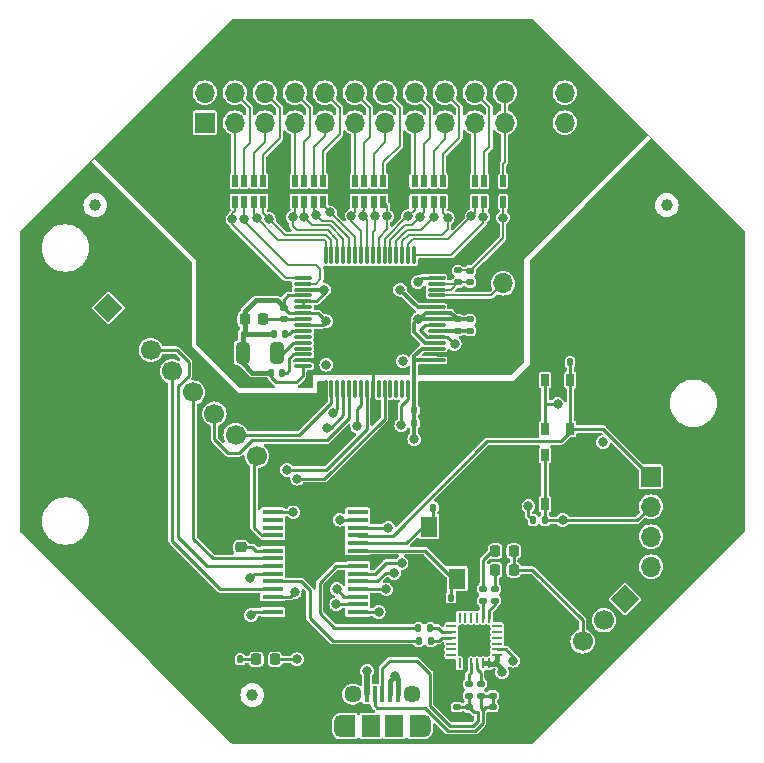
<source format=gbr>
%TF.GenerationSoftware,KiCad,Pcbnew,7.0.1*%
%TF.CreationDate,2023-03-27T17:03:57-04:00*%
%TF.ProjectId,cyton wired,6379746f-6e20-4776-9972-65642e6b6963,rev?*%
%TF.SameCoordinates,Original*%
%TF.FileFunction,Copper,L1,Top*%
%TF.FilePolarity,Positive*%
%FSLAX46Y46*%
G04 Gerber Fmt 4.6, Leading zero omitted, Abs format (unit mm)*
G04 Created by KiCad (PCBNEW 7.0.1) date 2023-03-27 17:03:57*
%MOMM*%
%LPD*%
G01*
G04 APERTURE LIST*
G04 Aperture macros list*
%AMRoundRect*
0 Rectangle with rounded corners*
0 $1 Rounding radius*
0 $2 $3 $4 $5 $6 $7 $8 $9 X,Y pos of 4 corners*
0 Add a 4 corners polygon primitive as box body*
4,1,4,$2,$3,$4,$5,$6,$7,$8,$9,$2,$3,0*
0 Add four circle primitives for the rounded corners*
1,1,$1+$1,$2,$3*
1,1,$1+$1,$4,$5*
1,1,$1+$1,$6,$7*
1,1,$1+$1,$8,$9*
0 Add four rect primitives between the rounded corners*
20,1,$1+$1,$2,$3,$4,$5,0*
20,1,$1+$1,$4,$5,$6,$7,0*
20,1,$1+$1,$6,$7,$8,$9,0*
20,1,$1+$1,$8,$9,$2,$3,0*%
%AMHorizOval*
0 Thick line with rounded ends*
0 $1 width*
0 $2 $3 position (X,Y) of the first rounded end (center of the circle)*
0 $4 $5 position (X,Y) of the second rounded end (center of the circle)*
0 Add line between two ends*
20,1,$1,$2,$3,$4,$5,0*
0 Add two circle primitives to create the rounded ends*
1,1,$1,$2,$3*
1,1,$1,$4,$5*%
%AMRotRect*
0 Rectangle, with rotation*
0 The origin of the aperture is its center*
0 $1 length*
0 $2 width*
0 $3 Rotation angle, in degrees counterclockwise*
0 Add horizontal line*
21,1,$1,$2,0,0,$3*%
G04 Aperture macros list end*
%TA.AperFunction,SMDPad,CuDef*%
%ADD10RoundRect,0.225000X0.225000X0.250000X-0.225000X0.250000X-0.225000X-0.250000X0.225000X-0.250000X0*%
%TD*%
%TA.AperFunction,SMDPad,CuDef*%
%ADD11R,0.650000X1.050000*%
%TD*%
%TA.AperFunction,SMDPad,CuDef*%
%ADD12RoundRect,0.218750X-0.218750X-0.256250X0.218750X-0.256250X0.218750X0.256250X-0.218750X0.256250X0*%
%TD*%
%TA.AperFunction,SMDPad,CuDef*%
%ADD13RoundRect,0.037100X-0.227900X0.447900X-0.227900X-0.447900X0.227900X-0.447900X0.227900X0.447900X0*%
%TD*%
%TA.AperFunction,SMDPad,CuDef*%
%ADD14RoundRect,0.037100X0.227900X-0.447900X0.227900X0.447900X-0.227900X0.447900X-0.227900X-0.447900X0*%
%TD*%
%TA.AperFunction,SMDPad,CuDef*%
%ADD15RoundRect,0.147500X0.172500X-0.147500X0.172500X0.147500X-0.172500X0.147500X-0.172500X-0.147500X0*%
%TD*%
%TA.AperFunction,SMDPad,CuDef*%
%ADD16RoundRect,0.135000X-0.135000X-0.185000X0.135000X-0.185000X0.135000X0.185000X-0.135000X0.185000X0*%
%TD*%
%TA.AperFunction,SMDPad,CuDef*%
%ADD17RoundRect,0.140000X0.170000X-0.140000X0.170000X0.140000X-0.170000X0.140000X-0.170000X-0.140000X0*%
%TD*%
%TA.AperFunction,SMDPad,CuDef*%
%ADD18RoundRect,0.140000X-0.170000X0.140000X-0.170000X-0.140000X0.170000X-0.140000X0.170000X0.140000X0*%
%TD*%
%TA.AperFunction,SMDPad,CuDef*%
%ADD19C,1.000000*%
%TD*%
%TA.AperFunction,SMDPad,CuDef*%
%ADD20RoundRect,0.135000X-0.185000X0.135000X-0.185000X-0.135000X0.185000X-0.135000X0.185000X0.135000X0*%
%TD*%
%TA.AperFunction,SMDPad,CuDef*%
%ADD21R,1.400000X1.800000*%
%TD*%
%TA.AperFunction,SMDPad,CuDef*%
%ADD22RoundRect,0.135000X0.185000X-0.135000X0.185000X0.135000X-0.185000X0.135000X-0.185000X-0.135000X0*%
%TD*%
%TA.AperFunction,SMDPad,CuDef*%
%ADD23RoundRect,0.140000X-0.140000X-0.170000X0.140000X-0.170000X0.140000X0.170000X-0.140000X0.170000X0*%
%TD*%
%TA.AperFunction,ComponentPad*%
%ADD24RotRect,1.700000X1.700000X315.000000*%
%TD*%
%TA.AperFunction,ComponentPad*%
%ADD25HorizOval,1.700000X0.000000X0.000000X0.000000X0.000000X0*%
%TD*%
%TA.AperFunction,SMDPad,CuDef*%
%ADD26RoundRect,0.225000X0.250000X-0.225000X0.250000X0.225000X-0.250000X0.225000X-0.250000X-0.225000X0*%
%TD*%
%TA.AperFunction,SMDPad,CuDef*%
%ADD27RoundRect,0.062500X0.062500X-0.350000X0.062500X0.350000X-0.062500X0.350000X-0.062500X-0.350000X0*%
%TD*%
%TA.AperFunction,SMDPad,CuDef*%
%ADD28RoundRect,0.062500X0.350000X-0.062500X0.350000X0.062500X-0.350000X0.062500X-0.350000X-0.062500X0*%
%TD*%
%TA.AperFunction,SMDPad,CuDef*%
%ADD29R,2.600000X2.600000*%
%TD*%
%TA.AperFunction,ComponentPad*%
%ADD30R,1.700000X1.700000*%
%TD*%
%TA.AperFunction,ComponentPad*%
%ADD31O,1.700000X1.700000*%
%TD*%
%TA.AperFunction,SMDPad,CuDef*%
%ADD32R,0.400000X1.350000*%
%TD*%
%TA.AperFunction,ComponentPad*%
%ADD33O,1.200000X1.900000*%
%TD*%
%TA.AperFunction,SMDPad,CuDef*%
%ADD34R,1.200000X1.900000*%
%TD*%
%TA.AperFunction,ComponentPad*%
%ADD35C,1.450000*%
%TD*%
%TA.AperFunction,SMDPad,CuDef*%
%ADD36R,1.500000X1.900000*%
%TD*%
%TA.AperFunction,SMDPad,CuDef*%
%ADD37RoundRect,0.135000X0.135000X0.185000X-0.135000X0.185000X-0.135000X-0.185000X0.135000X-0.185000X0*%
%TD*%
%TA.AperFunction,SMDPad,CuDef*%
%ADD38RoundRect,0.075000X-0.075000X0.662500X-0.075000X-0.662500X0.075000X-0.662500X0.075000X0.662500X0*%
%TD*%
%TA.AperFunction,SMDPad,CuDef*%
%ADD39RoundRect,0.075000X-0.662500X0.075000X-0.662500X-0.075000X0.662500X-0.075000X0.662500X0.075000X0*%
%TD*%
%TA.AperFunction,SMDPad,CuDef*%
%ADD40R,1.750000X0.450000*%
%TD*%
%TA.AperFunction,SMDPad,CuDef*%
%ADD41RoundRect,0.147500X-0.172500X0.147500X-0.172500X-0.147500X0.172500X-0.147500X0.172500X0.147500X0*%
%TD*%
%TA.AperFunction,ComponentPad*%
%ADD42RotRect,1.700000X1.700000X45.000000*%
%TD*%
%TA.AperFunction,ComponentPad*%
%ADD43HorizOval,1.700000X0.000000X0.000000X0.000000X0.000000X0*%
%TD*%
%TA.AperFunction,SMDPad,CuDef*%
%ADD44RoundRect,0.250000X-0.325000X-0.650000X0.325000X-0.650000X0.325000X0.650000X-0.325000X0.650000X0*%
%TD*%
%TA.AperFunction,SMDPad,CuDef*%
%ADD45RoundRect,0.140000X0.140000X0.170000X-0.140000X0.170000X-0.140000X-0.170000X0.140000X-0.170000X0*%
%TD*%
%TA.AperFunction,ViaPad*%
%ADD46C,0.800000*%
%TD*%
%TA.AperFunction,Conductor*%
%ADD47C,0.250000*%
%TD*%
%TA.AperFunction,Conductor*%
%ADD48C,0.203200*%
%TD*%
%TA.AperFunction,Conductor*%
%ADD49C,0.406400*%
%TD*%
%TA.AperFunction,Conductor*%
%ADD50C,0.304800*%
%TD*%
%TA.AperFunction,Conductor*%
%ADD51C,0.254000*%
%TD*%
%TA.AperFunction,Conductor*%
%ADD52C,0.508000*%
%TD*%
%TA.AperFunction,Profile*%
%ADD53C,0.101600*%
%TD*%
G04 APERTURE END LIST*
D10*
%TO.P,C13,1*%
%TO.N,Net-(U1-VREFP)*%
X129603800Y-101625400D03*
%TO.P,C13,2*%
%TO.N,VSSA*%
X128053800Y-101625400D03*
%TD*%
D11*
%TO.P,SW1,1,1*%
%TO.N,VDD*%
X153466800Y-110921800D03*
X153466800Y-106771800D03*
%TO.P,SW1,2,2*%
%TO.N,/BOOT_EN*%
X155616800Y-110921800D03*
X155616800Y-106771800D03*
%TD*%
D12*
%TO.P,D11,1,K*%
%TO.N,Net-(D11-K)*%
X149250200Y-122859800D03*
%TO.P,D11,2,A*%
%TO.N,VDD*%
X150825200Y-122859800D03*
%TD*%
D13*
%TO.P,R2,1*%
%TO.N,/3N*%
X134683200Y-89916000D03*
%TO.P,R2,2*%
%TO.N,/3P*%
X133883200Y-89916000D03*
%TO.P,R2,3*%
%TO.N,/2N*%
X133083200Y-89916000D03*
%TO.P,R2,4*%
%TO.N,/2P*%
X132283200Y-89916000D03*
D14*
%TO.P,R2,5*%
%TO.N,/Daisy Functionality/IN2P*%
X132283200Y-91666000D03*
%TO.P,R2,6*%
%TO.N,/Daisy Functionality/IN2N*%
X133083200Y-91666000D03*
%TO.P,R2,7*%
%TO.N,/Daisy Functionality/IN3P*%
X133883200Y-91666000D03*
%TO.P,R2,8*%
%TO.N,/Daisy Functionality/IN3N*%
X134683200Y-91666000D03*
%TD*%
D15*
%TO.P,D7,1*%
%TO.N,Net-(CONN1-D-)*%
X149047200Y-133504800D03*
%TO.P,D7,2*%
%TO.N,GNDA*%
X149047200Y-132534800D03*
%TD*%
D16*
%TO.P,R14,1*%
%TO.N,GNDA*%
X126665800Y-130429000D03*
%TO.P,R14,2*%
%TO.N,Net-(D13-K)*%
X127685800Y-130429000D03*
%TD*%
D17*
%TO.P,C14,1*%
%TO.N,Net-(U1-VREFP)*%
X131343400Y-101648200D03*
%TO.P,C14,2*%
%TO.N,VSSA*%
X131343400Y-100688200D03*
%TD*%
D18*
%TO.P,C15,1*%
%TO.N,/Daisy Functionality/BIAS_DRV*%
X147143900Y-97528000D03*
%TO.P,C15,2*%
%TO.N,Net-(U1-RLDIN)*%
X147143900Y-98488000D03*
%TD*%
D19*
%TO.P,REF\u002A\u002A,*%
%TO.N,*%
X163779200Y-91973400D03*
%TD*%
D20*
%TO.P,R6,1*%
%TO.N,/Daisy Functionality/BIAS_DRV*%
X146102500Y-97496000D03*
%TO.P,R6,2*%
%TO.N,Net-(U1-RLDIN)*%
X146102500Y-98516000D03*
%TD*%
D21*
%TO.P,Y1,1*%
%TO.N,Net-(U7-D15)*%
X146030800Y-123586600D03*
%TO.P,Y1,2*%
%TO.N,GNDA*%
X146030800Y-119186600D03*
%TO.P,Y1,3*%
%TO.N,Net-(U7-D16)*%
X143630800Y-119186600D03*
%TO.P,Y1,4*%
%TO.N,GNDA*%
X143630800Y-123586600D03*
%TD*%
D22*
%TO.P,R8,1*%
%TO.N,Net-(CONN1-D-)*%
X148031200Y-133506400D03*
%TO.P,R8,2*%
%TO.N,Net-(U2-D-)*%
X148031200Y-132486400D03*
%TD*%
D13*
%TO.P,R1,1*%
%TO.N,/1N*%
X129603200Y-89916000D03*
%TO.P,R1,2*%
%TO.N,/1P*%
X128803200Y-89916000D03*
%TO.P,R1,3*%
%TO.N,/SRB2*%
X128003200Y-89916000D03*
%TO.P,R1,4*%
%TO.N,/SRB1*%
X127203200Y-89916000D03*
D14*
%TO.P,R1,5*%
%TO.N,/Daisy Functionality/_SRB1*%
X127203200Y-91666000D03*
%TO.P,R1,6*%
%TO.N,/Daisy Functionality/_SRB2*%
X128003200Y-91666000D03*
%TO.P,R1,7*%
%TO.N,/Daisy Functionality/IN1P*%
X128803200Y-91666000D03*
%TO.P,R1,8*%
%TO.N,/Daisy Functionality/IN1N*%
X129603200Y-91666000D03*
%TD*%
D23*
%TO.P,C11,1*%
%TO.N,VSSA*%
X130281800Y-106146600D03*
%TO.P,C11,2*%
%TO.N,Net-(U1-VCAP2)*%
X131241800Y-106146600D03*
%TD*%
D13*
%TO.P,R5,1*%
%TO.N,/BIAS*%
X149923200Y-89941400D03*
%TO.P,R5,2*%
%TO.N,GNDA*%
X149123200Y-89941400D03*
%TO.P,R5,3*%
%TO.N,/8N*%
X148323200Y-89941400D03*
%TO.P,R5,4*%
%TO.N,/8P*%
X147523200Y-89941400D03*
D14*
%TO.P,R5,5*%
%TO.N,/Daisy Functionality/IN8P*%
X147523200Y-91691400D03*
%TO.P,R5,6*%
%TO.N,/Daisy Functionality/IN8N*%
X148323200Y-91691400D03*
%TO.P,R5,7*%
%TO.N,GNDA*%
X149123200Y-91691400D03*
%TO.P,R5,8*%
%TO.N,/Daisy Functionality/BIAS_DRV*%
X149923200Y-91691400D03*
%TD*%
D24*
%TO.P,J3,1,Pin_1*%
%TO.N,/D13*%
X160248600Y-125323600D03*
D25*
%TO.P,J3,2,Pin_2*%
%TO.N,/PGC*%
X158452549Y-127119651D03*
%TO.P,J3,3,Pin_3*%
%TO.N,VDD*%
X156656498Y-128915702D03*
%TO.P,J3,4,Pin_4*%
%TO.N,GNDA*%
X154860446Y-130711754D03*
%TD*%
D19*
%TO.P,REF\u002A\u002A,*%
%TO.N,*%
X128676400Y-133451600D03*
%TD*%
D23*
%TO.P,C19,1*%
%TO.N,VDD*%
X142392400Y-110388400D03*
%TO.P,C19,2*%
%TO.N,GNDA*%
X143352400Y-110388400D03*
%TD*%
D26*
%TO.P,C41,1*%
%TO.N,Net-(U7-VCAP)*%
X127736600Y-120942400D03*
%TO.P,C41,2*%
%TO.N,GNDA*%
X127736600Y-119392400D03*
%TD*%
D27*
%TO.P,U2,1,~{RI}/CLK*%
%TO.N,unconnected-(U2-~{RI}{slash}CLK-Pad1)*%
X146232800Y-130776700D03*
%TO.P,U2,2,GND*%
%TO.N,GNDA*%
X146732800Y-130776700D03*
%TO.P,U2,3,D+*%
%TO.N,Net-(U2-D+)*%
X147232800Y-130776700D03*
%TO.P,U2,4,D-*%
%TO.N,Net-(U2-D-)*%
X147732800Y-130776700D03*
%TO.P,U2,5,VIO*%
%TO.N,VDD*%
X148232800Y-130776700D03*
%TO.P,U2,6,VDD*%
X148732800Y-130776700D03*
D28*
%TO.P,U2,7,VREGIN*%
X149420300Y-130089200D03*
%TO.P,U2,8,VBUS*%
%TO.N,VCOM*%
X149420300Y-129589200D03*
%TO.P,U2,9,~{RST}*%
%TO.N,unconnected-(U2-~{RST}-Pad9)*%
X149420300Y-129089200D03*
%TO.P,U2,10,NC*%
%TO.N,unconnected-(U2-NC-Pad10)*%
X149420300Y-128589200D03*
%TO.P,U2,11,~{WAKEUP}/GPIO.3*%
%TO.N,unconnected-(U2-~{WAKEUP}{slash}GPIO.3-Pad11)*%
X149420300Y-128089200D03*
%TO.P,U2,12,RS485/GPIO.2*%
%TO.N,unconnected-(U2-RS485{slash}GPIO.2-Pad12)*%
X149420300Y-127589200D03*
D27*
%TO.P,U2,13,~{RXT}/GPIO.1*%
%TO.N,Net-(U2-~{RXT}{slash}GPIO.1)*%
X148732800Y-126901700D03*
%TO.P,U2,14,~{TXT}/GPIO.0*%
%TO.N,Net-(U2-~{TXT}{slash}GPIO.0)*%
X148232800Y-126901700D03*
%TO.P,U2,15,~{SUSPEND}*%
%TO.N,unconnected-(U2-~{SUSPEND}-Pad15)*%
X147732800Y-126901700D03*
%TO.P,U2,16,NC*%
%TO.N,unconnected-(U2-NC-Pad16)*%
X147232800Y-126901700D03*
%TO.P,U2,17,SUSPEND*%
%TO.N,unconnected-(U2-SUSPEND-Pad17)*%
X146732800Y-126901700D03*
%TO.P,U2,18,~{CTS}*%
%TO.N,unconnected-(U2-~{CTS}-Pad18)*%
X146232800Y-126901700D03*
D28*
%TO.P,U2,19,~{RTS}*%
%TO.N,unconnected-(U2-~{RTS}-Pad19)*%
X145545300Y-127589200D03*
%TO.P,U2,20,RXD*%
%TO.N,Net-(U2-RXD)*%
X145545300Y-128089200D03*
%TO.P,U2,21,TXD*%
%TO.N,Net-(U2-TXD)*%
X145545300Y-128589200D03*
%TO.P,U2,22,~{DSR}*%
%TO.N,unconnected-(U2-~{DSR}-Pad22)*%
X145545300Y-129089200D03*
%TO.P,U2,23,~{DTR}*%
%TO.N,unconnected-(U2-~{DTR}-Pad23)*%
X145545300Y-129589200D03*
%TO.P,U2,24,~{DCD}*%
%TO.N,unconnected-(U2-~{DCD}-Pad24)*%
X145545300Y-130089200D03*
D29*
%TO.P,U2,25,GND*%
%TO.N,GNDA*%
X147482800Y-128839200D03*
%TD*%
D30*
%TO.P,J1,1,Pin_1*%
%TO.N,VSSA*%
X124663200Y-84988400D03*
D31*
%TO.P,J1,2,Pin_2*%
X124663200Y-82448400D03*
%TO.P,J1,3,Pin_3*%
%TO.N,/SRB1*%
X127203200Y-84988400D03*
%TO.P,J1,4,Pin_4*%
%TO.N,/SRB2*%
X127203200Y-82448400D03*
%TO.P,J1,5,Pin_5*%
%TO.N,/1P*%
X129743200Y-84988400D03*
%TO.P,J1,6,Pin_6*%
%TO.N,/1N*%
X129743200Y-82448400D03*
%TO.P,J1,7,Pin_7*%
%TO.N,/2P*%
X132283200Y-84988400D03*
%TO.P,J1,8,Pin_8*%
%TO.N,/2N*%
X132283200Y-82448400D03*
%TO.P,J1,9,Pin_9*%
%TO.N,/3P*%
X134823200Y-84988400D03*
%TO.P,J1,10,Pin_10*%
%TO.N,/3N*%
X134823200Y-82448400D03*
%TO.P,J1,11,Pin_11*%
%TO.N,/4P*%
X137363200Y-84988400D03*
%TO.P,J1,12,Pin_12*%
%TO.N,/4N*%
X137363200Y-82448400D03*
%TO.P,J1,13,Pin_13*%
%TO.N,/5P*%
X139903200Y-84988400D03*
%TO.P,J1,14,Pin_14*%
%TO.N,/5N*%
X139903200Y-82448400D03*
%TO.P,J1,15,Pin_15*%
%TO.N,/6P*%
X142443200Y-84988400D03*
%TO.P,J1,16,Pin_16*%
%TO.N,/6N*%
X142443200Y-82448400D03*
%TO.P,J1,17,Pin_17*%
%TO.N,/7P*%
X144983200Y-84988400D03*
%TO.P,J1,18,Pin_18*%
%TO.N,/7N*%
X144983200Y-82448400D03*
%TO.P,J1,19,Pin_19*%
%TO.N,/8P*%
X147523200Y-84988400D03*
%TO.P,J1,20,Pin_20*%
%TO.N,/8N*%
X147523200Y-82448400D03*
%TO.P,J1,21,Pin_21*%
%TO.N,/BIAS*%
X150063200Y-84988400D03*
%TO.P,J1,22,Pin_22*%
X150063200Y-82448400D03*
%TO.P,J1,23,Pin_23*%
%TO.N,GNDA*%
X152603200Y-84988400D03*
%TO.P,J1,24,Pin_24*%
X152603200Y-82448400D03*
%TO.P,J1,25,Pin_25*%
%TO.N,VDDA*%
X155143200Y-84988400D03*
%TO.P,J1,26,Pin_26*%
X155143200Y-82448400D03*
%TD*%
D18*
%TO.P,C17,1*%
%TO.N,Net-(CONN1-D-)*%
X149047200Y-134442200D03*
%TO.P,C17,2*%
%TO.N,GNDA*%
X149047200Y-135402200D03*
%TD*%
D30*
%TO.P,J5,1,Pin_1*%
%TO.N,/BOOT_EN*%
X162433000Y-114960400D03*
D31*
%TO.P,J5,2,Pin_2*%
%TO.N,/MCLR*%
X162433000Y-117500400D03*
%TO.P,J5,3,Pin_3*%
%TO.N,/D18*%
X162433000Y-120040400D03*
%TO.P,J5,4,Pin_4*%
%TO.N,/PGD*%
X162433000Y-122580400D03*
%TD*%
D32*
%TO.P,CONN1,1,VBUS*%
%TO.N,Net-(CONN1-VBUS)*%
X138400000Y-133380300D03*
%TO.P,CONN1,2,D-*%
%TO.N,Net-(CONN1-D-)*%
X139050000Y-133380300D03*
%TO.P,CONN1,3,D+*%
%TO.N,Net-(CONN1-D+)*%
X139700000Y-133380300D03*
%TO.P,CONN1,4,ID*%
%TO.N,Net-(CONN1-GND)*%
X140350000Y-133380300D03*
%TO.P,CONN1,5,GND*%
X141000000Y-133380300D03*
D33*
%TO.P,CONN1,6,Shield*%
%TO.N,unconnected-(CONN1-Shield-Pad6)*%
X136200000Y-136080300D03*
D34*
X136800000Y-136080300D03*
D35*
X137200000Y-133380300D03*
D36*
X138700000Y-136080300D03*
X140700000Y-136080300D03*
D35*
X142200000Y-133380300D03*
D34*
X142600000Y-136080300D03*
D33*
X143200000Y-136080300D03*
%TD*%
D37*
%TO.P,R15,1*%
%TO.N,/BOOT_EN*%
X155602400Y-105283000D03*
%TO.P,R15,2*%
%TO.N,GNDA*%
X154582400Y-105283000D03*
%TD*%
D18*
%TO.P,C10,1*%
%TO.N,VSSA*%
X146075400Y-101650800D03*
%TO.P,C10,2*%
%TO.N,Net-(U1-VCAP3)*%
X146075400Y-102610800D03*
%TD*%
D23*
%TO.P,C39,1*%
%TO.N,GNDA*%
X144551400Y-125196600D03*
%TO.P,C39,2*%
%TO.N,Net-(U7-D15)*%
X145511400Y-125196600D03*
%TD*%
D20*
%TO.P,R12,1*%
%TO.N,Net-(D11-K)*%
X149250400Y-124434600D03*
%TO.P,R12,2*%
%TO.N,Net-(U2-~{RXT}{slash}GPIO.1)*%
X149250400Y-125454600D03*
%TD*%
D38*
%TO.P,U1,1,IN8N*%
%TO.N,/Daisy Functionality/IN8N*%
X142384900Y-96206300D03*
%TO.P,U1,2,IN8P*%
%TO.N,/Daisy Functionality/IN8P*%
X141884900Y-96206300D03*
%TO.P,U1,3,IN7P*%
%TO.N,/Daisy Functionality/IN7N*%
X141384900Y-96206300D03*
%TO.P,U1,4,IN7N*%
%TO.N,/Daisy Functionality/IN7P*%
X140884900Y-96206300D03*
%TO.P,U1,5,IN6N*%
%TO.N,/Daisy Functionality/IN6N*%
X140384900Y-96206300D03*
%TO.P,U1,6,IN6P*%
%TO.N,/Daisy Functionality/IN6P*%
X139884900Y-96206300D03*
%TO.P,U1,7,IN5N*%
%TO.N,/Daisy Functionality/IN5N*%
X139384900Y-96206300D03*
%TO.P,U1,8,IN5P*%
%TO.N,/Daisy Functionality/IN5P*%
X138884900Y-96206300D03*
%TO.P,U1,9,IN4N*%
%TO.N,/Daisy Functionality/IN4N*%
X138384900Y-96206300D03*
%TO.P,U1,10,IN4P*%
%TO.N,/Daisy Functionality/IN4P*%
X137884900Y-96206300D03*
%TO.P,U1,11,IN3N*%
%TO.N,/Daisy Functionality/IN3N*%
X137384900Y-96206300D03*
%TO.P,U1,12,IN3P*%
%TO.N,/Daisy Functionality/IN3P*%
X136884900Y-96206300D03*
%TO.P,U1,13,IN2N*%
%TO.N,/Daisy Functionality/IN2N*%
X136384900Y-96206300D03*
%TO.P,U1,14,IN2P*%
%TO.N,/Daisy Functionality/IN2P*%
X135884900Y-96206300D03*
%TO.P,U1,15,IN1N*%
%TO.N,/Daisy Functionality/IN1N*%
X135384900Y-96206300D03*
%TO.P,U1,16,IN1P*%
%TO.N,/Daisy Functionality/IN1P*%
X134884900Y-96206300D03*
D39*
%TO.P,U1,17,TESTP_PACE_OUT1*%
%TO.N,/Daisy Functionality/_SRB1*%
X132972400Y-98118800D03*
%TO.P,U1,18,TESTP_PACE_OUT2*%
%TO.N,/Daisy Functionality/_SRB2*%
X132972400Y-98618800D03*
%TO.P,U1,19,AVDD*%
%TO.N,VDDA*%
X132972400Y-99118800D03*
%TO.P,U1,20,AVSS*%
%TO.N,VSSA*%
X132972400Y-99618800D03*
%TO.P,U1,21,AVDD*%
%TO.N,VDDA*%
X132972400Y-100118800D03*
%TO.P,U1,22,AVDD*%
X132972400Y-100618800D03*
%TO.P,U1,23,AVSS*%
%TO.N,VSSA*%
X132972400Y-101118800D03*
%TO.P,U1,24,VREFP*%
%TO.N,Net-(U1-VREFP)*%
X132972400Y-101618800D03*
%TO.P,U1,25,VREFN*%
%TO.N,VSSA*%
X132972400Y-102118800D03*
%TO.P,U1,26,VCAP4*%
%TO.N,Net-(U1-VCAP4)*%
X132972400Y-102618800D03*
%TO.P,U1,27,NC*%
%TO.N,unconnected-(U1-NC-Pad27)*%
X132972400Y-103118800D03*
%TO.P,U1,28,VCAP1*%
%TO.N,Net-(U1-VCAP1)*%
X132972400Y-103618800D03*
%TO.P,U1,29,NC*%
%TO.N,unconnected-(U1-NC-Pad29)*%
X132972400Y-104118800D03*
%TO.P,U1,30,VCAP2*%
%TO.N,Net-(U1-VCAP2)*%
X132972400Y-104618800D03*
%TO.P,U1,31,RESV1*%
%TO.N,GNDA*%
X132972400Y-105118800D03*
%TO.P,U1,32,AVSS*%
%TO.N,VSSA*%
X132972400Y-105618800D03*
D38*
%TO.P,U1,33,DGND*%
%TO.N,GNDA*%
X134884900Y-107531300D03*
%TO.P,U1,34,DIN*%
%TO.N,/MOSI*%
X135384900Y-107531300D03*
%TO.P,U1,35,~{PWDN}*%
%TO.N,VDD*%
X135884900Y-107531300D03*
%TO.P,U1,36,~{RESET}*%
%TO.N,/RESET*%
X136384900Y-107531300D03*
%TO.P,U1,37,CLK*%
%TO.N,/CLK*%
X136884900Y-107531300D03*
%TO.P,U1,38,START*%
%TO.N,unconnected-(U1-START-Pad38)*%
X137384900Y-107531300D03*
%TO.P,U1,39,~{CS}*%
%TO.N,/CS1*%
X137884900Y-107531300D03*
%TO.P,U1,40,SCLK*%
%TO.N,/SCLK*%
X138384900Y-107531300D03*
%TO.P,U1,41,DAISY_IN*%
%TO.N,GNDA*%
X138884900Y-107531300D03*
%TO.P,U1,42,GPIO1*%
%TO.N,unconnected-(U1-GPIO1-Pad42)*%
X139384900Y-107531300D03*
%TO.P,U1,43,DOUT*%
%TO.N,/MISO*%
X139884900Y-107531300D03*
%TO.P,U1,44,GPIO2*%
%TO.N,unconnected-(U1-GPIO2-Pad44)*%
X140384900Y-107531300D03*
%TO.P,U1,45,GPIO3*%
%TO.N,unconnected-(U1-GPIO3-Pad45)*%
X140884900Y-107531300D03*
%TO.P,U1,46,GPIO4*%
%TO.N,unconnected-(U1-GPIO4-Pad46)*%
X141384900Y-107531300D03*
%TO.P,U1,47,~{DRDY}*%
%TO.N,/DRDY*%
X141884900Y-107531300D03*
%TO.P,U1,48,DVDD*%
%TO.N,VDD*%
X142384900Y-107531300D03*
D39*
%TO.P,U1,49,DGND*%
%TO.N,GNDA*%
X144297400Y-105618800D03*
%TO.P,U1,50,DVDD*%
%TO.N,VDD*%
X144297400Y-105118800D03*
%TO.P,U1,51,DGND*%
%TO.N,GNDA*%
X144297400Y-104618800D03*
%TO.P,U1,52,CLKSEL*%
%TO.N,VDD*%
X144297400Y-104118800D03*
%TO.P,U1,53,AVSS1*%
%TO.N,VSSA*%
X144297400Y-103618800D03*
%TO.P,U1,54,AVDD1*%
%TO.N,VDDA*%
X144297400Y-103118800D03*
%TO.P,U1,55,VCAP3*%
%TO.N,Net-(U1-VCAP3)*%
X144297400Y-102618800D03*
%TO.P,U1,56,AVDD*%
%TO.N,VDDA*%
X144297400Y-102118800D03*
%TO.P,U1,57,AVSS*%
%TO.N,VSSA*%
X144297400Y-101618800D03*
%TO.P,U1,58,AVSS*%
X144297400Y-101118800D03*
%TO.P,U1,59,AVDD*%
%TO.N,VDDA*%
X144297400Y-100618800D03*
%TO.P,U1,60,RLDREF*%
%TO.N,GNDA*%
X144297400Y-100118800D03*
%TO.P,U1,61,RLDINV*%
%TO.N,/BIAS_INV*%
X144297400Y-99618800D03*
%TO.P,U1,62,RLDIN*%
%TO.N,Net-(U1-RLDIN)*%
X144297400Y-99118800D03*
%TO.P,U1,63,RLDOUT*%
X144297400Y-98618800D03*
%TO.P,U1,64,WCT*%
%TO.N,Net-(U1-WCT)*%
X144297400Y-98118800D03*
%TD*%
D12*
%TO.P,D10,1,K*%
%TO.N,Net-(D10-K)*%
X149250200Y-121259600D03*
%TO.P,D10,2,A*%
%TO.N,VDD*%
X150825200Y-121259600D03*
%TD*%
D22*
%TO.P,R7,1*%
%TO.N,Net-(CONN1-D+)*%
X147015200Y-133506400D03*
%TO.P,R7,2*%
%TO.N,Net-(U2-D+)*%
X147015200Y-132486400D03*
%TD*%
D40*
%TO.P,U7,1,MCLR*%
%TO.N,/MCLR*%
X137610400Y-126424400D03*
%TO.P,U7,2,D9*%
%TO.N,/DRDY*%
X137610400Y-125774400D03*
%TO.P,U7,3,D10*%
%TO.N,/MOSI*%
X137610400Y-125124400D03*
%TO.P,U7,4,D11*%
%TO.N,/PGD*%
X137610400Y-124474400D03*
%TO.P,U7,5,D12*%
%TO.N,/PGC*%
X137610400Y-123824400D03*
%TO.P,U7,6,D13*%
%TO.N,/D13*%
X137610400Y-123174400D03*
%TO.P,U7,7,D14*%
%TO.N,/TO_PC*%
X137610400Y-122524400D03*
%TO.P,U7,8,GND*%
%TO.N,GNDA*%
X137610400Y-121874400D03*
%TO.P,U7,9,D15*%
%TO.N,Net-(U7-D15)*%
X137610400Y-121224400D03*
%TO.P,U7,10,D16*%
%TO.N,Net-(U7-D16)*%
X137610400Y-120574400D03*
%TO.P,U7,11,D17*%
%TO.N,/BOOT_EN*%
X137610400Y-119924400D03*
%TO.P,U7,12,D18*%
%TO.N,/D18*%
X137610400Y-119274400D03*
%TO.P,U7,13,VDD*%
%TO.N,VDD*%
X137610400Y-118624400D03*
%TO.P,U7,14,D0*%
%TO.N,/MCU/INT1*%
X137610400Y-117974400D03*
%TO.P,U7,15,VBUS*%
%TO.N,VDD*%
X130410400Y-117974400D03*
%TO.P,U7,16,D1*%
%TO.N,/MCU/CS4*%
X130410400Y-118624400D03*
%TO.P,U7,17,D2*%
%TO.N,/MCU/CS3*%
X130410400Y-119274400D03*
%TO.P,U7,18,D3*%
%TO.N,/CS2*%
X130410400Y-119924400D03*
%TO.P,U7,19,GND*%
%TO.N,GNDA*%
X130410400Y-120574400D03*
%TO.P,U7,20,VCAP*%
%TO.N,Net-(U7-VCAP)*%
X130410400Y-121224400D03*
%TO.P,U7,21,D4*%
%TO.N,/RESET*%
X130410400Y-121874400D03*
%TO.P,U7,22,D5*%
%TO.N,/MISO*%
X130410400Y-122524400D03*
%TO.P,U7,23,VDD*%
%TO.N,VDD*%
X130410400Y-123174400D03*
%TO.P,U7,24,D6*%
%TO.N,/FROM_PC*%
X130410400Y-123824400D03*
%TO.P,U7,25,D7*%
%TO.N,/SCLK*%
X130410400Y-124474400D03*
%TO.P,U7,26,D8*%
%TO.N,/CS1*%
X130410400Y-125124400D03*
%TO.P,U7,27,GND*%
%TO.N,GNDA*%
X130410400Y-125774400D03*
%TO.P,U7,28,VDD*%
%TO.N,VDD*%
X130410400Y-126424400D03*
%TD*%
D37*
%TO.P,R10,1*%
%TO.N,Net-(U2-RXD)*%
X143774400Y-127772400D03*
%TO.P,R10,2*%
%TO.N,/TO_PC*%
X142754400Y-127772400D03*
%TD*%
D18*
%TO.P,C18,1*%
%TO.N,Net-(CONN1-D+)*%
X145999200Y-134467600D03*
%TO.P,C18,2*%
%TO.N,GNDA*%
X145999200Y-135427600D03*
%TD*%
%TO.P,C8,1*%
%TO.N,VSSA*%
X147142200Y-101650800D03*
%TO.P,C8,2*%
%TO.N,Net-(U1-VCAP3)*%
X147142200Y-102610800D03*
%TD*%
D30*
%TO.P,J4,1,Pin_1*%
%TO.N,GNDA*%
X149910800Y-101142800D03*
D31*
%TO.P,J4,2,Pin_2*%
%TO.N,/BIAS_INV*%
X149910800Y-98602800D03*
%TD*%
D20*
%TO.P,R11,1*%
%TO.N,Net-(D10-K)*%
X148234400Y-124434600D03*
%TO.P,R11,2*%
%TO.N,Net-(U2-~{TXT}{slash}GPIO.0)*%
X148234400Y-125454600D03*
%TD*%
D41*
%TO.P,D8,1*%
%TO.N,Net-(CONN1-D+)*%
X147015200Y-134467600D03*
%TO.P,D8,2*%
%TO.N,GNDA*%
X147015200Y-135437600D03*
%TD*%
D13*
%TO.P,R4,1*%
%TO.N,/7N*%
X144830600Y-89916000D03*
%TO.P,R4,2*%
%TO.N,/7P*%
X144030600Y-89916000D03*
%TO.P,R4,3*%
%TO.N,/6N*%
X143230600Y-89916000D03*
%TO.P,R4,4*%
%TO.N,/6P*%
X142430600Y-89916000D03*
D14*
%TO.P,R4,5*%
%TO.N,/Daisy Functionality/IN6P*%
X142430600Y-91666000D03*
%TO.P,R4,6*%
%TO.N,/Daisy Functionality/IN6N*%
X143230600Y-91666000D03*
%TO.P,R4,7*%
%TO.N,/Daisy Functionality/IN7P*%
X144030600Y-91666000D03*
%TO.P,R4,8*%
%TO.N,/Daisy Functionality/IN7N*%
X144830600Y-91666000D03*
%TD*%
D16*
%TO.P,R16,1*%
%TO.N,VDD*%
X152450800Y-118643400D03*
%TO.P,R16,2*%
%TO.N,/MCLR*%
X153470800Y-118643400D03*
%TD*%
D23*
%TO.P,C6,1*%
%TO.N,VSSA*%
X130485000Y-102844600D03*
%TO.P,C6,2*%
%TO.N,Net-(U1-VCAP4)*%
X131445000Y-102844600D03*
%TD*%
D13*
%TO.P,R3,1*%
%TO.N,/5N*%
X139763200Y-89916000D03*
%TO.P,R3,2*%
%TO.N,/5P*%
X138963200Y-89916000D03*
%TO.P,R3,3*%
%TO.N,/4N*%
X138163200Y-89916000D03*
%TO.P,R3,4*%
%TO.N,/4P*%
X137363200Y-89916000D03*
D14*
%TO.P,R3,5*%
%TO.N,/Daisy Functionality/IN4P*%
X137363200Y-91666000D03*
%TO.P,R3,6*%
%TO.N,/Daisy Functionality/IN4N*%
X138163200Y-91666000D03*
%TO.P,R3,7*%
%TO.N,/Daisy Functionality/IN5P*%
X138963200Y-91666000D03*
%TO.P,R3,8*%
%TO.N,/Daisy Functionality/IN5N*%
X139763200Y-91666000D03*
%TD*%
D23*
%TO.P,C21,1*%
%TO.N,VDD*%
X142392400Y-109347000D03*
%TO.P,C21,2*%
%TO.N,GNDA*%
X143352400Y-109347000D03*
%TD*%
D11*
%TO.P,SW2,1,1*%
%TO.N,GNDA*%
X155616800Y-113121800D03*
X155616800Y-117271800D03*
%TO.P,SW2,2,2*%
%TO.N,/MCLR*%
X153466800Y-113121800D03*
X153466800Y-117271800D03*
%TD*%
D42*
%TO.P,J2,1,Pin_1*%
%TO.N,VDD*%
X116500000Y-100650000D03*
D43*
%TO.P,J2,2,Pin_2*%
%TO.N,GNDA*%
X118296051Y-102446051D03*
%TO.P,J2,3,Pin_3*%
%TO.N,/MISO*%
X120092102Y-104242102D03*
%TO.P,J2,4,Pin_4*%
%TO.N,/SCLK*%
X121888154Y-106038154D03*
%TO.P,J2,5,Pin_5*%
%TO.N,/RESET*%
X123684205Y-107834205D03*
%TO.P,J2,6,Pin_6*%
%TO.N,/CLK*%
X125480256Y-109630256D03*
%TO.P,J2,7,Pin_7*%
%TO.N,/MOSI*%
X127276307Y-111426307D03*
%TO.P,J2,8,Pin_8*%
%TO.N,/CS2*%
X129072359Y-113222359D03*
%TD*%
D37*
%TO.P,R9,1*%
%TO.N,Net-(U2-TXD)*%
X143799800Y-128864600D03*
%TO.P,R9,2*%
%TO.N,/FROM_PC*%
X142779800Y-128864600D03*
%TD*%
D12*
%TO.P,D13,1,K*%
%TO.N,Net-(D13-K)*%
X129031800Y-130429000D03*
%TO.P,D13,2,A*%
%TO.N,/PGD*%
X130606800Y-130429000D03*
%TD*%
D44*
%TO.P,C12,1*%
%TO.N,VSSA*%
X127861800Y-104470200D03*
%TO.P,C12,2*%
%TO.N,Net-(U1-VCAP1)*%
X130811800Y-104470200D03*
%TD*%
D19*
%TO.P,REF\u002A\u002A,*%
%TO.N,*%
X115392200Y-91973400D03*
%TD*%
D45*
%TO.P,C40,1*%
%TO.N,GNDA*%
X144955200Y-117576600D03*
%TO.P,C40,2*%
%TO.N,Net-(U7-D16)*%
X143995200Y-117576600D03*
%TD*%
D46*
%TO.N,/Daisy Functionality/_SRB1*%
X127003697Y-93167200D03*
%TO.N,/Daisy Functionality/_SRB2*%
X128003200Y-93167200D03*
%TO.N,/Daisy Functionality/IN1P*%
X129070100Y-93103700D03*
%TO.N,/Daisy Functionality/IN1N*%
X130086327Y-93130684D03*
%TO.N,/Daisy Functionality/IN2P*%
X132096905Y-92986254D03*
%TO.N,/Daisy Functionality/IN2N*%
X133096000Y-93014800D03*
%TO.N,/Daisy Functionality/IN3P*%
X134094731Y-92842500D03*
%TO.N,/Daisy Functionality/IN3N*%
X135275931Y-92594901D03*
%TO.N,/Daisy Functionality/IN4P*%
X137083800Y-92862400D03*
%TO.N,/Daisy Functionality/IN4N*%
X138081846Y-92916348D03*
%TO.N,/Daisy Functionality/IN5P*%
X139081343Y-92913148D03*
%TO.N,/Daisy Functionality/IN5N*%
X140080845Y-92913206D03*
%TO.N,/Daisy Functionality/IN6P*%
X141851353Y-92913928D03*
%TO.N,/Daisy Functionality/IN6N*%
X142849600Y-92964000D03*
%TO.N,/Daisy Functionality/IN7P*%
X144030600Y-93015374D03*
%TO.N,/Daisy Functionality/IN7N*%
X145237200Y-93065600D03*
%TO.N,/Daisy Functionality/IN8P*%
X147243800Y-92913200D03*
%TO.N,/Daisy Functionality/IN8N*%
X148259800Y-92964000D03*
%TO.N,/Daisy Functionality/BIAS_DRV*%
X149923200Y-93027800D03*
%TO.N,VSSA*%
X134950200Y-101803200D03*
X134950200Y-105486200D03*
X141437400Y-105186900D03*
X142697200Y-101650800D03*
%TO.N,Net-(CONN1-VBUS)*%
X138404600Y-131419600D03*
%TO.N,Net-(CONN1-GND)*%
X140741400Y-131851400D03*
%TO.N,VDD*%
X154533600Y-108813600D03*
X128587500Y-126682500D03*
X136093200Y-118618000D03*
X158389700Y-112041500D03*
X135509000Y-109601000D03*
X128524000Y-123571000D03*
X142392400Y-111785400D03*
X149834600Y-131521200D03*
X152065100Y-117451700D03*
X132161451Y-117976279D03*
%TO.N,VDDA*%
X141198600Y-99136200D03*
X134747000Y-99136200D03*
X145821400Y-103733600D03*
%TO.N,Net-(U1-WCT)*%
X142697200Y-98501200D03*
%TO.N,VCOM*%
X150799800Y-130556000D03*
%TO.N,/SCLK*%
X131622800Y-114385100D03*
%TO.N,/RESET*%
X134975600Y-110845600D03*
%TO.N,/MOSI*%
X135839200Y-124485400D03*
%TO.N,/MISO*%
X132486400Y-115138200D03*
%TO.N,/CS1*%
X132283200Y-124739400D03*
X137566400Y-110693200D03*
%TO.N,/PGD*%
X132461000Y-130429000D03*
X140038005Y-124512171D03*
%TO.N,/D13*%
X141325600Y-122275600D03*
%TO.N,/PGC*%
X140699082Y-123117261D03*
%TO.N,/MCLR*%
X154965400Y-118643400D03*
X139395200Y-126424400D03*
%TO.N,/D18*%
X140192758Y-119274400D03*
%TO.N,/DRDY*%
X135788400Y-125774400D03*
X141300200Y-110617000D03*
%TD*%
D47*
%TO.N,GNDA*%
X146732800Y-129589200D02*
X147482800Y-128839200D01*
X138884900Y-107531300D02*
X138884900Y-105767900D01*
X138884900Y-105767900D02*
X138887200Y-105765600D01*
X143352400Y-109347000D02*
X143352400Y-110388400D01*
X143354500Y-109349100D02*
X143352400Y-109347000D01*
D48*
%TO.N,/Daisy Functionality/_SRB1*%
X131519800Y-98118800D02*
X132972400Y-98118800D01*
X127003697Y-93167200D02*
X127003697Y-92680903D01*
X127003697Y-93602697D02*
X131519800Y-98118800D01*
X127003697Y-92680903D02*
X127203200Y-92481400D01*
X127203200Y-92481400D02*
X127203200Y-91666000D01*
X127003697Y-93167200D02*
X127003697Y-93602697D01*
%TO.N,/Daisy Functionality/_SRB2*%
X134045200Y-98618800D02*
X132972400Y-98618800D01*
X134442200Y-97409000D02*
X134442200Y-98221800D01*
X128003200Y-93167200D02*
X128003200Y-91666000D01*
X134061200Y-97028000D02*
X134442200Y-97409000D01*
X128003200Y-93281400D02*
X131749800Y-97028000D01*
X128003200Y-93167200D02*
X128003200Y-93281400D01*
X134442200Y-98221800D02*
X134045200Y-98618800D01*
X131749800Y-97028000D02*
X134061200Y-97028000D01*
%TO.N,/Daisy Functionality/IN1P*%
X129070100Y-93103700D02*
X128803200Y-92836800D01*
X134884900Y-95032300D02*
X134884900Y-96206300D01*
X130860800Y-94894400D02*
X134747000Y-94894400D01*
X134747000Y-94894400D02*
X134884900Y-95032300D01*
X128803200Y-92836800D02*
X128803200Y-91666000D01*
X129070100Y-93103700D02*
X130860800Y-94894400D01*
%TO.N,/Daisy Functionality/IN1N*%
X129616200Y-91679000D02*
X129603200Y-91666000D01*
X130086327Y-93130684D02*
X129616200Y-92660557D01*
X135384900Y-94966615D02*
X135384900Y-96206300D01*
X131426000Y-94494400D02*
X134912686Y-94494400D01*
X134912686Y-94494400D02*
X135384900Y-94966615D01*
X129616200Y-92660557D02*
X129616200Y-91679000D01*
X130086327Y-93154727D02*
X131426000Y-94494400D01*
X130086327Y-93130684D02*
X130086327Y-93154727D01*
%TO.N,/Daisy Functionality/IN2P*%
X132096905Y-93717505D02*
X132473800Y-94094400D01*
X132096905Y-92986254D02*
X132283200Y-92799959D01*
X132473800Y-94094400D02*
X135078372Y-94094401D01*
X132283200Y-92799959D02*
X132283200Y-91666000D01*
X135078372Y-94094401D02*
X135884900Y-94900930D01*
X132096905Y-92986254D02*
X132096905Y-93717505D01*
X135884900Y-94900930D02*
X135884900Y-96206300D01*
%TO.N,/Daisy Functionality/IN2N*%
X133775600Y-93694400D02*
X135244058Y-93694401D01*
X136384900Y-94835245D02*
X136384900Y-96206300D01*
X133096000Y-93014800D02*
X133775600Y-93694400D01*
X135244058Y-93694401D02*
X136384900Y-94835245D01*
X133096000Y-93014800D02*
X133083200Y-93002000D01*
X133083200Y-93002000D02*
X133083200Y-91666000D01*
%TO.N,/Daisy Functionality/IN3P*%
X134094731Y-92842500D02*
X133883200Y-92630969D01*
X133883200Y-92630969D02*
X133883200Y-91666000D01*
X135409745Y-93294401D02*
X136884900Y-94769556D01*
X136884900Y-94769556D02*
X136884900Y-96206300D01*
X134546632Y-93294401D02*
X135409745Y-93294401D01*
X134094731Y-92842500D02*
X134546632Y-93294401D01*
%TO.N,/Daisy Functionality/IN3N*%
X134683200Y-92002170D02*
X134683200Y-91666000D01*
X135275931Y-92594901D02*
X137384900Y-94703870D01*
X135275931Y-92594901D02*
X134683200Y-92002170D01*
X137384900Y-94703870D02*
X137384900Y-96206300D01*
%TO.N,/Daisy Functionality/IN4P*%
X137083800Y-92862400D02*
X137083800Y-93356628D01*
X137083800Y-93356628D02*
X137884900Y-94157728D01*
X137363200Y-92583000D02*
X137083800Y-92862400D01*
X137884900Y-94157728D02*
X137884900Y-96206300D01*
X137363200Y-91666000D02*
X137363200Y-92583000D01*
%TO.N,/Daisy Functionality/IN4N*%
X138081846Y-92916348D02*
X138081846Y-92473754D01*
X138384900Y-93219402D02*
X138384900Y-96206300D01*
X138081846Y-92916348D02*
X138384900Y-93219402D01*
X138163200Y-92392400D02*
X138163200Y-91666000D01*
X138081846Y-92473754D02*
X138163200Y-92392400D01*
%TO.N,/Daisy Functionality/IN5P*%
X138884900Y-94287100D02*
X138884900Y-96206300D01*
X138963200Y-92795005D02*
X138963200Y-91666000D01*
X139081343Y-92913148D02*
X139081343Y-94090657D01*
X139081343Y-94090657D02*
X138884900Y-94287100D01*
X139081343Y-92913148D02*
X138963200Y-92795005D01*
%TO.N,/Daisy Functionality/IN5N*%
X140080845Y-94030955D02*
X139384900Y-94726900D01*
X140080845Y-92913206D02*
X140080845Y-94030955D01*
X140080845Y-91983645D02*
X139763200Y-91666000D01*
X140080845Y-92913206D02*
X140080845Y-91983645D01*
X139384900Y-94726900D02*
X139384900Y-96206300D01*
%TO.N,/Daisy Functionality/IN6P*%
X142430600Y-92346220D02*
X142430600Y-91666000D01*
X139884900Y-94848128D02*
X139884900Y-96206300D01*
X141819100Y-92913928D02*
X139884900Y-94848128D01*
X141851353Y-92913928D02*
X141819100Y-92913928D01*
X141862892Y-92913928D02*
X142430600Y-92346220D01*
X141851353Y-92913928D02*
X141862892Y-92913928D01*
%TO.N,/Daisy Functionality/IN6N*%
X141636114Y-93662600D02*
X140384900Y-94913814D01*
X143230600Y-92583000D02*
X143230600Y-91666000D01*
X142849600Y-92964000D02*
X142849600Y-92989400D01*
X142849600Y-92964000D02*
X143230600Y-92583000D01*
X142176400Y-93662600D02*
X141636114Y-93662600D01*
X140384900Y-94913814D02*
X140384900Y-96206300D01*
X142849600Y-92989400D02*
X142176400Y-93662600D01*
%TO.N,/Daisy Functionality/IN7P*%
X141801800Y-94062600D02*
X140884900Y-94979500D01*
X142983374Y-94062600D02*
X141801800Y-94062600D01*
X144030600Y-93015374D02*
X142983374Y-94062600D01*
X140884900Y-94979500D02*
X140884900Y-96206300D01*
X144030600Y-93015374D02*
X144030600Y-91666000D01*
%TO.N,/Daisy Functionality/IN7N*%
X145237200Y-93065600D02*
X144830600Y-92659000D01*
X145237200Y-93065600D02*
X145237200Y-93954600D01*
X144729200Y-94462600D02*
X141967486Y-94462600D01*
X141384900Y-95045186D02*
X141384900Y-96206300D01*
X145237200Y-93954600D02*
X144729200Y-94462600D01*
X141967486Y-94462600D02*
X141384900Y-95045186D01*
X144830600Y-92659000D02*
X144830600Y-91666000D01*
%TO.N,/Daisy Functionality/IN8P*%
X147243800Y-92913200D02*
X147523200Y-92633800D01*
X147523200Y-92633800D02*
X147523200Y-91691400D01*
X147243800Y-92913200D02*
X145294400Y-94862600D01*
X142271800Y-94862600D02*
X141884900Y-95249500D01*
X145294400Y-94862600D02*
X142271800Y-94862600D01*
X141884900Y-95249500D02*
X141884900Y-96206300D01*
%TO.N,/Daisy Functionality/IN8N*%
X148259800Y-92964000D02*
X148259800Y-93472000D01*
X148259800Y-93472000D02*
X145525500Y-96206300D01*
X148259800Y-92964000D02*
X148259800Y-92202000D01*
X145525500Y-96206300D02*
X142384900Y-96206300D01*
%TO.N,/Daisy Functionality/BIAS_DRV*%
X147111900Y-97496000D02*
X147143900Y-97528000D01*
X146102500Y-97496000D02*
X147111900Y-97496000D01*
X149923200Y-91691400D02*
X149923200Y-93027800D01*
X149923200Y-93027800D02*
X149923200Y-94748700D01*
X149923200Y-94748700D02*
X147143900Y-97528000D01*
D49*
%TO.N,VSSA*%
X130281800Y-106146600D02*
X128701800Y-106146600D01*
X131343400Y-100584000D02*
X130784600Y-100025200D01*
D50*
X144297400Y-101118800D02*
X143407000Y-101118800D01*
D51*
X132972400Y-99618800D02*
X131699000Y-99618800D01*
D49*
X128053800Y-102603000D02*
X127863600Y-102793200D01*
D47*
X130733800Y-106984800D02*
X130281800Y-106532800D01*
D50*
X142419800Y-101928200D02*
X142419800Y-102753750D01*
D47*
X132972400Y-106422600D02*
X132410200Y-106984800D01*
D48*
X142919200Y-101618800D02*
X142913100Y-101612700D01*
D51*
X131699000Y-99618800D02*
X131343400Y-99974400D01*
D50*
X145543400Y-101118800D02*
X146075400Y-101650800D01*
D47*
X134950200Y-101803200D02*
X134634600Y-102118800D01*
D50*
X143284850Y-103618800D02*
X144297400Y-103618800D01*
X146075400Y-101650800D02*
X147142200Y-101650800D01*
D47*
X127915000Y-102844600D02*
X127863600Y-102793200D01*
D49*
X128053800Y-100952600D02*
X128053800Y-101625400D01*
D50*
X142735300Y-101612700D02*
X142913100Y-101612700D01*
X144297400Y-101618800D02*
X146043400Y-101618800D01*
D48*
X146043400Y-101618800D02*
X146075400Y-101650800D01*
D49*
X128981200Y-100025200D02*
X128053800Y-100952600D01*
D51*
X131343400Y-99974400D02*
X131343400Y-100688200D01*
X131774000Y-101118800D02*
X131343400Y-100688200D01*
D49*
X128053800Y-101625400D02*
X128053800Y-102603000D01*
D47*
X130281800Y-106532800D02*
X130281800Y-106146600D01*
X134950200Y-101803200D02*
X134265800Y-101118800D01*
D51*
X132972400Y-101118800D02*
X131774000Y-101118800D01*
D47*
X127863600Y-104468400D02*
X127861800Y-104470200D01*
D50*
X142697200Y-101650800D02*
X142419800Y-101928200D01*
X144297400Y-101118800D02*
X145543400Y-101118800D01*
D49*
X128701800Y-106146600D02*
X127861800Y-105306600D01*
D47*
X132410200Y-106984800D02*
X130733800Y-106984800D01*
D50*
X142419800Y-102753750D02*
X143284850Y-103618800D01*
D47*
X131343400Y-100688200D02*
X131343400Y-100584000D01*
D50*
X144297400Y-101618800D02*
X142919200Y-101618800D01*
X142697200Y-101650800D02*
X142735300Y-101612700D01*
X143407000Y-101118800D02*
X142913100Y-101612700D01*
D47*
X134265800Y-101118800D02*
X132972400Y-101118800D01*
X134634600Y-102118800D02*
X132972400Y-102118800D01*
D49*
X130784600Y-100025200D02*
X128981200Y-100025200D01*
X130485000Y-102844600D02*
X127915000Y-102844600D01*
X127863600Y-102793200D02*
X127863600Y-104468400D01*
D47*
X132972400Y-105618800D02*
X132972400Y-106422600D01*
%TO.N,Net-(U1-VCAP4)*%
X132026400Y-102618800D02*
X132972400Y-102618800D01*
X131800600Y-102844600D02*
X132026400Y-102618800D01*
X131445000Y-102844600D02*
X131800600Y-102844600D01*
D48*
%TO.N,Net-(U1-VCAP3)*%
X146067400Y-102618800D02*
X146075400Y-102610800D01*
D50*
X144297400Y-102618800D02*
X146067400Y-102618800D01*
X146075400Y-102610800D02*
X147142200Y-102610800D01*
D47*
%TO.N,Net-(U1-VCAP2)*%
X131826000Y-104962015D02*
X132169215Y-104618800D01*
X131826000Y-105943385D02*
X131826000Y-104962015D01*
X132169215Y-104618800D02*
X132972400Y-104618800D01*
X131622785Y-106146600D02*
X131826000Y-105943385D01*
X131241800Y-106146600D02*
X131622785Y-106146600D01*
%TO.N,Net-(U1-VCAP1)*%
X132169215Y-103618800D02*
X132972400Y-103618800D01*
X130811800Y-104470200D02*
X131317815Y-104470200D01*
X131317815Y-104470200D02*
X132169215Y-103618800D01*
%TO.N,Net-(U1-VREFP)*%
X129626600Y-101648200D02*
X131343400Y-101648200D01*
X132972400Y-101618800D02*
X131372800Y-101618800D01*
X129603800Y-101625400D02*
X129626600Y-101648200D01*
X131372800Y-101618800D02*
X131343400Y-101648200D01*
D48*
%TO.N,Net-(U1-RLDIN)*%
X144297400Y-99118800D02*
X145499700Y-99118800D01*
X144297400Y-98618800D02*
X145999700Y-98618800D01*
X145499700Y-99118800D02*
X146102500Y-98516000D01*
X145999700Y-98618800D02*
X146102500Y-98516000D01*
X146102500Y-98516000D02*
X147115900Y-98516000D01*
X147115900Y-98516000D02*
X147143900Y-98488000D01*
D52*
%TO.N,Net-(CONN1-VBUS)*%
X138404600Y-131419600D02*
X138404600Y-133375700D01*
X138404600Y-133375700D02*
X138400000Y-133380300D01*
D49*
%TO.N,Net-(CONN1-GND)*%
X141000000Y-132110000D02*
X141000000Y-133380300D01*
X140350000Y-132242800D02*
X140350000Y-133380300D01*
X140741400Y-131851400D02*
X140350000Y-132242800D01*
X140741400Y-131851400D02*
X141000000Y-132110000D01*
D47*
%TO.N,Net-(CONN1-D-)*%
X145226200Y-136463200D02*
X147555000Y-136463200D01*
X148031200Y-134548399D02*
X148031200Y-133506400D01*
X149045600Y-133506400D02*
X149047200Y-133504800D01*
X139050000Y-134305300D02*
X139263100Y-134518400D01*
X148205000Y-135813200D02*
X148205000Y-134722199D01*
X149047200Y-134442200D02*
X148484999Y-134442200D01*
X148484999Y-134442200D02*
X148205000Y-134722199D01*
X149047200Y-133504800D02*
X149047200Y-134442200D01*
X148031200Y-133506400D02*
X149045600Y-133506400D01*
X147555000Y-136463200D02*
X148205000Y-135813200D01*
X139263100Y-134518400D02*
X143281400Y-134518400D01*
X139050000Y-133380300D02*
X139050000Y-134305300D01*
X143281400Y-134518400D02*
X145226200Y-136463200D01*
X148205000Y-134722199D02*
X148031200Y-134548399D01*
%TO.N,Net-(CONN1-D+)*%
X145403400Y-136035400D02*
X143713200Y-134345200D01*
X139700000Y-131165600D02*
X139700000Y-133380300D01*
X147015200Y-134467600D02*
X147447000Y-134899400D01*
X147447000Y-134899400D02*
X147777200Y-134899400D01*
X140309600Y-130556000D02*
X139700000Y-131165600D01*
X145999200Y-134467600D02*
X147015200Y-134467600D01*
X143713200Y-134345200D02*
X143713200Y-131648200D01*
X142621000Y-130556000D02*
X140309600Y-130556000D01*
X143713200Y-131648200D02*
X142621000Y-130556000D01*
X147015200Y-133506400D02*
X147015200Y-134467600D01*
X147377800Y-136035400D02*
X145403400Y-136035400D01*
X147777200Y-134899400D02*
X147777200Y-135636000D01*
X147777200Y-135636000D02*
X147377800Y-136035400D01*
%TO.N,VDD*%
X128845600Y-126424400D02*
X130410400Y-126424400D01*
X152065100Y-118257700D02*
X152450800Y-118643400D01*
D49*
X148361400Y-130776700D02*
X148732800Y-130776700D01*
D47*
X152400000Y-122859800D02*
X156656498Y-127116298D01*
X137610400Y-118624400D02*
X136245600Y-118624400D01*
D49*
X148740700Y-130784600D02*
X149123400Y-130784600D01*
D50*
X142392400Y-110388400D02*
X142392400Y-111785400D01*
D49*
X149250400Y-130657600D02*
X149420300Y-130487700D01*
X149420300Y-130487700D02*
X149420300Y-130225800D01*
D50*
X142384900Y-104782500D02*
X142384900Y-105228115D01*
D47*
X153466800Y-108813600D02*
X154533600Y-108813600D01*
X150825200Y-121259600D02*
X150825200Y-122859800D01*
X136099600Y-118624400D02*
X136093200Y-118618000D01*
X128920600Y-123174400D02*
X128524000Y-123571000D01*
X148732800Y-130776700D02*
X148740700Y-130784600D01*
X142384900Y-109339500D02*
X142392400Y-109347000D01*
X142494215Y-105118800D02*
X142384900Y-105228115D01*
D50*
X142384900Y-107531300D02*
X142384900Y-109339500D01*
D47*
X156656498Y-127116298D02*
X156656498Y-128915702D01*
D50*
X144297400Y-104118800D02*
X143048600Y-104118800D01*
D47*
X149834600Y-131521200D02*
X149860000Y-131495800D01*
X135884900Y-109225100D02*
X135884900Y-107531300D01*
X150825200Y-122859800D02*
X152400000Y-122859800D01*
D49*
X149250400Y-130657600D02*
X149860000Y-131267200D01*
D50*
X142384900Y-105228115D02*
X142384900Y-107531300D01*
D47*
X130410400Y-123174400D02*
X128920600Y-123174400D01*
X128587500Y-126682500D02*
X128845600Y-126424400D01*
X153466800Y-106771800D02*
X153466800Y-108813600D01*
D50*
X143048600Y-104118800D02*
X142384900Y-104782500D01*
D47*
X135509000Y-109601000D02*
X135884900Y-109225100D01*
D50*
X144297400Y-105118800D02*
X142494215Y-105118800D01*
X142392400Y-109347000D02*
X142392400Y-110388400D01*
D49*
X149123400Y-130784600D02*
X149250400Y-130657600D01*
D47*
X149860000Y-131267200D02*
X149834600Y-131521200D01*
X132161451Y-117976279D02*
X132159572Y-117974400D01*
X132159572Y-117974400D02*
X130410400Y-117974400D01*
X153466800Y-108813600D02*
X153466800Y-110921800D01*
X152065100Y-117451700D02*
X152065100Y-118257700D01*
D50*
%TO.N,VDDA*%
X144297400Y-100618800D02*
X142681200Y-100618800D01*
D47*
X132972400Y-100118800D02*
X134120000Y-100118800D01*
X134729600Y-99118800D02*
X134747000Y-99136200D01*
X145206600Y-103118800D02*
X144297400Y-103118800D01*
D50*
X142681200Y-100618800D02*
X141198600Y-99136200D01*
D47*
X145821400Y-103733600D02*
X145206600Y-103118800D01*
X144274800Y-103141400D02*
X144297400Y-103118800D01*
X142875000Y-102565200D02*
X143451200Y-103141400D01*
X134747000Y-99491800D02*
X134747000Y-99136200D01*
X132972400Y-100118800D02*
X132972400Y-100618800D01*
D50*
X132972400Y-99118800D02*
X134729600Y-99118800D01*
D47*
X143321400Y-102118800D02*
X142875000Y-102565200D01*
X143451200Y-103141400D02*
X144274800Y-103141400D01*
X134120000Y-100118800D02*
X134747000Y-99491800D01*
X144297400Y-102118800D02*
X143321400Y-102118800D01*
%TO.N,Net-(U1-WCT)*%
X142697200Y-98501200D02*
X143079600Y-98118800D01*
X143079600Y-98118800D02*
X144297400Y-98118800D01*
D48*
%TO.N,/1P*%
X129743200Y-84988400D02*
X129743200Y-86588600D01*
X128803200Y-87528600D02*
X128803200Y-89916000D01*
X129743200Y-86588600D02*
X128803200Y-87528600D01*
%TO.N,/SRB2*%
X127203200Y-82448400D02*
X128473200Y-83718400D01*
X128003200Y-87185600D02*
X128003200Y-89916000D01*
X128473200Y-86715600D02*
X128003200Y-87185600D01*
X128473200Y-83718400D02*
X128473200Y-86715600D01*
%TO.N,/3P*%
X133883200Y-87046000D02*
X133883200Y-89916000D01*
X134823200Y-84988400D02*
X134823200Y-86106000D01*
X134823200Y-86106000D02*
X133883200Y-87046000D01*
%TO.N,/2N*%
X133070600Y-86639400D02*
X133070600Y-89903400D01*
X133070600Y-89903400D02*
X133083200Y-89916000D01*
X132283200Y-82448400D02*
X133553200Y-83718400D01*
X133553200Y-86156800D02*
X133070600Y-86639400D01*
X133553200Y-83718400D02*
X133553200Y-86156800D01*
%TO.N,/1N*%
X129743200Y-82448400D02*
X131013200Y-83718400D01*
X131013200Y-83718400D02*
X131013200Y-86283800D01*
X129603200Y-87693800D02*
X129603200Y-89916000D01*
X131013200Y-86283800D02*
X129603200Y-87693800D01*
%TO.N,/2P*%
X132283200Y-84988400D02*
X132283200Y-89916000D01*
%TO.N,/5P*%
X139903200Y-84988400D02*
X139903200Y-86664800D01*
X138963200Y-87604800D02*
X138963200Y-89916000D01*
X139903200Y-86664800D02*
X138963200Y-87604800D01*
%TO.N,/4N*%
X137363200Y-82448400D02*
X138633200Y-83718400D01*
X138125200Y-86715600D02*
X138125200Y-89878000D01*
X138125200Y-89878000D02*
X138163200Y-89916000D01*
X138633200Y-83718400D02*
X138633200Y-86207600D01*
X138633200Y-86207600D02*
X138125200Y-86715600D01*
%TO.N,/3N*%
X134823200Y-82448400D02*
X136093200Y-83718400D01*
X136093200Y-83718400D02*
X136093200Y-85953600D01*
X134683200Y-87363600D02*
X134683200Y-89916000D01*
X136093200Y-85953600D02*
X134683200Y-87363600D01*
%TO.N,/4P*%
X137363200Y-84988400D02*
X137363200Y-89916000D01*
%TO.N,/7P*%
X144983200Y-84988400D02*
X144983200Y-86410800D01*
X144983200Y-86410800D02*
X144030600Y-87363400D01*
X144030600Y-87363400D02*
X144030600Y-89916000D01*
%TO.N,/6N*%
X143713200Y-83718400D02*
X143713200Y-86283800D01*
X143713200Y-86283800D02*
X143230600Y-86766400D01*
X142443200Y-82448400D02*
X143713200Y-83718400D01*
X143230600Y-86766400D02*
X143230600Y-89916000D01*
%TO.N,/5N*%
X141173200Y-86944200D02*
X139763200Y-88354200D01*
X139763200Y-88354200D02*
X139763200Y-89916000D01*
X139903200Y-82448400D02*
X141173200Y-83718400D01*
X141173200Y-83718400D02*
X141173200Y-86944200D01*
%TO.N,/6P*%
X142443200Y-89903400D02*
X142430600Y-89916000D01*
X142443200Y-84988400D02*
X142443200Y-89903400D01*
%TO.N,/8N*%
X148767800Y-87045800D02*
X148323200Y-87490400D01*
X147523200Y-82448400D02*
X148767800Y-83693000D01*
X148323200Y-87490400D02*
X148323200Y-89941400D01*
X148767800Y-83693000D02*
X148767800Y-87045800D01*
%TO.N,/7N*%
X146227800Y-83693000D02*
X146227800Y-86258400D01*
X146227800Y-86258400D02*
X144830600Y-87655600D01*
X144983200Y-82448400D02*
X146227800Y-83693000D01*
X144830600Y-87655600D02*
X144830600Y-89916000D01*
%TO.N,/8P*%
X147523200Y-84988400D02*
X147523200Y-89941400D01*
%TO.N,/BIAS*%
X149923200Y-88455800D02*
X149923200Y-89941400D01*
X150063200Y-82448400D02*
X150063200Y-84988400D01*
X150063200Y-88315800D02*
X149923200Y-88455800D01*
X150063200Y-84988400D02*
X150063200Y-88315800D01*
D47*
%TO.N,VCOM*%
X150799800Y-130251200D02*
X150799800Y-130556000D01*
X149420300Y-129589200D02*
X150137800Y-129589200D01*
X150137800Y-129589200D02*
X150799800Y-130251200D01*
%TO.N,/SCLK*%
X131622800Y-114385100D02*
X134945900Y-114385100D01*
X121888154Y-120389554D02*
X125973000Y-124474400D01*
X121888154Y-106038154D02*
X121888154Y-120389554D01*
X125973000Y-124474400D02*
X130410400Y-124474400D01*
X134945900Y-114385100D02*
X138384900Y-110946100D01*
X138384900Y-110946100D02*
X138384900Y-107531300D01*
%TO.N,/RESET*%
X123684205Y-120229805D02*
X123684205Y-107834205D01*
X125323600Y-121869200D02*
X123684205Y-120229805D01*
X135315105Y-110845600D02*
X136384900Y-109775805D01*
X134975600Y-110845600D02*
X135315105Y-110845600D01*
X130405200Y-121869200D02*
X125323600Y-121869200D01*
X136384900Y-109775805D02*
X136384900Y-107531300D01*
X130410400Y-121874400D02*
X130405200Y-121869200D01*
%TO.N,/CLK*%
X126669800Y-112979200D02*
X127548107Y-112979200D01*
X128651000Y-111876307D02*
X132106682Y-111876307D01*
X132106682Y-111876307D02*
X132110175Y-111879800D01*
X125480256Y-111781144D02*
X125476000Y-111785400D01*
X135008200Y-111879800D02*
X136884900Y-110003100D01*
X125480256Y-109630256D02*
X125480256Y-111781144D01*
X127548107Y-112979200D02*
X128651000Y-111876307D01*
X132110175Y-111879800D02*
X135008200Y-111879800D01*
X136884900Y-110003100D02*
X136884900Y-107531300D01*
X125476000Y-111785400D02*
X126669800Y-112979200D01*
%TO.N,/MOSI*%
X132664200Y-111429800D02*
X135384900Y-108709100D01*
X135846400Y-124485400D02*
X136485400Y-125124400D01*
X127276307Y-111426307D02*
X132293078Y-111426307D01*
X136485400Y-125124400D02*
X137610400Y-125124400D01*
X132296571Y-111429800D02*
X132664200Y-111429800D01*
X135839200Y-124485400D02*
X135846400Y-124485400D01*
X135384900Y-108709100D02*
X135384900Y-107531300D01*
X132293078Y-111426307D02*
X132296571Y-111429800D01*
%TO.N,/CS2*%
X128828800Y-119278400D02*
X128828800Y-113465918D01*
X128828800Y-113465918D02*
X129072359Y-113222359D01*
X130410400Y-119924400D02*
X129474800Y-119924400D01*
X129474800Y-119924400D02*
X128828800Y-119278400D01*
D48*
%TO.N,/BIAS_INV*%
X144297400Y-99618800D02*
X148894800Y-99618800D01*
X148894800Y-99618800D02*
X149910800Y-98602800D01*
D47*
%TO.N,/FROM_PC*%
X133553200Y-126923800D02*
X135494000Y-128864600D01*
X130410400Y-123824400D02*
X132816000Y-123824400D01*
X133553200Y-124561600D02*
X133553200Y-126923800D01*
X132816000Y-123824400D02*
X133553200Y-124561600D01*
X135494000Y-128864600D02*
X142779800Y-128864600D01*
%TO.N,/TO_PC*%
X134389100Y-126545100D02*
X134389100Y-123928900D01*
X142754400Y-127772400D02*
X135616400Y-127772400D01*
X135616400Y-127772400D02*
X134389100Y-126545100D01*
X135793600Y-122524400D02*
X137610400Y-122524400D01*
X134389100Y-123928900D02*
X135793600Y-122524400D01*
X142744000Y-127762000D02*
X142754400Y-127772400D01*
%TO.N,Net-(D10-K)*%
X148234400Y-122021600D02*
X148234400Y-124434600D01*
X148996400Y-121259600D02*
X148234400Y-122021600D01*
X149250200Y-121259600D02*
X148996400Y-121259600D01*
%TO.N,Net-(D11-K)*%
X149250400Y-124434600D02*
X149250400Y-122860000D01*
X149250400Y-122860000D02*
X149250200Y-122859800D01*
%TO.N,/MISO*%
X139884900Y-110051100D02*
X139884900Y-107531300D01*
X134797800Y-115138200D02*
X139884900Y-110051100D01*
X124835800Y-122524400D02*
X122402600Y-120091200D01*
X130410400Y-122524400D02*
X124835800Y-122524400D01*
X123291600Y-105257600D02*
X122276102Y-104242102D01*
X132486400Y-115138200D02*
X134797800Y-115138200D01*
X123291600Y-106426000D02*
X123291600Y-105257600D01*
X122276102Y-104242102D02*
X120092102Y-104242102D01*
X122402600Y-120091200D02*
X122402600Y-107315000D01*
X122402600Y-107315000D02*
X123291600Y-106426000D01*
%TO.N,Net-(U2-D+)*%
X147232800Y-131502201D02*
X147015200Y-131719801D01*
X147015200Y-131719801D02*
X147015200Y-132486400D01*
X147232800Y-130776700D02*
X147232800Y-131502201D01*
%TO.N,Net-(U2-D-)*%
X147732800Y-131273600D02*
X148031200Y-131572000D01*
X147732800Y-130776700D02*
X147732800Y-131273600D01*
X148031200Y-131572000D02*
X148031200Y-132486400D01*
%TO.N,Net-(U2-TXD)*%
X144460200Y-128864600D02*
X143799800Y-128864600D01*
X144735600Y-128589200D02*
X144460200Y-128864600D01*
X145545300Y-128589200D02*
X144735600Y-128589200D01*
%TO.N,Net-(U2-RXD)*%
X143774400Y-127772400D02*
X144409400Y-127772400D01*
X144726200Y-128089200D02*
X145545300Y-128089200D01*
X144409400Y-127772400D02*
X144726200Y-128089200D01*
%TO.N,Net-(U2-~{TXT}{slash}GPIO.0)*%
X148234400Y-126900100D02*
X148234400Y-125454600D01*
X148232800Y-126901700D02*
X148234400Y-126900100D01*
%TO.N,Net-(U2-~{RXT}{slash}GPIO.1)*%
X149250400Y-125454600D02*
X149250400Y-125780800D01*
X148732800Y-126298400D02*
X148732800Y-126901700D01*
X149250400Y-125780800D02*
X148732800Y-126298400D01*
D48*
%TO.N,/SRB1*%
X127203200Y-84988400D02*
X127203200Y-89916000D01*
D47*
%TO.N,Net-(U7-D15)*%
X145511400Y-125196600D02*
X145511400Y-124106000D01*
X146030800Y-123586600D02*
X145710000Y-123586600D01*
X145710000Y-123586600D02*
X143347800Y-121224400D01*
X143347800Y-121224400D02*
X137610400Y-121224400D01*
X145511400Y-124106000D02*
X146030800Y-123586600D01*
%TO.N,Net-(U7-D16)*%
X143119200Y-119186600D02*
X141731400Y-120574400D01*
X141731400Y-120574400D02*
X137610400Y-120574400D01*
X143995200Y-117576600D02*
X143995200Y-118822200D01*
X143995200Y-118822200D02*
X143630800Y-119186600D01*
X143630800Y-119186600D02*
X143119200Y-119186600D01*
%TO.N,Net-(U7-VCAP)*%
X128971400Y-121224400D02*
X128701800Y-120954800D01*
X128701800Y-120954800D02*
X127749000Y-120954800D01*
X127749000Y-120954800D02*
X127736600Y-120942400D01*
X130410400Y-121224400D02*
X128971400Y-121224400D01*
%TO.N,Net-(D13-K)*%
X129031800Y-130429000D02*
X127685800Y-130429000D01*
%TO.N,/CS1*%
X132283200Y-124739400D02*
X131898200Y-125124400D01*
X137884900Y-108901500D02*
X137884900Y-107531300D01*
X137566400Y-109220000D02*
X137884900Y-108901500D01*
X137566400Y-110693200D02*
X137566400Y-109220000D01*
X131898200Y-125124400D02*
X130410400Y-125124400D01*
%TO.N,/PGD*%
X132461000Y-130429000D02*
X130606800Y-130429000D01*
X140038005Y-124512171D02*
X140000234Y-124474400D01*
X140000234Y-124474400D02*
X137610400Y-124474400D01*
%TO.N,/D13*%
X139979400Y-122275600D02*
X139080600Y-123174400D01*
X141325600Y-122275600D02*
X139979400Y-122275600D01*
X139080600Y-123174400D02*
X137610400Y-123174400D01*
%TO.N,/PGC*%
X139979400Y-123113800D02*
X140695621Y-123113800D01*
X139268800Y-123824400D02*
X139979400Y-123113800D01*
X140695621Y-123113800D02*
X140699082Y-123117261D01*
X137610400Y-123824400D02*
X139268800Y-123824400D01*
%TO.N,/BOOT_EN*%
X155616800Y-111159400D02*
X155616800Y-110921800D01*
X155602400Y-105283000D02*
X155602400Y-106757400D01*
X155616800Y-110921800D02*
X158394400Y-110921800D01*
X140576000Y-119977200D02*
X148590000Y-111963200D01*
X137663200Y-119977200D02*
X140576000Y-119977200D01*
X137610400Y-119924400D02*
X137663200Y-119977200D01*
X155616800Y-106771800D02*
X155616800Y-110921800D01*
X158394400Y-110921800D02*
X162433000Y-114960400D01*
X148590000Y-111963200D02*
X154813000Y-111963200D01*
X155602400Y-106757400D02*
X155616800Y-106771800D01*
X154813000Y-111963200D02*
X155616800Y-111159400D01*
%TO.N,/MCLR*%
X153470800Y-117275800D02*
X153466800Y-117271800D01*
X161290000Y-118643400D02*
X162433000Y-117500400D01*
X153470800Y-118643400D02*
X161290000Y-118643400D01*
X153470800Y-118643400D02*
X153470800Y-117275800D01*
X139395200Y-126424400D02*
X137610400Y-126424400D01*
X153466800Y-117271800D02*
X153466800Y-113121800D01*
%TO.N,/D18*%
X140192758Y-119274400D02*
X137610400Y-119274400D01*
%TO.N,/DRDY*%
X135788400Y-125774400D02*
X137610400Y-125774400D01*
X141300200Y-108940600D02*
X141884900Y-108355900D01*
X141884900Y-108355900D02*
X141884900Y-107531300D01*
X141300200Y-110617000D02*
X141300200Y-108940600D01*
%TD*%
%TA.AperFunction,Conductor*%
%TO.N,GNDA*%
G36*
X152395820Y-76235491D02*
G01*
X152436697Y-76262805D01*
X162114950Y-85941058D01*
X162147562Y-85997542D01*
X162147562Y-86062764D01*
X162114950Y-86119248D01*
X151714200Y-96519998D01*
X151714200Y-105130842D01*
X151705137Y-105177764D01*
X151679253Y-105217934D01*
X151315633Y-105598084D01*
X150633814Y-106310894D01*
X150592269Y-106339666D01*
X150542761Y-106349800D01*
X142841600Y-106349800D01*
X142778600Y-106332919D01*
X142732481Y-106286800D01*
X142715600Y-106223800D01*
X142715600Y-105575500D01*
X142732481Y-105512500D01*
X142778600Y-105466381D01*
X142841600Y-105449500D01*
X144326337Y-105449500D01*
X144329093Y-105449014D01*
X144350971Y-105447100D01*
X144984845Y-105447100D01*
X144984846Y-105447100D01*
X145058733Y-105432403D01*
X145142519Y-105376419D01*
X145198503Y-105292633D01*
X145213200Y-105218746D01*
X145213200Y-105018854D01*
X145198503Y-104944967D01*
X145178831Y-104915526D01*
X145142519Y-104861180D01*
X145058733Y-104805197D01*
X145017237Y-104796943D01*
X144984846Y-104790500D01*
X144984845Y-104790500D01*
X144350971Y-104790500D01*
X144329093Y-104788586D01*
X144326337Y-104788100D01*
X144326335Y-104788100D01*
X143151172Y-104788100D01*
X143093969Y-104774367D01*
X143049236Y-104736161D01*
X143026723Y-104681811D01*
X143031339Y-104623164D01*
X143062077Y-104573005D01*
X143148677Y-104486405D01*
X143189554Y-104459091D01*
X143237772Y-104449500D01*
X144326337Y-104449500D01*
X144329093Y-104449014D01*
X144350971Y-104447100D01*
X144984845Y-104447100D01*
X144984846Y-104447100D01*
X145058733Y-104432403D01*
X145142519Y-104376419D01*
X145198503Y-104292633D01*
X145212137Y-104224088D01*
X145239636Y-104167155D01*
X145291331Y-104130747D01*
X145354203Y-104124035D01*
X145412419Y-104148709D01*
X145529753Y-104238743D01*
X145529754Y-104238743D01*
X145529755Y-104238744D01*
X145670433Y-104297015D01*
X145821400Y-104316890D01*
X145972367Y-104297015D01*
X146113045Y-104238744D01*
X146233848Y-104146048D01*
X146326544Y-104025245D01*
X146384815Y-103884567D01*
X146404690Y-103733600D01*
X146384815Y-103582633D01*
X146326544Y-103441955D01*
X146233848Y-103321152D01*
X146199846Y-103295061D01*
X146161445Y-103246348D01*
X146150940Y-103185213D01*
X146170880Y-103126475D01*
X146216430Y-103084369D01*
X146276552Y-103069100D01*
X146282697Y-103069100D01*
X146305874Y-103066048D01*
X146329053Y-103062997D01*
X146430786Y-103015558D01*
X146467941Y-102978402D01*
X146508815Y-102951091D01*
X146557034Y-102941500D01*
X146660566Y-102941500D01*
X146708785Y-102951091D01*
X146749658Y-102978402D01*
X146786814Y-103015558D01*
X146848194Y-103044180D01*
X146888547Y-103062997D01*
X146934903Y-103069100D01*
X146934904Y-103069100D01*
X147349496Y-103069100D01*
X147349497Y-103069100D01*
X147372674Y-103066048D01*
X147395853Y-103062997D01*
X147497586Y-103015558D01*
X147576958Y-102936186D01*
X147624397Y-102834453D01*
X147630500Y-102788096D01*
X147630500Y-102433504D01*
X147624397Y-102387147D01*
X147576958Y-102285414D01*
X147576956Y-102285412D01*
X147576956Y-102285411D01*
X147511440Y-102219895D01*
X147478828Y-102163411D01*
X147478828Y-102098189D01*
X147511440Y-102041705D01*
X147576956Y-101976188D01*
X147576958Y-101976186D01*
X147624397Y-101874453D01*
X147630500Y-101828096D01*
X147630500Y-101473504D01*
X147624397Y-101427147D01*
X147576958Y-101325414D01*
X147576956Y-101325412D01*
X147576956Y-101325411D01*
X147497588Y-101246043D01*
X147395852Y-101198602D01*
X147349497Y-101192500D01*
X147349496Y-101192500D01*
X146934904Y-101192500D01*
X146934903Y-101192500D01*
X146888547Y-101198602D01*
X146786813Y-101246042D01*
X146775561Y-101257295D01*
X146749658Y-101283197D01*
X146708785Y-101310509D01*
X146660566Y-101320100D01*
X146557034Y-101320100D01*
X146508815Y-101310509D01*
X146467941Y-101283197D01*
X146430786Y-101246042D01*
X146395863Y-101229757D01*
X146329052Y-101198602D01*
X146282697Y-101192500D01*
X146282696Y-101192500D01*
X146136972Y-101192500D01*
X146088754Y-101182909D01*
X146047877Y-101155596D01*
X145791342Y-100899062D01*
X145783916Y-100890957D01*
X145759251Y-100861562D01*
X145751894Y-100857315D01*
X145726013Y-100842372D01*
X145716753Y-100836472D01*
X145684422Y-100813833D01*
X145659330Y-100803439D01*
X145620459Y-100796585D01*
X145609731Y-100794206D01*
X145572669Y-100784275D01*
X145534432Y-100787621D01*
X145523451Y-100788100D01*
X145339200Y-100788100D01*
X145276200Y-100771219D01*
X145230081Y-100725100D01*
X145213200Y-100662100D01*
X145213200Y-100518855D01*
X145213200Y-100518854D01*
X145198503Y-100444967D01*
X145172811Y-100406516D01*
X145142519Y-100361180D01*
X145058733Y-100305197D01*
X145026558Y-100298797D01*
X144984846Y-100290500D01*
X144984845Y-100290500D01*
X144350971Y-100290500D01*
X144329093Y-100288586D01*
X144326337Y-100288100D01*
X144326335Y-100288100D01*
X142870370Y-100288100D01*
X142822152Y-100278509D01*
X142781275Y-100251195D01*
X141812377Y-99282297D01*
X141782159Y-99233703D01*
X141776550Y-99176757D01*
X141781890Y-99136200D01*
X141762015Y-98985233D01*
X141703744Y-98844555D01*
X141611048Y-98723752D01*
X141490245Y-98631056D01*
X141490244Y-98631055D01*
X141349566Y-98572784D01*
X141198600Y-98552910D01*
X141047633Y-98572784D01*
X140906955Y-98631055D01*
X140786152Y-98723752D01*
X140693455Y-98844555D01*
X140635184Y-98985233D01*
X140615310Y-99136199D01*
X140635184Y-99287166D01*
X140693455Y-99427844D01*
X140693456Y-99427845D01*
X140786152Y-99548648D01*
X140906955Y-99641344D01*
X141047633Y-99699615D01*
X141198600Y-99719490D01*
X141239157Y-99714150D01*
X141296103Y-99719759D01*
X141344697Y-99749977D01*
X142433250Y-100838530D01*
X142440676Y-100846633D01*
X142464127Y-100874581D01*
X142465351Y-100876039D01*
X142491010Y-100890853D01*
X142539132Y-100940575D01*
X142553740Y-101008212D01*
X142530429Y-101073363D01*
X142476229Y-101116380D01*
X142405557Y-101145653D01*
X142284752Y-101238352D01*
X142192055Y-101359155D01*
X142133784Y-101499833D01*
X142113910Y-101650800D01*
X142123109Y-101720681D01*
X142119893Y-101769741D01*
X142115929Y-101784533D01*
X142104437Y-101812278D01*
X142097583Y-101851145D01*
X142095205Y-101861872D01*
X142085275Y-101898930D01*
X142088621Y-101937168D01*
X142089100Y-101948149D01*
X142089100Y-102733801D01*
X142088621Y-102744782D01*
X142085275Y-102783019D01*
X142095206Y-102820081D01*
X142097585Y-102830809D01*
X142104439Y-102869680D01*
X142114833Y-102894772D01*
X142137472Y-102927103D01*
X142143372Y-102936363D01*
X142150957Y-102949500D01*
X142162561Y-102969599D01*
X142191965Y-102994272D01*
X142200068Y-103001698D01*
X142860665Y-103662295D01*
X142890882Y-103710886D01*
X142896493Y-103767832D01*
X142876339Y-103821386D01*
X142834578Y-103860505D01*
X142832750Y-103861560D01*
X142808086Y-103890953D01*
X142800663Y-103899054D01*
X142165160Y-104534558D01*
X142157058Y-104541983D01*
X142127660Y-104566651D01*
X142108471Y-104599886D01*
X142102569Y-104609150D01*
X142079933Y-104641478D01*
X142069537Y-104666578D01*
X142062683Y-104705445D01*
X142060257Y-104716351D01*
X142060219Y-104716492D01*
X142030429Y-104769937D01*
X141978974Y-104803047D01*
X141917990Y-104808014D01*
X141861855Y-104783666D01*
X141849849Y-104774453D01*
X141849848Y-104774452D01*
X141729045Y-104681756D01*
X141729044Y-104681755D01*
X141588366Y-104623484D01*
X141437400Y-104603610D01*
X141286433Y-104623484D01*
X141145755Y-104681755D01*
X141024952Y-104774452D01*
X140932255Y-104895255D01*
X140873984Y-105035933D01*
X140854110Y-105186900D01*
X140873984Y-105337866D01*
X140932255Y-105478544D01*
X140932256Y-105478545D01*
X141024952Y-105599348D01*
X141145755Y-105692044D01*
X141286433Y-105750315D01*
X141437400Y-105770190D01*
X141588367Y-105750315D01*
X141729045Y-105692044D01*
X141800563Y-105637166D01*
X141851496Y-105598084D01*
X141915849Y-105572653D01*
X141983928Y-105585040D01*
X142035199Y-105631509D01*
X142054200Y-105698046D01*
X142054200Y-106223800D01*
X142037319Y-106286800D01*
X141991200Y-106332919D01*
X141928200Y-106349800D01*
X133832600Y-106349800D01*
X133832600Y-107341400D01*
X133815719Y-107404400D01*
X133769600Y-107450519D01*
X133706600Y-107467400D01*
X132660723Y-107467400D01*
X132603521Y-107453667D01*
X132558789Y-107415463D01*
X132536275Y-107361115D01*
X132540888Y-107302469D01*
X132571623Y-107252310D01*
X132589442Y-107234489D01*
X132612211Y-107216451D01*
X132618071Y-107212824D01*
X132634290Y-107191345D01*
X132645732Y-107178197D01*
X133137345Y-106686584D01*
X133151334Y-106676521D01*
X133158343Y-106668831D01*
X133158345Y-106668831D01*
X133189895Y-106634221D01*
X133193850Y-106630079D01*
X133206740Y-106617191D01*
X133206744Y-106617184D01*
X133207464Y-106616465D01*
X133216613Y-106604913D01*
X133234738Y-106585033D01*
X133237225Y-106578611D01*
X133250771Y-106552912D01*
X133254664Y-106547231D01*
X133260820Y-106521050D01*
X133265984Y-106504375D01*
X133275700Y-106479297D01*
X133275700Y-106472406D01*
X133279046Y-106443560D01*
X133280624Y-106436850D01*
X133276908Y-106410211D01*
X133275700Y-106392803D01*
X133275700Y-106073100D01*
X133292581Y-106010100D01*
X133338700Y-105963981D01*
X133401700Y-105947100D01*
X133659845Y-105947100D01*
X133659846Y-105947100D01*
X133733733Y-105932403D01*
X133817519Y-105876419D01*
X133873503Y-105792633D01*
X133888200Y-105718746D01*
X133888200Y-105518854D01*
X133881705Y-105486199D01*
X134366910Y-105486199D01*
X134386784Y-105637166D01*
X134445055Y-105777844D01*
X134445056Y-105777845D01*
X134537752Y-105898648D01*
X134658555Y-105991344D01*
X134799233Y-106049615D01*
X134950200Y-106069490D01*
X135101167Y-106049615D01*
X135241845Y-105991344D01*
X135362648Y-105898648D01*
X135455344Y-105777845D01*
X135513615Y-105637167D01*
X135533490Y-105486200D01*
X135513615Y-105335233D01*
X135455344Y-105194555D01*
X135362648Y-105073752D01*
X135241845Y-104981056D01*
X135241844Y-104981055D01*
X135101166Y-104922784D01*
X134950200Y-104902910D01*
X134799233Y-104922784D01*
X134658555Y-104981055D01*
X134537752Y-105073752D01*
X134445055Y-105194555D01*
X134386784Y-105335233D01*
X134366910Y-105486199D01*
X133881705Y-105486199D01*
X133873503Y-105444967D01*
X133850335Y-105410294D01*
X133817519Y-105361180D01*
X133733733Y-105305197D01*
X133708757Y-105300229D01*
X133659846Y-105290500D01*
X132284954Y-105290500D01*
X132279881Y-105291509D01*
X132224684Y-105290154D01*
X132175366Y-105265329D01*
X132141397Y-105221802D01*
X132129300Y-105167930D01*
X132129300Y-105139837D01*
X132138891Y-105091619D01*
X132166204Y-105050742D01*
X132232940Y-104984005D01*
X132273817Y-104956691D01*
X132322036Y-104947100D01*
X133659845Y-104947100D01*
X133659846Y-104947100D01*
X133733733Y-104932403D01*
X133817519Y-104876419D01*
X133873503Y-104792633D01*
X133888200Y-104718746D01*
X133888200Y-104518854D01*
X133873503Y-104444967D01*
X133869383Y-104438801D01*
X133850569Y-104393382D01*
X133850569Y-104344218D01*
X133869384Y-104298797D01*
X133870575Y-104297015D01*
X133873503Y-104292633D01*
X133888200Y-104218746D01*
X133888200Y-104018854D01*
X133873503Y-103944967D01*
X133869383Y-103938801D01*
X133850569Y-103893382D01*
X133850569Y-103844218D01*
X133869384Y-103798797D01*
X133873503Y-103792633D01*
X133888200Y-103718746D01*
X133888200Y-103518854D01*
X133873503Y-103444967D01*
X133869383Y-103438801D01*
X133850569Y-103393382D01*
X133850569Y-103344218D01*
X133869384Y-103298797D01*
X133871136Y-103296175D01*
X133873503Y-103292633D01*
X133888200Y-103218746D01*
X133888200Y-103018854D01*
X133873503Y-102944967D01*
X133869383Y-102938801D01*
X133850569Y-102893382D01*
X133850569Y-102844218D01*
X133869384Y-102798797D01*
X133873503Y-102792633D01*
X133888200Y-102718746D01*
X133888200Y-102548100D01*
X133905081Y-102485100D01*
X133951200Y-102438981D01*
X134014200Y-102422100D01*
X134564570Y-102422100D01*
X134581581Y-102424874D01*
X134591968Y-102424394D01*
X134591971Y-102424395D01*
X134638711Y-102422234D01*
X134644530Y-102422100D01*
X134663724Y-102422100D01*
X134678370Y-102420400D01*
X134705244Y-102419158D01*
X134711546Y-102416374D01*
X134739286Y-102407784D01*
X134746063Y-102406518D01*
X134768940Y-102392352D01*
X134784356Y-102384225D01*
X134786196Y-102383413D01*
X134853518Y-102373761D01*
X134950200Y-102386490D01*
X135101167Y-102366615D01*
X135241845Y-102308344D01*
X135362648Y-102215648D01*
X135455344Y-102094845D01*
X135513615Y-101954167D01*
X135533490Y-101803200D01*
X135513615Y-101652233D01*
X135455344Y-101511555D01*
X135362648Y-101390752D01*
X135241845Y-101298056D01*
X135241844Y-101298055D01*
X135101166Y-101239784D01*
X134970074Y-101222526D01*
X134950200Y-101219910D01*
X134950199Y-101219910D01*
X134875402Y-101229757D01*
X134818454Y-101224148D01*
X134769861Y-101193930D01*
X134529784Y-100953853D01*
X134519716Y-100939860D01*
X134477448Y-100901327D01*
X134473258Y-100897327D01*
X134460392Y-100884461D01*
X134460391Y-100884460D01*
X134459668Y-100883737D01*
X134448108Y-100874581D01*
X134443987Y-100870824D01*
X134428233Y-100856462D01*
X134428231Y-100856461D01*
X134421807Y-100853972D01*
X134396116Y-100840430D01*
X134390432Y-100836536D01*
X134383203Y-100834836D01*
X134364241Y-100830376D01*
X134347581Y-100825217D01*
X134322498Y-100815500D01*
X134322497Y-100815500D01*
X134315606Y-100815500D01*
X134286760Y-100812154D01*
X134280050Y-100810575D01*
X134253411Y-100814292D01*
X134236003Y-100815500D01*
X134014200Y-100815500D01*
X133951200Y-100798619D01*
X133905081Y-100752500D01*
X133888200Y-100689500D01*
X133888200Y-100548100D01*
X133905081Y-100485100D01*
X133951200Y-100438981D01*
X134014200Y-100422100D01*
X134049970Y-100422100D01*
X134066981Y-100424874D01*
X134077368Y-100424394D01*
X134077371Y-100424395D01*
X134124111Y-100422234D01*
X134129930Y-100422100D01*
X134149124Y-100422100D01*
X134163770Y-100420400D01*
X134190644Y-100419158D01*
X134196946Y-100416374D01*
X134224686Y-100407784D01*
X134231463Y-100406518D01*
X134254339Y-100392352D01*
X134269772Y-100384218D01*
X134294375Y-100373356D01*
X134299245Y-100368485D01*
X134322011Y-100350451D01*
X134327871Y-100346824D01*
X134344085Y-100325352D01*
X134355525Y-100312204D01*
X134911944Y-99755784D01*
X134925936Y-99745719D01*
X134932944Y-99738031D01*
X134932945Y-99738031D01*
X134964484Y-99703433D01*
X134968481Y-99699247D01*
X134981339Y-99686391D01*
X134981341Y-99686387D01*
X134982058Y-99685671D01*
X134991168Y-99674162D01*
X134991468Y-99673833D01*
X135036403Y-99642272D01*
X135038645Y-99641344D01*
X135159448Y-99548648D01*
X135252144Y-99427845D01*
X135310415Y-99287167D01*
X135330290Y-99136200D01*
X135310415Y-98985233D01*
X135252144Y-98844555D01*
X135159448Y-98723752D01*
X135038645Y-98631056D01*
X135038644Y-98631055D01*
X134897966Y-98572784D01*
X134779513Y-98557190D01*
X134726565Y-98537437D01*
X134692030Y-98501199D01*
X142113910Y-98501199D01*
X142133784Y-98652166D01*
X142192055Y-98792844D01*
X142192056Y-98792845D01*
X142284752Y-98913648D01*
X142405555Y-99006344D01*
X142546233Y-99064615D01*
X142697200Y-99084490D01*
X142848167Y-99064615D01*
X142988845Y-99006344D01*
X143109648Y-98913648D01*
X143176055Y-98827104D01*
X143229323Y-98786782D01*
X143295724Y-98779363D01*
X143356583Y-98806937D01*
X143394787Y-98861752D01*
X143399593Y-98928392D01*
X143384088Y-99006344D01*
X143381600Y-99018854D01*
X143381600Y-99218746D01*
X143393777Y-99279964D01*
X143396297Y-99292633D01*
X143400417Y-99298799D01*
X143419230Y-99344219D01*
X143419230Y-99393381D01*
X143400417Y-99438801D01*
X143396297Y-99444966D01*
X143396296Y-99444967D01*
X143396297Y-99444967D01*
X143381600Y-99518854D01*
X143381600Y-99718746D01*
X143385436Y-99738031D01*
X143396297Y-99792633D01*
X143452280Y-99876419D01*
X143493746Y-99904125D01*
X143536067Y-99932403D01*
X143609954Y-99947100D01*
X144984845Y-99947100D01*
X144984846Y-99947100D01*
X145058733Y-99932403D01*
X145077394Y-99919933D01*
X145110820Y-99904125D01*
X145147395Y-99898700D01*
X148828587Y-99898700D01*
X148844636Y-99901317D01*
X148855456Y-99900816D01*
X148855460Y-99900818D01*
X148898371Y-99898834D01*
X148904190Y-99898700D01*
X148922082Y-99898700D01*
X148935864Y-99897100D01*
X148959993Y-99895985D01*
X148964777Y-99893872D01*
X148992516Y-99885281D01*
X148997663Y-99884320D01*
X149018201Y-99871602D01*
X149033628Y-99863470D01*
X149055722Y-99853716D01*
X149059419Y-99850018D01*
X149082187Y-99831983D01*
X149086633Y-99829231D01*
X149101194Y-99809948D01*
X149112635Y-99796801D01*
X149342843Y-99566593D01*
X149387553Y-99537766D01*
X149440177Y-99529960D01*
X149491331Y-99544567D01*
X149515382Y-99557423D01*
X149709218Y-99616222D01*
X149910800Y-99636076D01*
X150112382Y-99616222D01*
X150306218Y-99557423D01*
X150484857Y-99461938D01*
X150641436Y-99333436D01*
X150769938Y-99176857D01*
X150865423Y-98998218D01*
X150924222Y-98804382D01*
X150944076Y-98602800D01*
X150924222Y-98401218D01*
X150865423Y-98207382D01*
X150769938Y-98028743D01*
X150743112Y-97996056D01*
X150641436Y-97872163D01*
X150484856Y-97743661D01*
X150306220Y-97648178D01*
X150306219Y-97648177D01*
X150306218Y-97648177D01*
X150112382Y-97589378D01*
X150112379Y-97589377D01*
X150112377Y-97589377D01*
X149910800Y-97569523D01*
X149709222Y-97589377D01*
X149709219Y-97589377D01*
X149709218Y-97589378D01*
X149515382Y-97648177D01*
X149515379Y-97648178D01*
X149336743Y-97743661D01*
X149180163Y-97872163D01*
X149051661Y-98028743D01*
X148956178Y-98207379D01*
X148956177Y-98207381D01*
X148956177Y-98207382D01*
X148897776Y-98399908D01*
X148897377Y-98401222D01*
X148877523Y-98602799D01*
X148897377Y-98804377D01*
X148897377Y-98804379D01*
X148897378Y-98804382D01*
X148940024Y-98944967D01*
X148956178Y-98998221D01*
X148969031Y-99022267D01*
X148983638Y-99073421D01*
X148975832Y-99126044D01*
X148947004Y-99170756D01*
X148815767Y-99301995D01*
X148774890Y-99329309D01*
X148726671Y-99338900D01*
X145979627Y-99338900D01*
X145922424Y-99325167D01*
X145877691Y-99286961D01*
X145855178Y-99232611D01*
X145859794Y-99173964D01*
X145890532Y-99123805D01*
X146013133Y-99001204D01*
X146054010Y-98973890D01*
X146102228Y-98964299D01*
X146324212Y-98964299D01*
X146342461Y-98961896D01*
X146369839Y-98958293D01*
X146469974Y-98911599D01*
X146548099Y-98833474D01*
X146548099Y-98833472D01*
X146548767Y-98832805D01*
X146589645Y-98805491D01*
X146637863Y-98795900D01*
X146639465Y-98795900D01*
X146687683Y-98805491D01*
X146728560Y-98832805D01*
X146788511Y-98892756D01*
X146788512Y-98892756D01*
X146788514Y-98892758D01*
X146833313Y-98913648D01*
X146890247Y-98940197D01*
X146936603Y-98946300D01*
X146936604Y-98946300D01*
X147351196Y-98946300D01*
X147351197Y-98946300D01*
X147374374Y-98943248D01*
X147397553Y-98940197D01*
X147499286Y-98892758D01*
X147578658Y-98813386D01*
X147626097Y-98711653D01*
X147632200Y-98665296D01*
X147632200Y-98310704D01*
X147626097Y-98264347D01*
X147578658Y-98162614D01*
X147578656Y-98162612D01*
X147578656Y-98162611D01*
X147513140Y-98097095D01*
X147480528Y-98040611D01*
X147480528Y-97975389D01*
X147513140Y-97918905D01*
X147578656Y-97853388D01*
X147578658Y-97853386D01*
X147626097Y-97751653D01*
X147632200Y-97705296D01*
X147632200Y-97487728D01*
X147641791Y-97439510D01*
X147669105Y-97398633D01*
X148265566Y-96802172D01*
X150074296Y-94993440D01*
X150087496Y-94983944D01*
X150094796Y-94975935D01*
X150094799Y-94975934D01*
X150123759Y-94944165D01*
X150127735Y-94940001D01*
X150139458Y-94928280D01*
X150139460Y-94928276D01*
X150140413Y-94927324D01*
X150149022Y-94916453D01*
X150165298Y-94898601D01*
X150167186Y-94893725D01*
X150180733Y-94868025D01*
X150183686Y-94863716D01*
X150189216Y-94840198D01*
X150194374Y-94823544D01*
X150203100Y-94801022D01*
X150203100Y-94795789D01*
X150206447Y-94766940D01*
X150207644Y-94761850D01*
X150204308Y-94737935D01*
X150203100Y-94720528D01*
X150203100Y-93604093D01*
X150216094Y-93548365D01*
X150252395Y-93504131D01*
X150274123Y-93487458D01*
X150335648Y-93440248D01*
X150428344Y-93319445D01*
X150486615Y-93178767D01*
X150506490Y-93027800D01*
X150486615Y-92876833D01*
X150428344Y-92736155D01*
X150335648Y-92615352D01*
X150264107Y-92560456D01*
X150252395Y-92551469D01*
X150216094Y-92507235D01*
X150203100Y-92451507D01*
X150203100Y-92430963D01*
X150217978Y-92371567D01*
X150259098Y-92326198D01*
X150293377Y-92303293D01*
X150306395Y-92294595D01*
X150354002Y-92223345D01*
X150366500Y-92160515D01*
X150366499Y-91222286D01*
X150354002Y-91159455D01*
X150354002Y-91159453D01*
X150306396Y-91088206D01*
X150306020Y-91087955D01*
X150235145Y-91040598D01*
X150172315Y-91028100D01*
X150172313Y-91028100D01*
X149674085Y-91028100D01*
X149611253Y-91040597D01*
X149540006Y-91088203D01*
X149492398Y-91159454D01*
X149479900Y-91222286D01*
X149479900Y-92160515D01*
X149492397Y-92223346D01*
X149540003Y-92294594D01*
X149587302Y-92326198D01*
X149628422Y-92371567D01*
X149643300Y-92430963D01*
X149643300Y-92451507D01*
X149630306Y-92507235D01*
X149594005Y-92551469D01*
X149510752Y-92615352D01*
X149418055Y-92736155D01*
X149359784Y-92876833D01*
X149339910Y-93027800D01*
X149359784Y-93178766D01*
X149418055Y-93319444D01*
X149422820Y-93325654D01*
X149510752Y-93440248D01*
X149560014Y-93478048D01*
X149594005Y-93504131D01*
X149630306Y-93548365D01*
X149643300Y-93604093D01*
X149643300Y-94580571D01*
X149633709Y-94628789D01*
X149606395Y-94669666D01*
X147243267Y-97032795D01*
X147202390Y-97060109D01*
X147154172Y-97069700D01*
X146936603Y-97069700D01*
X146890247Y-97075802D01*
X146788511Y-97123243D01*
X146732560Y-97179195D01*
X146691683Y-97206509D01*
X146643465Y-97216100D01*
X146637863Y-97216100D01*
X146589645Y-97206509D01*
X146548767Y-97179195D01*
X146548099Y-97178527D01*
X146548099Y-97178526D01*
X146469974Y-97100401D01*
X146469973Y-97100400D01*
X146369839Y-97053706D01*
X146324211Y-97047700D01*
X145880787Y-97047700D01*
X145835163Y-97053706D01*
X145735023Y-97100402D01*
X145656901Y-97178524D01*
X145610206Y-97278660D01*
X145604200Y-97324288D01*
X145604200Y-97667712D01*
X145610206Y-97713336D01*
X145610206Y-97713337D01*
X145610207Y-97713339D01*
X145624347Y-97743662D01*
X145656902Y-97813476D01*
X145735024Y-97891598D01*
X145735469Y-97891806D01*
X145788486Y-97938301D01*
X145808218Y-98006000D01*
X145788486Y-98073699D01*
X145735469Y-98120194D01*
X145735024Y-98120401D01*
X145656902Y-98198523D01*
X145655106Y-98202375D01*
X145625366Y-98266151D01*
X145578873Y-98319167D01*
X145511173Y-98338900D01*
X145339200Y-98338900D01*
X145276200Y-98322019D01*
X145230081Y-98275900D01*
X145213200Y-98212900D01*
X145213200Y-98018855D01*
X145208665Y-97996055D01*
X145198503Y-97944967D01*
X145162982Y-97891806D01*
X145142519Y-97861180D01*
X145058733Y-97805197D01*
X145042635Y-97801995D01*
X144984846Y-97790500D01*
X143609954Y-97790500D01*
X143524416Y-97807514D01*
X143519004Y-97810074D01*
X143482426Y-97815500D01*
X143149624Y-97815500D01*
X143132617Y-97812726D01*
X143122228Y-97813206D01*
X143084042Y-97814971D01*
X143075499Y-97815366D01*
X143069682Y-97815500D01*
X143050479Y-97815500D01*
X143035831Y-97817198D01*
X143008957Y-97818440D01*
X143002644Y-97821228D01*
X142974917Y-97829813D01*
X142968138Y-97831080D01*
X142945258Y-97845247D01*
X142929828Y-97853379D01*
X142929811Y-97853388D01*
X142905223Y-97864244D01*
X142900346Y-97869122D01*
X142877590Y-97887146D01*
X142851708Y-97903173D01*
X142850778Y-97901672D01*
X142829649Y-97918078D01*
X142764544Y-97926775D01*
X142697201Y-97917909D01*
X142546233Y-97937784D01*
X142405555Y-97996055D01*
X142284752Y-98088752D01*
X142192055Y-98209555D01*
X142133784Y-98350233D01*
X142113910Y-98501199D01*
X134692030Y-98501199D01*
X134687577Y-98496527D01*
X134670391Y-98442691D01*
X134678465Y-98386758D01*
X134684296Y-98371702D01*
X134684298Y-98371701D01*
X134686188Y-98366820D01*
X134699733Y-98341125D01*
X134702686Y-98336816D01*
X134708216Y-98313298D01*
X134713374Y-98296644D01*
X134722100Y-98274122D01*
X134722100Y-98268889D01*
X134725447Y-98240040D01*
X134726644Y-98234950D01*
X134723308Y-98211035D01*
X134722100Y-98193628D01*
X134722100Y-97475210D01*
X134724717Y-97459168D01*
X134722234Y-97405440D01*
X134722100Y-97399623D01*
X134722100Y-97381717D01*
X134720499Y-97367920D01*
X134719385Y-97343806D01*
X134717272Y-97339021D01*
X134708681Y-97311278D01*
X134703392Y-97282982D01*
X134703507Y-97282960D01*
X134694017Y-97251013D01*
X134709906Y-97186789D01*
X134756144Y-97139470D01*
X134819983Y-97122100D01*
X134984845Y-97122100D01*
X134984846Y-97122100D01*
X135058733Y-97107403D01*
X135064899Y-97103282D01*
X135110315Y-97084470D01*
X135159479Y-97084469D01*
X135204900Y-97103283D01*
X135211064Y-97107402D01*
X135211066Y-97107402D01*
X135211067Y-97107403D01*
X135284954Y-97122100D01*
X135484845Y-97122100D01*
X135484846Y-97122100D01*
X135558733Y-97107403D01*
X135564899Y-97103282D01*
X135610315Y-97084470D01*
X135659479Y-97084469D01*
X135704900Y-97103283D01*
X135711064Y-97107402D01*
X135711066Y-97107402D01*
X135711067Y-97107403D01*
X135784954Y-97122100D01*
X135984845Y-97122100D01*
X135984846Y-97122100D01*
X136058733Y-97107403D01*
X136064899Y-97103282D01*
X136110315Y-97084470D01*
X136159479Y-97084469D01*
X136204900Y-97103283D01*
X136211064Y-97107402D01*
X136211066Y-97107402D01*
X136211067Y-97107403D01*
X136284954Y-97122100D01*
X136484845Y-97122100D01*
X136484846Y-97122100D01*
X136558733Y-97107403D01*
X136564899Y-97103282D01*
X136610315Y-97084470D01*
X136659479Y-97084469D01*
X136704900Y-97103283D01*
X136711064Y-97107402D01*
X136711066Y-97107402D01*
X136711067Y-97107403D01*
X136784954Y-97122100D01*
X136984845Y-97122100D01*
X136984846Y-97122100D01*
X137058733Y-97107403D01*
X137064899Y-97103282D01*
X137110315Y-97084470D01*
X137159479Y-97084469D01*
X137204900Y-97103283D01*
X137211064Y-97107402D01*
X137211066Y-97107402D01*
X137211067Y-97107403D01*
X137284954Y-97122100D01*
X137484845Y-97122100D01*
X137484846Y-97122100D01*
X137558733Y-97107403D01*
X137564899Y-97103282D01*
X137610315Y-97084470D01*
X137659479Y-97084469D01*
X137704900Y-97103283D01*
X137711064Y-97107402D01*
X137711066Y-97107402D01*
X137711067Y-97107403D01*
X137784954Y-97122100D01*
X137984845Y-97122100D01*
X137984846Y-97122100D01*
X138058733Y-97107403D01*
X138064899Y-97103282D01*
X138110315Y-97084470D01*
X138159479Y-97084469D01*
X138204900Y-97103283D01*
X138211064Y-97107402D01*
X138211066Y-97107402D01*
X138211067Y-97107403D01*
X138284954Y-97122100D01*
X138484845Y-97122100D01*
X138484846Y-97122100D01*
X138558733Y-97107403D01*
X138564899Y-97103282D01*
X138610315Y-97084470D01*
X138659479Y-97084469D01*
X138704900Y-97103283D01*
X138711064Y-97107402D01*
X138711066Y-97107402D01*
X138711067Y-97107403D01*
X138784954Y-97122100D01*
X138984845Y-97122100D01*
X138984846Y-97122100D01*
X139058733Y-97107403D01*
X139064899Y-97103282D01*
X139110315Y-97084470D01*
X139159479Y-97084469D01*
X139204900Y-97103283D01*
X139211064Y-97107402D01*
X139211066Y-97107402D01*
X139211067Y-97107403D01*
X139284954Y-97122100D01*
X139484845Y-97122100D01*
X139484846Y-97122100D01*
X139558733Y-97107403D01*
X139564899Y-97103282D01*
X139610315Y-97084470D01*
X139659479Y-97084469D01*
X139704900Y-97103283D01*
X139711064Y-97107402D01*
X139711066Y-97107402D01*
X139711067Y-97107403D01*
X139784954Y-97122100D01*
X139984845Y-97122100D01*
X139984846Y-97122100D01*
X140058733Y-97107403D01*
X140064899Y-97103282D01*
X140110315Y-97084470D01*
X140159479Y-97084469D01*
X140204900Y-97103283D01*
X140211064Y-97107402D01*
X140211066Y-97107402D01*
X140211067Y-97107403D01*
X140284954Y-97122100D01*
X140484845Y-97122100D01*
X140484846Y-97122100D01*
X140558733Y-97107403D01*
X140564899Y-97103282D01*
X140610315Y-97084470D01*
X140659479Y-97084469D01*
X140704900Y-97103283D01*
X140711064Y-97107402D01*
X140711066Y-97107402D01*
X140711067Y-97107403D01*
X140784954Y-97122100D01*
X140984845Y-97122100D01*
X140984846Y-97122100D01*
X141058733Y-97107403D01*
X141064899Y-97103282D01*
X141110315Y-97084470D01*
X141159479Y-97084469D01*
X141204900Y-97103283D01*
X141211064Y-97107402D01*
X141211066Y-97107402D01*
X141211067Y-97107403D01*
X141284954Y-97122100D01*
X141484845Y-97122100D01*
X141484846Y-97122100D01*
X141558733Y-97107403D01*
X141564899Y-97103282D01*
X141610315Y-97084470D01*
X141659479Y-97084469D01*
X141704900Y-97103283D01*
X141711064Y-97107402D01*
X141711066Y-97107402D01*
X141711067Y-97107403D01*
X141784954Y-97122100D01*
X141984845Y-97122100D01*
X141984846Y-97122100D01*
X142058733Y-97107403D01*
X142064899Y-97103282D01*
X142110315Y-97084470D01*
X142159479Y-97084469D01*
X142204900Y-97103283D01*
X142211064Y-97107402D01*
X142211066Y-97107402D01*
X142211067Y-97107403D01*
X142284954Y-97122100D01*
X142484845Y-97122100D01*
X142484846Y-97122100D01*
X142558733Y-97107403D01*
X142642519Y-97051419D01*
X142698503Y-96967633D01*
X142713200Y-96893746D01*
X142713200Y-96612200D01*
X142730081Y-96549200D01*
X142776200Y-96503081D01*
X142839200Y-96486200D01*
X145459287Y-96486200D01*
X145475336Y-96488817D01*
X145486156Y-96488316D01*
X145486160Y-96488318D01*
X145529071Y-96486334D01*
X145534890Y-96486200D01*
X145552782Y-96486200D01*
X145566564Y-96484600D01*
X145590693Y-96483485D01*
X145595477Y-96481372D01*
X145623216Y-96472781D01*
X145628363Y-96471820D01*
X145648901Y-96459102D01*
X145664328Y-96450970D01*
X145686422Y-96441216D01*
X145690119Y-96437518D01*
X145712887Y-96419483D01*
X145717333Y-96416731D01*
X145731894Y-96397448D01*
X145743335Y-96384301D01*
X148410896Y-93716740D01*
X148424096Y-93707244D01*
X148431396Y-93699235D01*
X148431399Y-93699234D01*
X148460359Y-93667465D01*
X148464335Y-93663301D01*
X148476058Y-93651580D01*
X148476060Y-93651576D01*
X148477013Y-93650624D01*
X148485622Y-93639753D01*
X148501898Y-93621901D01*
X148503786Y-93617025D01*
X148517333Y-93591325D01*
X148520286Y-93587016D01*
X148525816Y-93563498D01*
X148530974Y-93546844D01*
X148539700Y-93524322D01*
X148539700Y-93524321D01*
X148548211Y-93502355D01*
X148548517Y-93502473D01*
X148552694Y-93484564D01*
X148588996Y-93440330D01*
X148600015Y-93431874D01*
X148672248Y-93376448D01*
X148764944Y-93255645D01*
X148823215Y-93114967D01*
X148843090Y-92964000D01*
X148823215Y-92813033D01*
X148764944Y-92672355D01*
X148672248Y-92551552D01*
X148648635Y-92533433D01*
X148611439Y-92487344D01*
X148599409Y-92429349D01*
X148615207Y-92372266D01*
X148655339Y-92328708D01*
X148706395Y-92294595D01*
X148754002Y-92223345D01*
X148766500Y-92160515D01*
X148766499Y-91222286D01*
X148754002Y-91159455D01*
X148754002Y-91159453D01*
X148706396Y-91088206D01*
X148706020Y-91087955D01*
X148635145Y-91040598D01*
X148572315Y-91028100D01*
X148572313Y-91028100D01*
X148074085Y-91028100D01*
X148011255Y-91040597D01*
X147993199Y-91052662D01*
X147947779Y-91071474D01*
X147898617Y-91071474D01*
X147853197Y-91052660D01*
X147843340Y-91046074D01*
X147835145Y-91040598D01*
X147772315Y-91028100D01*
X147772313Y-91028100D01*
X147274085Y-91028100D01*
X147211253Y-91040597D01*
X147140006Y-91088203D01*
X147092398Y-91159454D01*
X147079900Y-91222286D01*
X147079900Y-92160516D01*
X147095493Y-92238910D01*
X147093620Y-92296101D01*
X147066646Y-92346567D01*
X147020133Y-92379897D01*
X146952157Y-92408053D01*
X146831352Y-92500752D01*
X146738655Y-92621555D01*
X146680384Y-92762233D01*
X146661726Y-92903964D01*
X146660510Y-92913200D01*
X146674207Y-93017239D01*
X146668598Y-93074186D01*
X146638380Y-93122780D01*
X145733839Y-94027321D01*
X145673590Y-94060880D01*
X145604698Y-94057693D01*
X145547804Y-94018716D01*
X145519951Y-93955628D01*
X145518307Y-93943835D01*
X145517100Y-93926435D01*
X145517100Y-93641893D01*
X145530094Y-93586165D01*
X145566395Y-93541931D01*
X145596775Y-93518619D01*
X145649648Y-93478048D01*
X145742344Y-93357245D01*
X145800615Y-93216567D01*
X145820490Y-93065600D01*
X145800615Y-92914633D01*
X145742344Y-92773955D01*
X145649648Y-92653152D01*
X145533980Y-92564396D01*
X145528844Y-92560455D01*
X145388166Y-92502184D01*
X145283106Y-92488353D01*
X145226829Y-92466325D01*
X145187282Y-92420625D01*
X145173564Y-92361768D01*
X145188831Y-92303293D01*
X145200528Y-92290475D01*
X145199870Y-92290035D01*
X145213794Y-92269195D01*
X145213795Y-92269195D01*
X145261402Y-92197945D01*
X145273900Y-92135115D01*
X145273899Y-91196886D01*
X145262085Y-91137490D01*
X145261402Y-91134053D01*
X145213796Y-91062806D01*
X145198614Y-91052662D01*
X145142545Y-91015198D01*
X145079715Y-91002700D01*
X145079713Y-91002700D01*
X144581485Y-91002700D01*
X144518655Y-91015197D01*
X144500599Y-91027262D01*
X144455179Y-91046074D01*
X144406017Y-91046074D01*
X144360597Y-91027260D01*
X144342545Y-91015198D01*
X144342544Y-91015197D01*
X144279715Y-91002700D01*
X144279713Y-91002700D01*
X143781485Y-91002700D01*
X143718655Y-91015197D01*
X143700599Y-91027262D01*
X143655179Y-91046074D01*
X143606017Y-91046074D01*
X143560597Y-91027260D01*
X143542545Y-91015198D01*
X143542544Y-91015197D01*
X143479715Y-91002700D01*
X143479713Y-91002700D01*
X142981485Y-91002700D01*
X142918655Y-91015197D01*
X142900599Y-91027262D01*
X142855179Y-91046074D01*
X142806017Y-91046074D01*
X142760597Y-91027260D01*
X142742545Y-91015198D01*
X142742544Y-91015197D01*
X142679715Y-91002700D01*
X142679713Y-91002700D01*
X142181485Y-91002700D01*
X142118653Y-91015197D01*
X142047406Y-91062803D01*
X141999798Y-91134054D01*
X141987300Y-91196886D01*
X141987300Y-92135112D01*
X141996591Y-92181824D01*
X141994167Y-92241002D01*
X141964973Y-92292535D01*
X141915460Y-92325036D01*
X141856567Y-92331324D01*
X141851354Y-92330637D01*
X141700386Y-92350512D01*
X141559708Y-92408783D01*
X141438905Y-92501480D01*
X141346208Y-92622283D01*
X141287937Y-92762961D01*
X141268062Y-92913928D01*
X141278007Y-92989467D01*
X141272398Y-93046414D01*
X141242181Y-93095007D01*
X140575841Y-93761349D01*
X140525681Y-93792087D01*
X140467034Y-93796703D01*
X140412684Y-93774190D01*
X140374478Y-93729457D01*
X140360745Y-93672254D01*
X140360745Y-93489499D01*
X140373739Y-93433771D01*
X140410040Y-93389537D01*
X140438701Y-93367544D01*
X140493293Y-93325654D01*
X140585989Y-93204851D01*
X140644260Y-93064173D01*
X140664135Y-92913206D01*
X140644260Y-92762239D01*
X140585989Y-92621561D01*
X140493293Y-92500758D01*
X140410040Y-92436875D01*
X140373739Y-92392641D01*
X140360745Y-92336913D01*
X140360745Y-92049858D01*
X140363362Y-92033808D01*
X140362862Y-92022987D01*
X140362863Y-92022985D01*
X140360879Y-91980073D01*
X140360745Y-91974255D01*
X140360745Y-91956363D01*
X140359145Y-91942577D01*
X140358030Y-91918452D01*
X140358029Y-91918449D01*
X140355917Y-91913665D01*
X140347326Y-91885923D01*
X140347277Y-91885663D01*
X140346365Y-91880782D01*
X140333652Y-91860250D01*
X140325520Y-91844823D01*
X140315762Y-91822723D01*
X140312058Y-91819019D01*
X140294027Y-91796255D01*
X140291277Y-91791813D01*
X140291276Y-91791812D01*
X140272000Y-91777255D01*
X140258846Y-91765807D01*
X140243404Y-91750365D01*
X140216090Y-91709488D01*
X140206499Y-91661270D01*
X140206499Y-91196885D01*
X140194002Y-91134053D01*
X140146396Y-91062806D01*
X140131214Y-91052662D01*
X140075145Y-91015198D01*
X140012315Y-91002700D01*
X140012313Y-91002700D01*
X139514085Y-91002700D01*
X139451255Y-91015197D01*
X139433199Y-91027262D01*
X139387779Y-91046074D01*
X139338617Y-91046074D01*
X139293197Y-91027260D01*
X139275145Y-91015198D01*
X139275144Y-91015197D01*
X139212315Y-91002700D01*
X139212313Y-91002700D01*
X138714085Y-91002700D01*
X138651255Y-91015197D01*
X138633199Y-91027262D01*
X138587779Y-91046074D01*
X138538617Y-91046074D01*
X138493197Y-91027260D01*
X138475145Y-91015198D01*
X138475144Y-91015197D01*
X138412315Y-91002700D01*
X138412313Y-91002700D01*
X137914085Y-91002700D01*
X137851255Y-91015197D01*
X137833199Y-91027262D01*
X137787779Y-91046074D01*
X137738617Y-91046074D01*
X137693197Y-91027260D01*
X137675145Y-91015198D01*
X137675144Y-91015197D01*
X137612315Y-91002700D01*
X137612313Y-91002700D01*
X137114085Y-91002700D01*
X137051253Y-91015197D01*
X136980006Y-91062803D01*
X136932398Y-91134054D01*
X136919900Y-91196886D01*
X136919900Y-92135112D01*
X136930826Y-92190044D01*
X136928952Y-92247235D01*
X136901978Y-92297699D01*
X136855466Y-92331030D01*
X136792156Y-92357254D01*
X136671352Y-92449952D01*
X136578655Y-92570755D01*
X136520384Y-92711433D01*
X136500510Y-92862399D01*
X136520384Y-93013366D01*
X136582138Y-93162452D01*
X136590178Y-93230381D01*
X136561540Y-93292500D01*
X136504665Y-93330503D01*
X136436315Y-93333189D01*
X136376634Y-93299765D01*
X135881351Y-92804482D01*
X135851133Y-92755889D01*
X135845524Y-92698941D01*
X135849861Y-92665998D01*
X135859221Y-92594901D01*
X135839346Y-92443934D01*
X135781075Y-92303256D01*
X135688379Y-92182453D01*
X135567576Y-92089757D01*
X135567575Y-92089756D01*
X135426897Y-92031485D01*
X135275932Y-92011611D01*
X135275931Y-92011611D01*
X135268944Y-92012530D01*
X135199249Y-92001804D01*
X135146232Y-91955309D01*
X135126499Y-91887609D01*
X135126499Y-91196885D01*
X135114002Y-91134053D01*
X135066396Y-91062806D01*
X135051214Y-91052662D01*
X134995145Y-91015198D01*
X134932315Y-91002700D01*
X134932313Y-91002700D01*
X134434085Y-91002700D01*
X134371255Y-91015197D01*
X134353199Y-91027262D01*
X134307779Y-91046074D01*
X134258617Y-91046074D01*
X134213197Y-91027260D01*
X134195145Y-91015198D01*
X134195144Y-91015197D01*
X134132315Y-91002700D01*
X134132313Y-91002700D01*
X133634085Y-91002700D01*
X133571255Y-91015197D01*
X133553199Y-91027262D01*
X133507779Y-91046074D01*
X133458617Y-91046074D01*
X133413197Y-91027260D01*
X133395145Y-91015198D01*
X133395144Y-91015197D01*
X133332315Y-91002700D01*
X133332313Y-91002700D01*
X132834085Y-91002700D01*
X132771255Y-91015197D01*
X132753199Y-91027262D01*
X132707779Y-91046074D01*
X132658617Y-91046074D01*
X132613197Y-91027260D01*
X132595145Y-91015198D01*
X132595144Y-91015197D01*
X132532315Y-91002700D01*
X132532313Y-91002700D01*
X132034085Y-91002700D01*
X131971253Y-91015197D01*
X131900006Y-91062803D01*
X131852398Y-91134054D01*
X131839900Y-91196886D01*
X131839900Y-92135115D01*
X131852397Y-92197944D01*
X131869369Y-92223345D01*
X131900004Y-92269194D01*
X131905072Y-92276778D01*
X131924942Y-92328291D01*
X131920881Y-92383354D01*
X131893667Y-92431394D01*
X131848526Y-92463187D01*
X131805261Y-92481108D01*
X131684457Y-92573806D01*
X131591760Y-92694609D01*
X131533489Y-92835287D01*
X131513615Y-92986254D01*
X131533489Y-93137220D01*
X131591760Y-93277898D01*
X131591761Y-93277899D01*
X131684457Y-93398702D01*
X131747803Y-93447310D01*
X131767710Y-93462585D01*
X131804011Y-93506819D01*
X131817005Y-93562547D01*
X131817005Y-93651292D01*
X131814387Y-93667341D01*
X131814887Y-93678164D01*
X131814887Y-93678165D01*
X131816472Y-93712440D01*
X131816871Y-93721077D01*
X131817005Y-93726895D01*
X131817005Y-93744780D01*
X131818603Y-93758566D01*
X131819719Y-93782697D01*
X131821833Y-93787484D01*
X131830422Y-93815219D01*
X131831384Y-93820368D01*
X131844096Y-93840897D01*
X131852234Y-93856334D01*
X131861988Y-93878426D01*
X131861989Y-93878427D01*
X131865689Y-93882127D01*
X131883716Y-93904884D01*
X131886474Y-93909338D01*
X131905746Y-93923892D01*
X131918907Y-93935345D01*
X131982967Y-93999405D01*
X132013705Y-94049564D01*
X132018321Y-94108211D01*
X131995808Y-94162561D01*
X131951075Y-94200767D01*
X131893872Y-94214500D01*
X131594129Y-94214500D01*
X131545911Y-94204909D01*
X131505034Y-94177595D01*
X130688950Y-93361511D01*
X130658732Y-93312918D01*
X130653123Y-93255970D01*
X130656492Y-93230381D01*
X130669617Y-93130684D01*
X130649742Y-92979717D01*
X130591471Y-92839039D01*
X130498775Y-92718236D01*
X130377972Y-92625540D01*
X130377971Y-92625539D01*
X130237293Y-92567268D01*
X130086326Y-92547393D01*
X130038545Y-92553684D01*
X129968849Y-92542956D01*
X129915832Y-92496461D01*
X129896100Y-92428762D01*
X129896100Y-92396876D01*
X129910978Y-92337480D01*
X129952097Y-92292111D01*
X129986395Y-92269195D01*
X130034002Y-92197945D01*
X130046500Y-92135115D01*
X130046499Y-91196886D01*
X130034685Y-91137490D01*
X130034002Y-91134053D01*
X129986396Y-91062806D01*
X129971214Y-91052662D01*
X129915145Y-91015198D01*
X129852315Y-91002700D01*
X129852313Y-91002700D01*
X129354085Y-91002700D01*
X129291255Y-91015197D01*
X129273199Y-91027262D01*
X129227779Y-91046074D01*
X129178617Y-91046074D01*
X129133197Y-91027260D01*
X129115145Y-91015198D01*
X129115144Y-91015197D01*
X129052315Y-91002700D01*
X129052313Y-91002700D01*
X128554085Y-91002700D01*
X128491255Y-91015197D01*
X128473199Y-91027262D01*
X128427779Y-91046074D01*
X128378617Y-91046074D01*
X128333197Y-91027260D01*
X128315145Y-91015198D01*
X128315144Y-91015197D01*
X128252315Y-91002700D01*
X128252313Y-91002700D01*
X127754085Y-91002700D01*
X127691255Y-91015197D01*
X127673199Y-91027262D01*
X127627779Y-91046074D01*
X127578617Y-91046074D01*
X127533197Y-91027260D01*
X127515145Y-91015198D01*
X127515144Y-91015197D01*
X127452315Y-91002700D01*
X127452313Y-91002700D01*
X126954085Y-91002700D01*
X126891253Y-91015197D01*
X126820006Y-91062803D01*
X126772398Y-91134054D01*
X126759900Y-91196886D01*
X126759900Y-92135115D01*
X126772397Y-92197946D01*
X126827900Y-92281012D01*
X126847540Y-92301403D01*
X126865296Y-92352182D01*
X126860254Y-92405738D01*
X126833334Y-92452311D01*
X126803160Y-92485409D01*
X126799147Y-92489613D01*
X126786487Y-92502273D01*
X126777873Y-92513149D01*
X126761598Y-92531001D01*
X126759707Y-92535884D01*
X126746170Y-92561565D01*
X126743212Y-92565883D01*
X126737682Y-92589394D01*
X126732522Y-92606057D01*
X126723074Y-92630447D01*
X126682286Y-92684896D01*
X126591249Y-92754752D01*
X126498552Y-92875555D01*
X126440281Y-93016233D01*
X126420407Y-93167200D01*
X126440281Y-93318166D01*
X126498552Y-93458844D01*
X126501423Y-93462585D01*
X126591249Y-93579648D01*
X126702927Y-93665342D01*
X126704354Y-93666437D01*
X126734775Y-93700066D01*
X126738177Y-93705560D01*
X126749579Y-93723975D01*
X126750888Y-93726088D01*
X126759026Y-93741526D01*
X126768780Y-93763618D01*
X126768781Y-93763619D01*
X126772481Y-93767319D01*
X126790508Y-93790076D01*
X126793266Y-93794530D01*
X126812538Y-93809084D01*
X126825699Y-93820537D01*
X131275062Y-98269900D01*
X131284561Y-98283101D01*
X131292565Y-98290398D01*
X131292566Y-98290399D01*
X131317701Y-98313313D01*
X131324317Y-98319344D01*
X131328506Y-98323344D01*
X131340220Y-98335058D01*
X131341174Y-98336012D01*
X131352053Y-98344629D01*
X131369899Y-98360898D01*
X131374772Y-98362785D01*
X131400468Y-98376329D01*
X131404784Y-98379286D01*
X131428286Y-98384813D01*
X131444957Y-98389975D01*
X131467478Y-98398700D01*
X131472711Y-98398700D01*
X131501559Y-98402046D01*
X131506649Y-98403244D01*
X131530565Y-98399908D01*
X131547972Y-98398700D01*
X131930600Y-98398700D01*
X131993600Y-98415581D01*
X132039719Y-98461700D01*
X132056600Y-98524700D01*
X132056600Y-98718745D01*
X132071297Y-98792633D01*
X132075417Y-98798799D01*
X132094230Y-98844219D01*
X132094230Y-98893381D01*
X132075417Y-98938801D01*
X132071297Y-98944966D01*
X132071296Y-98944967D01*
X132071297Y-98944967D01*
X132056601Y-99018852D01*
X132056600Y-99018855D01*
X132056600Y-99187500D01*
X132039719Y-99250500D01*
X131993600Y-99296619D01*
X131930600Y-99313500D01*
X131769355Y-99313500D01*
X131752262Y-99310711D01*
X131694848Y-99313366D01*
X131689030Y-99313500D01*
X131669729Y-99313500D01*
X131655001Y-99315207D01*
X131627891Y-99316461D01*
X131621450Y-99319305D01*
X131593722Y-99327890D01*
X131586804Y-99329183D01*
X131563727Y-99343472D01*
X131548295Y-99351606D01*
X131523474Y-99362565D01*
X131518496Y-99367544D01*
X131495740Y-99385568D01*
X131489758Y-99389272D01*
X131473400Y-99410932D01*
X131461948Y-99424091D01*
X131178032Y-99708007D01*
X131128225Y-99738630D01*
X131069957Y-99743474D01*
X131015776Y-99721496D01*
X131014847Y-99720832D01*
X131010679Y-99717727D01*
X130968685Y-99685042D01*
X130968682Y-99685040D01*
X130962371Y-99680129D01*
X130962134Y-99680007D01*
X130954470Y-99677725D01*
X130903499Y-99662550D01*
X130898549Y-99660964D01*
X130840680Y-99641097D01*
X130840448Y-99641063D01*
X130779327Y-99643592D01*
X130774120Y-99643700D01*
X129033834Y-99643700D01*
X129007976Y-99641018D01*
X128997183Y-99638754D01*
X128965279Y-99642732D01*
X128949693Y-99643700D01*
X128949585Y-99643700D01*
X128928743Y-99647177D01*
X128923596Y-99647927D01*
X128862902Y-99655493D01*
X128862651Y-99655573D01*
X128808863Y-99684681D01*
X128804236Y-99687063D01*
X128749266Y-99713936D01*
X128749057Y-99714092D01*
X128707618Y-99759106D01*
X128704014Y-99762861D01*
X127821255Y-100645620D01*
X127801080Y-100662005D01*
X127791842Y-100668040D01*
X127772088Y-100693420D01*
X127761772Y-100705104D01*
X127761690Y-100705186D01*
X127761687Y-100705189D01*
X127761686Y-100705191D01*
X127751420Y-100719569D01*
X127749412Y-100722381D01*
X127746303Y-100726550D01*
X127708736Y-100774816D01*
X127708603Y-100775075D01*
X127691149Y-100833699D01*
X127689562Y-100838655D01*
X127669697Y-100896521D01*
X127669663Y-100896752D01*
X127670661Y-100920866D01*
X127653540Y-100989672D01*
X127601975Y-101038338D01*
X127588790Y-101045056D01*
X127498458Y-101135388D01*
X127440457Y-101249219D01*
X127425500Y-101343662D01*
X127425500Y-101907138D01*
X127437278Y-101981500D01*
X127440458Y-102001580D01*
X127478122Y-102075500D01*
X127498458Y-102115411D01*
X127588788Y-102205741D01*
X127588790Y-102205742D01*
X127588791Y-102205743D01*
X127603503Y-102213239D01*
X127653733Y-102259671D01*
X127672300Y-102325506D01*
X127672300Y-102392785D01*
X127662706Y-102441010D01*
X127635385Y-102481891D01*
X127631045Y-102486230D01*
X127610882Y-102502603D01*
X127601643Y-102508639D01*
X127581888Y-102534020D01*
X127571572Y-102545704D01*
X127571490Y-102545786D01*
X127571487Y-102545789D01*
X127571486Y-102545791D01*
X127559409Y-102562703D01*
X127559212Y-102562981D01*
X127556103Y-102567150D01*
X127518536Y-102615416D01*
X127518403Y-102615675D01*
X127500949Y-102674299D01*
X127499362Y-102679255D01*
X127479497Y-102737121D01*
X127479463Y-102737351D01*
X127481992Y-102798473D01*
X127482100Y-102803680D01*
X127482100Y-103296175D01*
X127471587Y-103346562D01*
X127441801Y-103388540D01*
X127397716Y-103415103D01*
X127338770Y-103435729D01*
X127334405Y-103437257D01*
X127230524Y-103513924D01*
X127153855Y-103617807D01*
X127111213Y-103739671D01*
X127108500Y-103768609D01*
X127108500Y-105171791D01*
X127109178Y-105179016D01*
X127111213Y-105200725D01*
X127150900Y-105314144D01*
X127153857Y-105322595D01*
X127230524Y-105426475D01*
X127334407Y-105503144D01*
X127456271Y-105545786D01*
X127456272Y-105545786D01*
X127456275Y-105545787D01*
X127485207Y-105548500D01*
X127511986Y-105548499D01*
X127560203Y-105558089D01*
X127601082Y-105585404D01*
X128394815Y-106379137D01*
X128411203Y-106399316D01*
X128417240Y-106408557D01*
X128442615Y-106428306D01*
X128454328Y-106438650D01*
X128454391Y-106438713D01*
X128466389Y-106447279D01*
X128471573Y-106450980D01*
X128475730Y-106454079D01*
X128517715Y-106486758D01*
X128524034Y-106491676D01*
X128524256Y-106491790D01*
X128531928Y-106494074D01*
X128531930Y-106494075D01*
X128582935Y-106509259D01*
X128587800Y-106510817D01*
X128638139Y-106528100D01*
X128638142Y-106528100D01*
X128645721Y-106530702D01*
X128645950Y-106530736D01*
X128653957Y-106530404D01*
X128653958Y-106530405D01*
X128707072Y-106528208D01*
X128712280Y-106528100D01*
X129850965Y-106528100D01*
X129899183Y-106537691D01*
X129940060Y-106565005D01*
X129960689Y-106585634D01*
X129983056Y-106615973D01*
X129991390Y-106639915D01*
X129994081Y-106644262D01*
X129994082Y-106644263D01*
X130007855Y-106666507D01*
X130008242Y-106667131D01*
X130016378Y-106682567D01*
X130027244Y-106707175D01*
X130032116Y-106712047D01*
X130050147Y-106734810D01*
X130053775Y-106740670D01*
X130075243Y-106756882D01*
X130088406Y-106768337D01*
X130469817Y-107149748D01*
X130479884Y-107163739D01*
X130522150Y-107202270D01*
X130526339Y-107206270D01*
X130536518Y-107216449D01*
X130539930Y-107219861D01*
X130551483Y-107229012D01*
X130572624Y-107248284D01*
X130606052Y-107298061D01*
X130612687Y-107357653D01*
X130591028Y-107413564D01*
X130545978Y-107453133D01*
X130487740Y-107467400D01*
X127712590Y-107467400D01*
X127664372Y-107457809D01*
X127623495Y-107430495D01*
X123988905Y-103795905D01*
X123961591Y-103755028D01*
X123952000Y-103706810D01*
X123952000Y-96647000D01*
X123951999Y-96646998D01*
X115354199Y-88049199D01*
X115321599Y-87992759D01*
X115321564Y-87927581D01*
X115354102Y-87871105D01*
X115363259Y-87861928D01*
X117364883Y-85855962D01*
X123634900Y-85855962D01*
X123645244Y-85907968D01*
X123668541Y-85942835D01*
X123684653Y-85966947D01*
X123743631Y-86006355D01*
X123795639Y-86016700D01*
X125530760Y-86016699D01*
X125530762Y-86016699D01*
X125565432Y-86009803D01*
X125582769Y-86006355D01*
X125641747Y-85966947D01*
X125681155Y-85907969D01*
X125691500Y-85855961D01*
X125691499Y-84988399D01*
X126169923Y-84988399D01*
X126189777Y-85189977D01*
X126189777Y-85189979D01*
X126189778Y-85189982D01*
X126213100Y-85266865D01*
X126248578Y-85383820D01*
X126344061Y-85562456D01*
X126472563Y-85719036D01*
X126629143Y-85847538D01*
X126791228Y-85934175D01*
X126807782Y-85943023D01*
X126833878Y-85950939D01*
X126880377Y-85976781D01*
X126912069Y-86019512D01*
X126923300Y-86071513D01*
X126923300Y-89176437D01*
X126908422Y-89235833D01*
X126867302Y-89281202D01*
X126820005Y-89312804D01*
X126772398Y-89384054D01*
X126759900Y-89446886D01*
X126759900Y-90385115D01*
X126772397Y-90447946D01*
X126820003Y-90519193D01*
X126820004Y-90519193D01*
X126820005Y-90519195D01*
X126891255Y-90566802D01*
X126954085Y-90579300D01*
X127452314Y-90579299D01*
X127515145Y-90566802D01*
X127533201Y-90554737D01*
X127578618Y-90535925D01*
X127627781Y-90535925D01*
X127673199Y-90554738D01*
X127691255Y-90566802D01*
X127754085Y-90579300D01*
X128252314Y-90579299D01*
X128315145Y-90566802D01*
X128333201Y-90554737D01*
X128378618Y-90535925D01*
X128427781Y-90535925D01*
X128473199Y-90554738D01*
X128491255Y-90566802D01*
X128554085Y-90579300D01*
X129052314Y-90579299D01*
X129115145Y-90566802D01*
X129133201Y-90554737D01*
X129178618Y-90535925D01*
X129227781Y-90535925D01*
X129273199Y-90554738D01*
X129291255Y-90566802D01*
X129354085Y-90579300D01*
X129852314Y-90579299D01*
X129915146Y-90566802D01*
X129986022Y-90519444D01*
X129986395Y-90519195D01*
X130034002Y-90447945D01*
X130046500Y-90385115D01*
X130046499Y-89446886D01*
X130034002Y-89384055D01*
X130034002Y-89384053D01*
X129986396Y-89312805D01*
X129939098Y-89281202D01*
X129897978Y-89235833D01*
X129883100Y-89176437D01*
X129883100Y-87861928D01*
X129892691Y-87813710D01*
X129920002Y-87772835D01*
X131164299Y-86528537D01*
X131177497Y-86519042D01*
X131184795Y-86511035D01*
X131184799Y-86511034D01*
X131213759Y-86479265D01*
X131217749Y-86475088D01*
X131229458Y-86463380D01*
X131229460Y-86463376D01*
X131230413Y-86462424D01*
X131239022Y-86451553D01*
X131255298Y-86433701D01*
X131257186Y-86428825D01*
X131270733Y-86403125D01*
X131273686Y-86398816D01*
X131279216Y-86375298D01*
X131284374Y-86358644D01*
X131293100Y-86336122D01*
X131293100Y-86330887D01*
X131296447Y-86302040D01*
X131296496Y-86301831D01*
X131297644Y-86296951D01*
X131297352Y-86294861D01*
X131294308Y-86273035D01*
X131293100Y-86255628D01*
X131293100Y-85755026D01*
X131307978Y-85695630D01*
X131349098Y-85650261D01*
X131406750Y-85629633D01*
X131467318Y-85638617D01*
X131516499Y-85675092D01*
X131552563Y-85719036D01*
X131709143Y-85847538D01*
X131871228Y-85934175D01*
X131887782Y-85943023D01*
X131913878Y-85950939D01*
X131960377Y-85976781D01*
X131992069Y-86019512D01*
X132003300Y-86071513D01*
X132003300Y-89176437D01*
X131988422Y-89235833D01*
X131947302Y-89281202D01*
X131900005Y-89312804D01*
X131852398Y-89384054D01*
X131839900Y-89446886D01*
X131839900Y-90385115D01*
X131852397Y-90447946D01*
X131900003Y-90519193D01*
X131900004Y-90519193D01*
X131900005Y-90519195D01*
X131971255Y-90566802D01*
X132034085Y-90579300D01*
X132532314Y-90579299D01*
X132595145Y-90566802D01*
X132613201Y-90554737D01*
X132658618Y-90535925D01*
X132707781Y-90535925D01*
X132753199Y-90554738D01*
X132771255Y-90566802D01*
X132834085Y-90579300D01*
X133332314Y-90579299D01*
X133395145Y-90566802D01*
X133413201Y-90554737D01*
X133458618Y-90535925D01*
X133507781Y-90535925D01*
X133553199Y-90554738D01*
X133571255Y-90566802D01*
X133634085Y-90579300D01*
X134132314Y-90579299D01*
X134195145Y-90566802D01*
X134213201Y-90554737D01*
X134258618Y-90535925D01*
X134307781Y-90535925D01*
X134353199Y-90554738D01*
X134371255Y-90566802D01*
X134434085Y-90579300D01*
X134932314Y-90579299D01*
X134995146Y-90566802D01*
X135066022Y-90519444D01*
X135066395Y-90519195D01*
X135114002Y-90447945D01*
X135126500Y-90385115D01*
X135126499Y-89446886D01*
X135114002Y-89384055D01*
X135114002Y-89384053D01*
X135066396Y-89312805D01*
X135019098Y-89281202D01*
X134977978Y-89235833D01*
X134963100Y-89176437D01*
X134963100Y-87531728D01*
X134972691Y-87483510D01*
X135000002Y-87442635D01*
X136244299Y-86198337D01*
X136257497Y-86188842D01*
X136264795Y-86180835D01*
X136264799Y-86180834D01*
X136293759Y-86149065D01*
X136297735Y-86144901D01*
X136309458Y-86133180D01*
X136309460Y-86133176D01*
X136310413Y-86132224D01*
X136319022Y-86121353D01*
X136335298Y-86103501D01*
X136337186Y-86098625D01*
X136350733Y-86072925D01*
X136353686Y-86068616D01*
X136359216Y-86045098D01*
X136364374Y-86028444D01*
X136373100Y-86005922D01*
X136373100Y-86000689D01*
X136376447Y-85971840D01*
X136377644Y-85966750D01*
X136374308Y-85942835D01*
X136373100Y-85925428D01*
X136373100Y-85755026D01*
X136387978Y-85695630D01*
X136429098Y-85650261D01*
X136486750Y-85629633D01*
X136547318Y-85638617D01*
X136596499Y-85675092D01*
X136632563Y-85719036D01*
X136789143Y-85847538D01*
X136951228Y-85934175D01*
X136967782Y-85943023D01*
X136993878Y-85950939D01*
X137040377Y-85976781D01*
X137072069Y-86019512D01*
X137083300Y-86071513D01*
X137083300Y-89176437D01*
X137068422Y-89235833D01*
X137027302Y-89281202D01*
X136980005Y-89312804D01*
X136932398Y-89384054D01*
X136919900Y-89446886D01*
X136919900Y-90385115D01*
X136932397Y-90447946D01*
X136980003Y-90519193D01*
X136980004Y-90519193D01*
X136980005Y-90519195D01*
X137051255Y-90566802D01*
X137114085Y-90579300D01*
X137612314Y-90579299D01*
X137675145Y-90566802D01*
X137693201Y-90554737D01*
X137738618Y-90535925D01*
X137787781Y-90535925D01*
X137833199Y-90554738D01*
X137851255Y-90566802D01*
X137914085Y-90579300D01*
X138412314Y-90579299D01*
X138475145Y-90566802D01*
X138493201Y-90554737D01*
X138538618Y-90535925D01*
X138587781Y-90535925D01*
X138633199Y-90554738D01*
X138651255Y-90566802D01*
X138714085Y-90579300D01*
X139212314Y-90579299D01*
X139275145Y-90566802D01*
X139293201Y-90554737D01*
X139338618Y-90535925D01*
X139387781Y-90535925D01*
X139433199Y-90554738D01*
X139451255Y-90566802D01*
X139514085Y-90579300D01*
X140012314Y-90579299D01*
X140075146Y-90566802D01*
X140146022Y-90519444D01*
X140146395Y-90519195D01*
X140194002Y-90447945D01*
X140206500Y-90385115D01*
X140206499Y-89446886D01*
X140194002Y-89384055D01*
X140194002Y-89384053D01*
X140146396Y-89312805D01*
X140099098Y-89281202D01*
X140057978Y-89235833D01*
X140043100Y-89176437D01*
X140043100Y-88522328D01*
X140052691Y-88474110D01*
X140080002Y-88433235D01*
X141324299Y-87188937D01*
X141337497Y-87179442D01*
X141344795Y-87171435D01*
X141344799Y-87171434D01*
X141373759Y-87139665D01*
X141377735Y-87135501D01*
X141389458Y-87123780D01*
X141389460Y-87123776D01*
X141390413Y-87122824D01*
X141399022Y-87111953D01*
X141415298Y-87094101D01*
X141417186Y-87089225D01*
X141430733Y-87063525D01*
X141433686Y-87059216D01*
X141439216Y-87035698D01*
X141444374Y-87019044D01*
X141453100Y-86996522D01*
X141453100Y-86991289D01*
X141456447Y-86962440D01*
X141457644Y-86957350D01*
X141454308Y-86933435D01*
X141453100Y-86916028D01*
X141453100Y-85755026D01*
X141467978Y-85695630D01*
X141509098Y-85650261D01*
X141566750Y-85629633D01*
X141627318Y-85638617D01*
X141676499Y-85675092D01*
X141712563Y-85719036D01*
X141869143Y-85847538D01*
X142031228Y-85934175D01*
X142047782Y-85943023D01*
X142073878Y-85950939D01*
X142120377Y-85976781D01*
X142152069Y-86019512D01*
X142163300Y-86071513D01*
X142163300Y-89168018D01*
X142148422Y-89227414D01*
X142107302Y-89272783D01*
X142047405Y-89312804D01*
X141999798Y-89384054D01*
X141987300Y-89446886D01*
X141987300Y-90385115D01*
X141999797Y-90447946D01*
X142047403Y-90519193D01*
X142047404Y-90519193D01*
X142047405Y-90519195D01*
X142118655Y-90566802D01*
X142181485Y-90579300D01*
X142679714Y-90579299D01*
X142742545Y-90566802D01*
X142760601Y-90554737D01*
X142806018Y-90535925D01*
X142855181Y-90535925D01*
X142900599Y-90554738D01*
X142918655Y-90566802D01*
X142981485Y-90579300D01*
X143479714Y-90579299D01*
X143542545Y-90566802D01*
X143560601Y-90554737D01*
X143606018Y-90535925D01*
X143655181Y-90535925D01*
X143700599Y-90554738D01*
X143718655Y-90566802D01*
X143781485Y-90579300D01*
X144279714Y-90579299D01*
X144342545Y-90566802D01*
X144360601Y-90554737D01*
X144406018Y-90535925D01*
X144455181Y-90535925D01*
X144500599Y-90554738D01*
X144518655Y-90566802D01*
X144581485Y-90579300D01*
X145079714Y-90579299D01*
X145142546Y-90566802D01*
X145213422Y-90519444D01*
X145213795Y-90519195D01*
X145261402Y-90447945D01*
X145273900Y-90385115D01*
X145273899Y-89446886D01*
X145261402Y-89384055D01*
X145261402Y-89384053D01*
X145213796Y-89312805D01*
X145166498Y-89281202D01*
X145125378Y-89235833D01*
X145110500Y-89176437D01*
X145110500Y-87823728D01*
X145120091Y-87775510D01*
X145147405Y-87734633D01*
X145761403Y-87120635D01*
X146378898Y-86503139D01*
X146392094Y-86493646D01*
X146399396Y-86485635D01*
X146399399Y-86485634D01*
X146428347Y-86453878D01*
X146432323Y-86449714D01*
X146444058Y-86437981D01*
X146444062Y-86437974D01*
X146445010Y-86437027D01*
X146453631Y-86426143D01*
X146469898Y-86408301D01*
X146471788Y-86403420D01*
X146485331Y-86377728D01*
X146488286Y-86373416D01*
X146493814Y-86349908D01*
X146498978Y-86333235D01*
X146498979Y-86333234D01*
X146507700Y-86310722D01*
X146507700Y-86305486D01*
X146511046Y-86276643D01*
X146512243Y-86271552D01*
X146508908Y-86247640D01*
X146507700Y-86230235D01*
X146507700Y-85724076D01*
X146522578Y-85664680D01*
X146563698Y-85619311D01*
X146621350Y-85598683D01*
X146681918Y-85607667D01*
X146731099Y-85644142D01*
X146792563Y-85719036D01*
X146949143Y-85847538D01*
X147111228Y-85934175D01*
X147127782Y-85943023D01*
X147153878Y-85950939D01*
X147200377Y-85976781D01*
X147232069Y-86019512D01*
X147243300Y-86071513D01*
X147243300Y-89201837D01*
X147228422Y-89261233D01*
X147187302Y-89306602D01*
X147140005Y-89338204D01*
X147092398Y-89409454D01*
X147079900Y-89472286D01*
X147079900Y-90410515D01*
X147092397Y-90473346D01*
X147140003Y-90544593D01*
X147140004Y-90544593D01*
X147140005Y-90544595D01*
X147211255Y-90592202D01*
X147274085Y-90604700D01*
X147772314Y-90604699D01*
X147835145Y-90592202D01*
X147853201Y-90580137D01*
X147898618Y-90561325D01*
X147947781Y-90561325D01*
X147993199Y-90580138D01*
X148011255Y-90592202D01*
X148074085Y-90604700D01*
X148572314Y-90604699D01*
X148635146Y-90592202D01*
X148691213Y-90554739D01*
X148706395Y-90544595D01*
X148754002Y-90473345D01*
X148766500Y-90410515D01*
X148766499Y-89472286D01*
X148754002Y-89409455D01*
X148754002Y-89409453D01*
X148706396Y-89338205D01*
X148659098Y-89306602D01*
X148617978Y-89261233D01*
X148603100Y-89201837D01*
X148603100Y-87658528D01*
X148612691Y-87610310D01*
X148640001Y-87569436D01*
X148918901Y-87290536D01*
X148932095Y-87281045D01*
X148939396Y-87273035D01*
X148939399Y-87273034D01*
X148968348Y-87241277D01*
X148972324Y-87237113D01*
X148984058Y-87225381D01*
X148984062Y-87225374D01*
X148985010Y-87224427D01*
X148993631Y-87213543D01*
X149009898Y-87195701D01*
X149011788Y-87190820D01*
X149025331Y-87165128D01*
X149028286Y-87160816D01*
X149033814Y-87137308D01*
X149038978Y-87120635D01*
X149039742Y-87118665D01*
X149047700Y-87098122D01*
X149047700Y-87092886D01*
X149051046Y-87064043D01*
X149052243Y-87058952D01*
X149051581Y-87054209D01*
X149049681Y-87040581D01*
X149048908Y-87035040D01*
X149047700Y-87017635D01*
X149047700Y-85724076D01*
X149062578Y-85664680D01*
X149103698Y-85619311D01*
X149161350Y-85598683D01*
X149221918Y-85607667D01*
X149271099Y-85644142D01*
X149332563Y-85719036D01*
X149489143Y-85847538D01*
X149651228Y-85934175D01*
X149667782Y-85943023D01*
X149693878Y-85950939D01*
X149740377Y-85976781D01*
X149772069Y-86019512D01*
X149783300Y-86071513D01*
X149783300Y-88144981D01*
X149774791Y-88190500D01*
X149750412Y-88229870D01*
X149722662Y-88260308D01*
X149718650Y-88264510D01*
X149705990Y-88277170D01*
X149697376Y-88288046D01*
X149681101Y-88305898D01*
X149679210Y-88310781D01*
X149665673Y-88336462D01*
X149662715Y-88340780D01*
X149657185Y-88364291D01*
X149652025Y-88380954D01*
X149643300Y-88403478D01*
X149643300Y-88408711D01*
X149639953Y-88437560D01*
X149638755Y-88442649D01*
X149642092Y-88466565D01*
X149643300Y-88483972D01*
X149643300Y-89201837D01*
X149628422Y-89261233D01*
X149587302Y-89306602D01*
X149540005Y-89338204D01*
X149492398Y-89409454D01*
X149479900Y-89472286D01*
X149479900Y-90410515D01*
X149492397Y-90473346D01*
X149540003Y-90544593D01*
X149540004Y-90544593D01*
X149540005Y-90544595D01*
X149611255Y-90592202D01*
X149674085Y-90604700D01*
X150172314Y-90604699D01*
X150235146Y-90592202D01*
X150291213Y-90554739D01*
X150306395Y-90544595D01*
X150354002Y-90473345D01*
X150366500Y-90410515D01*
X150366499Y-89472286D01*
X150354002Y-89409455D01*
X150354002Y-89409453D01*
X150306396Y-89338205D01*
X150259098Y-89306602D01*
X150217978Y-89261233D01*
X150203100Y-89201837D01*
X150203100Y-88626619D01*
X150211608Y-88581104D01*
X150235982Y-88541736D01*
X150263760Y-88511264D01*
X150267735Y-88507101D01*
X150279458Y-88495380D01*
X150279460Y-88495376D01*
X150280413Y-88494424D01*
X150289022Y-88483553D01*
X150305298Y-88465701D01*
X150307186Y-88460825D01*
X150320733Y-88435125D01*
X150323686Y-88430816D01*
X150329216Y-88407298D01*
X150334374Y-88390644D01*
X150343100Y-88368122D01*
X150343100Y-88362889D01*
X150346447Y-88334040D01*
X150347644Y-88328950D01*
X150344308Y-88305035D01*
X150343100Y-88287628D01*
X150343100Y-86071513D01*
X150354331Y-86019512D01*
X150386023Y-85976781D01*
X150432521Y-85950939D01*
X150458618Y-85943023D01*
X150637257Y-85847538D01*
X150793836Y-85719036D01*
X150922338Y-85562457D01*
X151017823Y-85383818D01*
X151076622Y-85189982D01*
X151096476Y-84988400D01*
X151096476Y-84988399D01*
X154109923Y-84988399D01*
X154129777Y-85189977D01*
X154129777Y-85189979D01*
X154129778Y-85189982D01*
X154153100Y-85266865D01*
X154188578Y-85383820D01*
X154284061Y-85562456D01*
X154412563Y-85719036D01*
X154494130Y-85785976D01*
X154569143Y-85847538D01*
X154747782Y-85943023D01*
X154941618Y-86001822D01*
X155143200Y-86021676D01*
X155344782Y-86001822D01*
X155538618Y-85943023D01*
X155717257Y-85847538D01*
X155873836Y-85719036D01*
X156002338Y-85562457D01*
X156097823Y-85383818D01*
X156156622Y-85189982D01*
X156176476Y-84988400D01*
X156156622Y-84786818D01*
X156097823Y-84592982D01*
X156002338Y-84414343D01*
X155939835Y-84338183D01*
X155873836Y-84257763D01*
X155717256Y-84129261D01*
X155538620Y-84033778D01*
X155538619Y-84033777D01*
X155538618Y-84033777D01*
X155344782Y-83974978D01*
X155344779Y-83974977D01*
X155344777Y-83974977D01*
X155143200Y-83955123D01*
X154941622Y-83974977D01*
X154941619Y-83974977D01*
X154941618Y-83974978D01*
X154747782Y-84033777D01*
X154747779Y-84033778D01*
X154569143Y-84129261D01*
X154412563Y-84257763D01*
X154284061Y-84414343D01*
X154188578Y-84592979D01*
X154129777Y-84786822D01*
X154109923Y-84988399D01*
X151096476Y-84988399D01*
X151076622Y-84786818D01*
X151017823Y-84592982D01*
X150922338Y-84414343D01*
X150859835Y-84338183D01*
X150793836Y-84257763D01*
X150637256Y-84129261D01*
X150458621Y-84033778D01*
X150458618Y-84033777D01*
X150432521Y-84025860D01*
X150386023Y-84000019D01*
X150354331Y-83957288D01*
X150343100Y-83905287D01*
X150343100Y-83531513D01*
X150354331Y-83479512D01*
X150386023Y-83436781D01*
X150432521Y-83410939D01*
X150458618Y-83403023D01*
X150637257Y-83307538D01*
X150793836Y-83179036D01*
X150922338Y-83022457D01*
X151017823Y-82843818D01*
X151076622Y-82649982D01*
X151096476Y-82448400D01*
X151096476Y-82448399D01*
X154109923Y-82448399D01*
X154129777Y-82649977D01*
X154129777Y-82649979D01*
X154129778Y-82649982D01*
X154188577Y-82843818D01*
X154188578Y-82843820D01*
X154284061Y-83022456D01*
X154412563Y-83179036D01*
X154569142Y-83307537D01*
X154569143Y-83307538D01*
X154747782Y-83403023D01*
X154941618Y-83461822D01*
X155143200Y-83481676D01*
X155344782Y-83461822D01*
X155538618Y-83403023D01*
X155717257Y-83307538D01*
X155873836Y-83179036D01*
X156002338Y-83022457D01*
X156097823Y-82843818D01*
X156156622Y-82649982D01*
X156176476Y-82448400D01*
X156156622Y-82246818D01*
X156097823Y-82052982D01*
X156002338Y-81874343D01*
X156002337Y-81874342D01*
X155873836Y-81717763D01*
X155717256Y-81589261D01*
X155538620Y-81493778D01*
X155538619Y-81493777D01*
X155538618Y-81493777D01*
X155344782Y-81434978D01*
X155344779Y-81434977D01*
X155344777Y-81434977D01*
X155143200Y-81415123D01*
X154941622Y-81434977D01*
X154941619Y-81434977D01*
X154941618Y-81434978D01*
X154747782Y-81493777D01*
X154747779Y-81493778D01*
X154569143Y-81589261D01*
X154412563Y-81717763D01*
X154284061Y-81874343D01*
X154188578Y-82052979D01*
X154129777Y-82246822D01*
X154109923Y-82448399D01*
X151096476Y-82448399D01*
X151076622Y-82246818D01*
X151017823Y-82052982D01*
X150922338Y-81874343D01*
X150922337Y-81874342D01*
X150793836Y-81717763D01*
X150637256Y-81589261D01*
X150458620Y-81493778D01*
X150458619Y-81493777D01*
X150458618Y-81493777D01*
X150264782Y-81434978D01*
X150264779Y-81434977D01*
X150264777Y-81434977D01*
X150063200Y-81415123D01*
X149861622Y-81434977D01*
X149861619Y-81434977D01*
X149861618Y-81434978D01*
X149667782Y-81493777D01*
X149667779Y-81493778D01*
X149489143Y-81589261D01*
X149332563Y-81717763D01*
X149204061Y-81874343D01*
X149108578Y-82052979D01*
X149049777Y-82246822D01*
X149029923Y-82448399D01*
X149049777Y-82649977D01*
X149049777Y-82649979D01*
X149049778Y-82649982D01*
X149108577Y-82843818D01*
X149108578Y-82843820D01*
X149204061Y-83022456D01*
X149332563Y-83179036D01*
X149489143Y-83307538D01*
X149631004Y-83383365D01*
X149667782Y-83403023D01*
X149693878Y-83410939D01*
X149740377Y-83436781D01*
X149772069Y-83479512D01*
X149783300Y-83531513D01*
X149783300Y-83905287D01*
X149772069Y-83957288D01*
X149740377Y-84000019D01*
X149693878Y-84025860D01*
X149675290Y-84031499D01*
X149667778Y-84033778D01*
X149489143Y-84129261D01*
X149332563Y-84257763D01*
X149271099Y-84332658D01*
X149221918Y-84369133D01*
X149161350Y-84378117D01*
X149103698Y-84357489D01*
X149062578Y-84312120D01*
X149047700Y-84252724D01*
X149047700Y-83759210D01*
X149050317Y-83743168D01*
X149047834Y-83689440D01*
X149047700Y-83683623D01*
X149047700Y-83665717D01*
X149046099Y-83651920D01*
X149044985Y-83627806D01*
X149042872Y-83623021D01*
X149034281Y-83595278D01*
X149034230Y-83595007D01*
X149033320Y-83590137D01*
X149020608Y-83569607D01*
X149012470Y-83554168D01*
X149002717Y-83532080D01*
X149002716Y-83532079D01*
X149002716Y-83532078D01*
X148999014Y-83528376D01*
X148980983Y-83505612D01*
X148978230Y-83501166D01*
X148958960Y-83486614D01*
X148945797Y-83475159D01*
X148486995Y-83016357D01*
X148458165Y-82971644D01*
X148450360Y-82919019D01*
X148464970Y-82867863D01*
X148477821Y-82843821D01*
X148477823Y-82843818D01*
X148536622Y-82649982D01*
X148556476Y-82448400D01*
X148536622Y-82246818D01*
X148477823Y-82052982D01*
X148382338Y-81874343D01*
X148382337Y-81874342D01*
X148253836Y-81717763D01*
X148097256Y-81589261D01*
X147918620Y-81493778D01*
X147918619Y-81493777D01*
X147918618Y-81493777D01*
X147724782Y-81434978D01*
X147724779Y-81434977D01*
X147724777Y-81434977D01*
X147523200Y-81415123D01*
X147321622Y-81434977D01*
X147321619Y-81434977D01*
X147321618Y-81434978D01*
X147127782Y-81493777D01*
X147127779Y-81493778D01*
X146949143Y-81589261D01*
X146792563Y-81717763D01*
X146664061Y-81874343D01*
X146568578Y-82052979D01*
X146509777Y-82246822D01*
X146489923Y-82448399D01*
X146509777Y-82649977D01*
X146509777Y-82649979D01*
X146509778Y-82649982D01*
X146568577Y-82843818D01*
X146568578Y-82843820D01*
X146664061Y-83022456D01*
X146792563Y-83179036D01*
X146949142Y-83307537D01*
X146949143Y-83307538D01*
X147127782Y-83403023D01*
X147321618Y-83461822D01*
X147523200Y-83481676D01*
X147724782Y-83461822D01*
X147918618Y-83403023D01*
X147942667Y-83390167D01*
X147993817Y-83375560D01*
X148046443Y-83383365D01*
X148091156Y-83412194D01*
X148273968Y-83595007D01*
X148450996Y-83772035D01*
X148478309Y-83812912D01*
X148487900Y-83861130D01*
X148487900Y-84190824D01*
X148473022Y-84250220D01*
X148431902Y-84295589D01*
X148374251Y-84316217D01*
X148313683Y-84307233D01*
X148264501Y-84270758D01*
X148253836Y-84257763D01*
X148097256Y-84129261D01*
X147918620Y-84033778D01*
X147918619Y-84033777D01*
X147918618Y-84033777D01*
X147724782Y-83974978D01*
X147724779Y-83974977D01*
X147724777Y-83974977D01*
X147523200Y-83955123D01*
X147321622Y-83974977D01*
X147321619Y-83974977D01*
X147321618Y-83974978D01*
X147127782Y-84033777D01*
X147127779Y-84033778D01*
X146949143Y-84129261D01*
X146792563Y-84257763D01*
X146731099Y-84332658D01*
X146681918Y-84369133D01*
X146621350Y-84378117D01*
X146563698Y-84357489D01*
X146522578Y-84312120D01*
X146507700Y-84252724D01*
X146507700Y-83759210D01*
X146510317Y-83743168D01*
X146507834Y-83689440D01*
X146507700Y-83683623D01*
X146507700Y-83665717D01*
X146506099Y-83651920D01*
X146504985Y-83627806D01*
X146502872Y-83623021D01*
X146494281Y-83595278D01*
X146494230Y-83595007D01*
X146493320Y-83590137D01*
X146480608Y-83569607D01*
X146472470Y-83554168D01*
X146462717Y-83532080D01*
X146462716Y-83532079D01*
X146462716Y-83532078D01*
X146459014Y-83528376D01*
X146440983Y-83505612D01*
X146438230Y-83501166D01*
X146418960Y-83486614D01*
X146405797Y-83475159D01*
X145946995Y-83016357D01*
X145918165Y-82971644D01*
X145910360Y-82919019D01*
X145924970Y-82867863D01*
X145937821Y-82843821D01*
X145937823Y-82843818D01*
X145996622Y-82649982D01*
X146016476Y-82448400D01*
X145996622Y-82246818D01*
X145937823Y-82052982D01*
X145842338Y-81874343D01*
X145842337Y-81874342D01*
X145713836Y-81717763D01*
X145557256Y-81589261D01*
X145378620Y-81493778D01*
X145378619Y-81493777D01*
X145378618Y-81493777D01*
X145184782Y-81434978D01*
X145184779Y-81434977D01*
X145184777Y-81434977D01*
X144983200Y-81415123D01*
X144781622Y-81434977D01*
X144781619Y-81434977D01*
X144781618Y-81434978D01*
X144587782Y-81493777D01*
X144587779Y-81493778D01*
X144409143Y-81589261D01*
X144252563Y-81717763D01*
X144124061Y-81874343D01*
X144028578Y-82052979D01*
X143969777Y-82246822D01*
X143949923Y-82448399D01*
X143969777Y-82649977D01*
X143969777Y-82649979D01*
X143969778Y-82649982D01*
X144028577Y-82843818D01*
X144028578Y-82843820D01*
X144124061Y-83022456D01*
X144252563Y-83179036D01*
X144409142Y-83307537D01*
X144409143Y-83307538D01*
X144587782Y-83403023D01*
X144781618Y-83461822D01*
X144983200Y-83481676D01*
X145184782Y-83461822D01*
X145378618Y-83403023D01*
X145402667Y-83390167D01*
X145453817Y-83375560D01*
X145506443Y-83383365D01*
X145551156Y-83412194D01*
X145733968Y-83595007D01*
X145910996Y-83772035D01*
X145938309Y-83812912D01*
X145947900Y-83861130D01*
X145947900Y-84190824D01*
X145933022Y-84250220D01*
X145891902Y-84295589D01*
X145834251Y-84316217D01*
X145773683Y-84307233D01*
X145724501Y-84270758D01*
X145713836Y-84257763D01*
X145557256Y-84129261D01*
X145378620Y-84033778D01*
X145378619Y-84033777D01*
X145378618Y-84033777D01*
X145184782Y-83974978D01*
X145184779Y-83974977D01*
X145184777Y-83974977D01*
X144983200Y-83955123D01*
X144781622Y-83974977D01*
X144781619Y-83974977D01*
X144781618Y-83974978D01*
X144587782Y-84033777D01*
X144587779Y-84033778D01*
X144409143Y-84129261D01*
X144252563Y-84257763D01*
X144216499Y-84301708D01*
X144167318Y-84338183D01*
X144106750Y-84347167D01*
X144049098Y-84326539D01*
X144007978Y-84281170D01*
X143993100Y-84221774D01*
X143993100Y-83784610D01*
X143995717Y-83768568D01*
X143993234Y-83714840D01*
X143993100Y-83709023D01*
X143993100Y-83691117D01*
X143991499Y-83677320D01*
X143990385Y-83653206D01*
X143988272Y-83648421D01*
X143979681Y-83620678D01*
X143979632Y-83620418D01*
X143978720Y-83615537D01*
X143971941Y-83604590D01*
X143966008Y-83595007D01*
X143957870Y-83579568D01*
X143948117Y-83557480D01*
X143948116Y-83557479D01*
X143948116Y-83557478D01*
X143944414Y-83553776D01*
X143926383Y-83531012D01*
X143923630Y-83526566D01*
X143904360Y-83512014D01*
X143891197Y-83500559D01*
X143406995Y-83016357D01*
X143378165Y-82971644D01*
X143370360Y-82919019D01*
X143384970Y-82867863D01*
X143397821Y-82843821D01*
X143397823Y-82843818D01*
X143456622Y-82649982D01*
X143476476Y-82448400D01*
X143456622Y-82246818D01*
X143397823Y-82052982D01*
X143302338Y-81874343D01*
X143302337Y-81874342D01*
X143173836Y-81717763D01*
X143017256Y-81589261D01*
X142838620Y-81493778D01*
X142838619Y-81493777D01*
X142838618Y-81493777D01*
X142644782Y-81434978D01*
X142644779Y-81434977D01*
X142644777Y-81434977D01*
X142443200Y-81415123D01*
X142241622Y-81434977D01*
X142241619Y-81434977D01*
X142241618Y-81434978D01*
X142047782Y-81493777D01*
X142047779Y-81493778D01*
X141869143Y-81589261D01*
X141712563Y-81717763D01*
X141584061Y-81874343D01*
X141488578Y-82052979D01*
X141429777Y-82246822D01*
X141409923Y-82448399D01*
X141429777Y-82649977D01*
X141429777Y-82649979D01*
X141429778Y-82649982D01*
X141488577Y-82843818D01*
X141488578Y-82843820D01*
X141584061Y-83022456D01*
X141712563Y-83179036D01*
X141869142Y-83307537D01*
X141869143Y-83307538D01*
X142047782Y-83403023D01*
X142241618Y-83461822D01*
X142443200Y-83481676D01*
X142644782Y-83461822D01*
X142838618Y-83403023D01*
X142862667Y-83390167D01*
X142913817Y-83375560D01*
X142966443Y-83383365D01*
X143011156Y-83412194D01*
X143208609Y-83609648D01*
X143396396Y-83797435D01*
X143423709Y-83838312D01*
X143433300Y-83886530D01*
X143433300Y-84221774D01*
X143418422Y-84281170D01*
X143377302Y-84326539D01*
X143319650Y-84347167D01*
X143259082Y-84338183D01*
X143209901Y-84301708D01*
X143173836Y-84257763D01*
X143017256Y-84129261D01*
X142838620Y-84033778D01*
X142838619Y-84033777D01*
X142838618Y-84033777D01*
X142644782Y-83974978D01*
X142644779Y-83974977D01*
X142644777Y-83974977D01*
X142443200Y-83955123D01*
X142241622Y-83974977D01*
X142241619Y-83974977D01*
X142241618Y-83974978D01*
X142047782Y-84033777D01*
X142047779Y-84033778D01*
X141869143Y-84129261D01*
X141712563Y-84257763D01*
X141676499Y-84301708D01*
X141627318Y-84338183D01*
X141566750Y-84347167D01*
X141509098Y-84326539D01*
X141467978Y-84281170D01*
X141453100Y-84221774D01*
X141453100Y-83784610D01*
X141455717Y-83768568D01*
X141453234Y-83714840D01*
X141453100Y-83709023D01*
X141453100Y-83691117D01*
X141451499Y-83677320D01*
X141450385Y-83653206D01*
X141448272Y-83648421D01*
X141439681Y-83620678D01*
X141439632Y-83620418D01*
X141438720Y-83615537D01*
X141431941Y-83604590D01*
X141426008Y-83595007D01*
X141417870Y-83579568D01*
X141408117Y-83557480D01*
X141408116Y-83557479D01*
X141408116Y-83557478D01*
X141404414Y-83553776D01*
X141386383Y-83531012D01*
X141383630Y-83526566D01*
X141364360Y-83512014D01*
X141351197Y-83500559D01*
X140866995Y-83016357D01*
X140838165Y-82971644D01*
X140830360Y-82919019D01*
X140844970Y-82867863D01*
X140857821Y-82843821D01*
X140857823Y-82843818D01*
X140916622Y-82649982D01*
X140936476Y-82448400D01*
X140916622Y-82246818D01*
X140857823Y-82052982D01*
X140762338Y-81874343D01*
X140762337Y-81874342D01*
X140633836Y-81717763D01*
X140477256Y-81589261D01*
X140298620Y-81493778D01*
X140298619Y-81493777D01*
X140298618Y-81493777D01*
X140104782Y-81434978D01*
X140104779Y-81434977D01*
X140104777Y-81434977D01*
X139903200Y-81415123D01*
X139701622Y-81434977D01*
X139701619Y-81434977D01*
X139701618Y-81434978D01*
X139507782Y-81493777D01*
X139507779Y-81493778D01*
X139329143Y-81589261D01*
X139172563Y-81717763D01*
X139044061Y-81874343D01*
X138948578Y-82052979D01*
X138889777Y-82246822D01*
X138869923Y-82448399D01*
X138889777Y-82649977D01*
X138889777Y-82649979D01*
X138889778Y-82649982D01*
X138948577Y-82843818D01*
X138948578Y-82843820D01*
X139044061Y-83022456D01*
X139172563Y-83179036D01*
X139329142Y-83307537D01*
X139329143Y-83307538D01*
X139507782Y-83403023D01*
X139701618Y-83461822D01*
X139903200Y-83481676D01*
X140104782Y-83461822D01*
X140298618Y-83403023D01*
X140322667Y-83390167D01*
X140373817Y-83375560D01*
X140426443Y-83383365D01*
X140471156Y-83412194D01*
X140668609Y-83609648D01*
X140856396Y-83797435D01*
X140883709Y-83838312D01*
X140893300Y-83886530D01*
X140893300Y-84221774D01*
X140878422Y-84281170D01*
X140837302Y-84326539D01*
X140779650Y-84347167D01*
X140719082Y-84338183D01*
X140669901Y-84301708D01*
X140633836Y-84257763D01*
X140477256Y-84129261D01*
X140298620Y-84033778D01*
X140298619Y-84033777D01*
X140298618Y-84033777D01*
X140104782Y-83974978D01*
X140104779Y-83974977D01*
X140104777Y-83974977D01*
X139903200Y-83955123D01*
X139701622Y-83974977D01*
X139701619Y-83974977D01*
X139701618Y-83974978D01*
X139507782Y-84033777D01*
X139507779Y-84033778D01*
X139329143Y-84129261D01*
X139172563Y-84257763D01*
X139136499Y-84301708D01*
X139087318Y-84338183D01*
X139026750Y-84347167D01*
X138969098Y-84326539D01*
X138927978Y-84281170D01*
X138913100Y-84221774D01*
X138913100Y-83784610D01*
X138915717Y-83768568D01*
X138913234Y-83714840D01*
X138913100Y-83709023D01*
X138913100Y-83691117D01*
X138911499Y-83677320D01*
X138910385Y-83653206D01*
X138908272Y-83648421D01*
X138899681Y-83620678D01*
X138899632Y-83620418D01*
X138898720Y-83615537D01*
X138891941Y-83604590D01*
X138886008Y-83595007D01*
X138877870Y-83579568D01*
X138868117Y-83557480D01*
X138868116Y-83557479D01*
X138868116Y-83557478D01*
X138864414Y-83553776D01*
X138846383Y-83531012D01*
X138843630Y-83526566D01*
X138824360Y-83512014D01*
X138811197Y-83500559D01*
X138326995Y-83016357D01*
X138298165Y-82971644D01*
X138290360Y-82919019D01*
X138304970Y-82867863D01*
X138317821Y-82843821D01*
X138317823Y-82843818D01*
X138376622Y-82649982D01*
X138396476Y-82448400D01*
X138376622Y-82246818D01*
X138317823Y-82052982D01*
X138222338Y-81874343D01*
X138222337Y-81874342D01*
X138093836Y-81717763D01*
X137937256Y-81589261D01*
X137758620Y-81493778D01*
X137758619Y-81493777D01*
X137758618Y-81493777D01*
X137564782Y-81434978D01*
X137564779Y-81434977D01*
X137564777Y-81434977D01*
X137363200Y-81415123D01*
X137161622Y-81434977D01*
X137161619Y-81434977D01*
X137161618Y-81434978D01*
X136967782Y-81493777D01*
X136967779Y-81493778D01*
X136789143Y-81589261D01*
X136632563Y-81717763D01*
X136504061Y-81874343D01*
X136408578Y-82052979D01*
X136349777Y-82246822D01*
X136329923Y-82448399D01*
X136349777Y-82649977D01*
X136349777Y-82649979D01*
X136349778Y-82649982D01*
X136408577Y-82843818D01*
X136408578Y-82843820D01*
X136504061Y-83022456D01*
X136632563Y-83179036D01*
X136789142Y-83307537D01*
X136789143Y-83307538D01*
X136967782Y-83403023D01*
X137161618Y-83461822D01*
X137363200Y-83481676D01*
X137564782Y-83461822D01*
X137758618Y-83403023D01*
X137782667Y-83390167D01*
X137833817Y-83375560D01*
X137886443Y-83383365D01*
X137931156Y-83412194D01*
X138128609Y-83609648D01*
X138316396Y-83797435D01*
X138343709Y-83838312D01*
X138353300Y-83886530D01*
X138353300Y-84221774D01*
X138338422Y-84281170D01*
X138297302Y-84326539D01*
X138239650Y-84347167D01*
X138179082Y-84338183D01*
X138129901Y-84301708D01*
X138093836Y-84257763D01*
X137937256Y-84129261D01*
X137758620Y-84033778D01*
X137758619Y-84033777D01*
X137758618Y-84033777D01*
X137564782Y-83974978D01*
X137564779Y-83974977D01*
X137564777Y-83974977D01*
X137363200Y-83955123D01*
X137161622Y-83974977D01*
X137161619Y-83974977D01*
X137161618Y-83974978D01*
X136967782Y-84033777D01*
X136967779Y-84033778D01*
X136789143Y-84129261D01*
X136632563Y-84257763D01*
X136596499Y-84301708D01*
X136547318Y-84338183D01*
X136486750Y-84347167D01*
X136429098Y-84326539D01*
X136387978Y-84281170D01*
X136373100Y-84221774D01*
X136373100Y-83784610D01*
X136375717Y-83768568D01*
X136373234Y-83714840D01*
X136373100Y-83709023D01*
X136373100Y-83691117D01*
X136371499Y-83677320D01*
X136370385Y-83653206D01*
X136368272Y-83648421D01*
X136359681Y-83620678D01*
X136359632Y-83620418D01*
X136358720Y-83615537D01*
X136351941Y-83604590D01*
X136346008Y-83595007D01*
X136337870Y-83579568D01*
X136328117Y-83557480D01*
X136328116Y-83557479D01*
X136328116Y-83557478D01*
X136324414Y-83553776D01*
X136306383Y-83531012D01*
X136303630Y-83526566D01*
X136284360Y-83512014D01*
X136271197Y-83500559D01*
X135786995Y-83016357D01*
X135758165Y-82971644D01*
X135750360Y-82919019D01*
X135764970Y-82867863D01*
X135777821Y-82843821D01*
X135777823Y-82843818D01*
X135836622Y-82649982D01*
X135856476Y-82448400D01*
X135836622Y-82246818D01*
X135777823Y-82052982D01*
X135682338Y-81874343D01*
X135682337Y-81874342D01*
X135553836Y-81717763D01*
X135397256Y-81589261D01*
X135218620Y-81493778D01*
X135218619Y-81493777D01*
X135218618Y-81493777D01*
X135024782Y-81434978D01*
X135024779Y-81434977D01*
X135024777Y-81434977D01*
X134823200Y-81415123D01*
X134621622Y-81434977D01*
X134621619Y-81434977D01*
X134621618Y-81434978D01*
X134427782Y-81493777D01*
X134427779Y-81493778D01*
X134249143Y-81589261D01*
X134092563Y-81717763D01*
X133964061Y-81874343D01*
X133868578Y-82052979D01*
X133809777Y-82246822D01*
X133789923Y-82448399D01*
X133809777Y-82649977D01*
X133809777Y-82649979D01*
X133809778Y-82649982D01*
X133868577Y-82843818D01*
X133868578Y-82843820D01*
X133964061Y-83022456D01*
X134092563Y-83179036D01*
X134249142Y-83307537D01*
X134249143Y-83307538D01*
X134427782Y-83403023D01*
X134621618Y-83461822D01*
X134823200Y-83481676D01*
X135024782Y-83461822D01*
X135218618Y-83403023D01*
X135242667Y-83390167D01*
X135293817Y-83375560D01*
X135346443Y-83383365D01*
X135391156Y-83412194D01*
X135588609Y-83609648D01*
X135776396Y-83797435D01*
X135803709Y-83838312D01*
X135813300Y-83886530D01*
X135813300Y-84221774D01*
X135798422Y-84281170D01*
X135757302Y-84326539D01*
X135699650Y-84347167D01*
X135639082Y-84338183D01*
X135589901Y-84301708D01*
X135553836Y-84257763D01*
X135397256Y-84129261D01*
X135218620Y-84033778D01*
X135218619Y-84033777D01*
X135218618Y-84033777D01*
X135024782Y-83974978D01*
X135024779Y-83974977D01*
X135024777Y-83974977D01*
X134823200Y-83955123D01*
X134621622Y-83974977D01*
X134621619Y-83974977D01*
X134621618Y-83974978D01*
X134427782Y-84033777D01*
X134427779Y-84033778D01*
X134249143Y-84129261D01*
X134092563Y-84257763D01*
X134056499Y-84301708D01*
X134007318Y-84338183D01*
X133946750Y-84347167D01*
X133889098Y-84326539D01*
X133847978Y-84281170D01*
X133833100Y-84221774D01*
X133833100Y-83784610D01*
X133835717Y-83768568D01*
X133833234Y-83714840D01*
X133833100Y-83709023D01*
X133833100Y-83691117D01*
X133831499Y-83677320D01*
X133830385Y-83653206D01*
X133828272Y-83648421D01*
X133819681Y-83620678D01*
X133819632Y-83620418D01*
X133818720Y-83615537D01*
X133811941Y-83604590D01*
X133806008Y-83595007D01*
X133797870Y-83579568D01*
X133788117Y-83557480D01*
X133788116Y-83557479D01*
X133788116Y-83557478D01*
X133784414Y-83553776D01*
X133766383Y-83531012D01*
X133763630Y-83526566D01*
X133744360Y-83512014D01*
X133731197Y-83500559D01*
X133246995Y-83016357D01*
X133218165Y-82971644D01*
X133210360Y-82919019D01*
X133224970Y-82867863D01*
X133237821Y-82843821D01*
X133237823Y-82843818D01*
X133296622Y-82649982D01*
X133316476Y-82448400D01*
X133296622Y-82246818D01*
X133237823Y-82052982D01*
X133142338Y-81874343D01*
X133142337Y-81874342D01*
X133013836Y-81717763D01*
X132857256Y-81589261D01*
X132678620Y-81493778D01*
X132678619Y-81493777D01*
X132678618Y-81493777D01*
X132484782Y-81434978D01*
X132484779Y-81434977D01*
X132484777Y-81434977D01*
X132283200Y-81415123D01*
X132081622Y-81434977D01*
X132081619Y-81434977D01*
X132081618Y-81434978D01*
X131887782Y-81493777D01*
X131887779Y-81493778D01*
X131709143Y-81589261D01*
X131552563Y-81717763D01*
X131424061Y-81874343D01*
X131328578Y-82052979D01*
X131269777Y-82246822D01*
X131249923Y-82448399D01*
X131269777Y-82649977D01*
X131269777Y-82649979D01*
X131269778Y-82649982D01*
X131328577Y-82843818D01*
X131328578Y-82843820D01*
X131424061Y-83022456D01*
X131552563Y-83179036D01*
X131709142Y-83307537D01*
X131709143Y-83307538D01*
X131887782Y-83403023D01*
X132081618Y-83461822D01*
X132283200Y-83481676D01*
X132484782Y-83461822D01*
X132678618Y-83403023D01*
X132702667Y-83390167D01*
X132753817Y-83375560D01*
X132806443Y-83383365D01*
X132851156Y-83412194D01*
X133048609Y-83609648D01*
X133236396Y-83797435D01*
X133263709Y-83838312D01*
X133273300Y-83886530D01*
X133273300Y-84221774D01*
X133258422Y-84281170D01*
X133217302Y-84326539D01*
X133159650Y-84347167D01*
X133099082Y-84338183D01*
X133049901Y-84301708D01*
X133013836Y-84257763D01*
X132857256Y-84129261D01*
X132678620Y-84033778D01*
X132678619Y-84033777D01*
X132678618Y-84033777D01*
X132484782Y-83974978D01*
X132484779Y-83974977D01*
X132484777Y-83974977D01*
X132283200Y-83955123D01*
X132081622Y-83974977D01*
X132081619Y-83974977D01*
X132081618Y-83974978D01*
X131887782Y-84033777D01*
X131887779Y-84033778D01*
X131709143Y-84129261D01*
X131552563Y-84257763D01*
X131516499Y-84301708D01*
X131467318Y-84338183D01*
X131406750Y-84347167D01*
X131349098Y-84326539D01*
X131307978Y-84281170D01*
X131293100Y-84221774D01*
X131293100Y-83784610D01*
X131295717Y-83768568D01*
X131293234Y-83714840D01*
X131293100Y-83709023D01*
X131293100Y-83691117D01*
X131291499Y-83677320D01*
X131290385Y-83653206D01*
X131288272Y-83648421D01*
X131279681Y-83620678D01*
X131279632Y-83620418D01*
X131278720Y-83615537D01*
X131271941Y-83604590D01*
X131266008Y-83595007D01*
X131257870Y-83579568D01*
X131248117Y-83557480D01*
X131248116Y-83557479D01*
X131248116Y-83557478D01*
X131244414Y-83553776D01*
X131226383Y-83531012D01*
X131223630Y-83526566D01*
X131204360Y-83512014D01*
X131191197Y-83500559D01*
X130706995Y-83016357D01*
X130678165Y-82971644D01*
X130670360Y-82919019D01*
X130684970Y-82867863D01*
X130697821Y-82843821D01*
X130697823Y-82843818D01*
X130756622Y-82649982D01*
X130776476Y-82448400D01*
X130756622Y-82246818D01*
X130697823Y-82052982D01*
X130602338Y-81874343D01*
X130602337Y-81874342D01*
X130473836Y-81717763D01*
X130317256Y-81589261D01*
X130138620Y-81493778D01*
X130138619Y-81493777D01*
X130138618Y-81493777D01*
X129944782Y-81434978D01*
X129944779Y-81434977D01*
X129944777Y-81434977D01*
X129743200Y-81415123D01*
X129541622Y-81434977D01*
X129541619Y-81434977D01*
X129541618Y-81434978D01*
X129347782Y-81493777D01*
X129347779Y-81493778D01*
X129169143Y-81589261D01*
X129012563Y-81717763D01*
X128884061Y-81874343D01*
X128788578Y-82052979D01*
X128729777Y-82246822D01*
X128709923Y-82448399D01*
X128729777Y-82649977D01*
X128729777Y-82649979D01*
X128729778Y-82649982D01*
X128788577Y-82843818D01*
X128788578Y-82843820D01*
X128884061Y-83022456D01*
X129012563Y-83179036D01*
X129169142Y-83307537D01*
X129169143Y-83307538D01*
X129347782Y-83403023D01*
X129541618Y-83461822D01*
X129743200Y-83481676D01*
X129944782Y-83461822D01*
X130138618Y-83403023D01*
X130162667Y-83390167D01*
X130213817Y-83375560D01*
X130266443Y-83383365D01*
X130311156Y-83412194D01*
X130508609Y-83609648D01*
X130696396Y-83797435D01*
X130723709Y-83838312D01*
X130733300Y-83886530D01*
X130733300Y-84221774D01*
X130718422Y-84281170D01*
X130677302Y-84326539D01*
X130619650Y-84347167D01*
X130559082Y-84338183D01*
X130509901Y-84301708D01*
X130473836Y-84257763D01*
X130317256Y-84129261D01*
X130138620Y-84033778D01*
X130138619Y-84033777D01*
X130138618Y-84033777D01*
X129944782Y-83974978D01*
X129944779Y-83974977D01*
X129944777Y-83974977D01*
X129743200Y-83955123D01*
X129541622Y-83974977D01*
X129541619Y-83974977D01*
X129541618Y-83974978D01*
X129347782Y-84033777D01*
X129347779Y-84033778D01*
X129169143Y-84129261D01*
X129012563Y-84257763D01*
X128976499Y-84301708D01*
X128927318Y-84338183D01*
X128866750Y-84347167D01*
X128809098Y-84326539D01*
X128767978Y-84281170D01*
X128753100Y-84221774D01*
X128753100Y-83784610D01*
X128755717Y-83768568D01*
X128753234Y-83714840D01*
X128753100Y-83709023D01*
X128753100Y-83691117D01*
X128751499Y-83677320D01*
X128750385Y-83653206D01*
X128748272Y-83648421D01*
X128739681Y-83620678D01*
X128739632Y-83620418D01*
X128738720Y-83615537D01*
X128731941Y-83604590D01*
X128726008Y-83595007D01*
X128717870Y-83579568D01*
X128708117Y-83557480D01*
X128708116Y-83557479D01*
X128708116Y-83557478D01*
X128704414Y-83553776D01*
X128686383Y-83531012D01*
X128683630Y-83526566D01*
X128664360Y-83512014D01*
X128651197Y-83500559D01*
X128166995Y-83016357D01*
X128138165Y-82971644D01*
X128130360Y-82919019D01*
X128144970Y-82867863D01*
X128157821Y-82843821D01*
X128157823Y-82843818D01*
X128216622Y-82649982D01*
X128236476Y-82448400D01*
X128216622Y-82246818D01*
X128157823Y-82052982D01*
X128062338Y-81874343D01*
X128062337Y-81874342D01*
X127933836Y-81717763D01*
X127777256Y-81589261D01*
X127598620Y-81493778D01*
X127598619Y-81493777D01*
X127598618Y-81493777D01*
X127404782Y-81434978D01*
X127404779Y-81434977D01*
X127404777Y-81434977D01*
X127203200Y-81415123D01*
X127001622Y-81434977D01*
X127001619Y-81434977D01*
X127001618Y-81434978D01*
X126807782Y-81493777D01*
X126807779Y-81493778D01*
X126629143Y-81589261D01*
X126472563Y-81717763D01*
X126344061Y-81874343D01*
X126248578Y-82052979D01*
X126189777Y-82246822D01*
X126169923Y-82448399D01*
X126189777Y-82649977D01*
X126189777Y-82649979D01*
X126189778Y-82649982D01*
X126248577Y-82843818D01*
X126248578Y-82843820D01*
X126344061Y-83022456D01*
X126472563Y-83179036D01*
X126629142Y-83307537D01*
X126629143Y-83307538D01*
X126807782Y-83403023D01*
X127001618Y-83461822D01*
X127203200Y-83481676D01*
X127404782Y-83461822D01*
X127598618Y-83403023D01*
X127622667Y-83390167D01*
X127673817Y-83375560D01*
X127726443Y-83383365D01*
X127771156Y-83412194D01*
X127968609Y-83609648D01*
X128156396Y-83797435D01*
X128183709Y-83838312D01*
X128193300Y-83886530D01*
X128193300Y-84221774D01*
X128178422Y-84281170D01*
X128137302Y-84326539D01*
X128079650Y-84347167D01*
X128019082Y-84338183D01*
X127969901Y-84301708D01*
X127933836Y-84257763D01*
X127777256Y-84129261D01*
X127598620Y-84033778D01*
X127598619Y-84033777D01*
X127598618Y-84033777D01*
X127404782Y-83974978D01*
X127404779Y-83974977D01*
X127404777Y-83974977D01*
X127203200Y-83955123D01*
X127001622Y-83974977D01*
X127001619Y-83974977D01*
X127001618Y-83974978D01*
X126807782Y-84033777D01*
X126807779Y-84033778D01*
X126629143Y-84129261D01*
X126472563Y-84257763D01*
X126344061Y-84414343D01*
X126248578Y-84592979D01*
X126189777Y-84786822D01*
X126169923Y-84988399D01*
X125691499Y-84988399D01*
X125691499Y-84120840D01*
X125691499Y-84120839D01*
X125691499Y-84120837D01*
X125681155Y-84068831D01*
X125641747Y-84009853D01*
X125582769Y-83970445D01*
X125582764Y-83970444D01*
X125530761Y-83960100D01*
X125530759Y-83960100D01*
X123795637Y-83960100D01*
X123743631Y-83970444D01*
X123684653Y-84009852D01*
X123645245Y-84068830D01*
X123645244Y-84068831D01*
X123645245Y-84068831D01*
X123634901Y-84120837D01*
X123634900Y-84120840D01*
X123634900Y-85855962D01*
X117364883Y-85855962D01*
X120765070Y-82448399D01*
X123629923Y-82448399D01*
X123649777Y-82649977D01*
X123649777Y-82649979D01*
X123649778Y-82649982D01*
X123708577Y-82843818D01*
X123708578Y-82843820D01*
X123804061Y-83022456D01*
X123932563Y-83179036D01*
X124089142Y-83307537D01*
X124089143Y-83307538D01*
X124267782Y-83403023D01*
X124461618Y-83461822D01*
X124663200Y-83481676D01*
X124864782Y-83461822D01*
X125058618Y-83403023D01*
X125237257Y-83307538D01*
X125393836Y-83179036D01*
X125522338Y-83022457D01*
X125617823Y-82843818D01*
X125676622Y-82649982D01*
X125696476Y-82448400D01*
X125676622Y-82246818D01*
X125617823Y-82052982D01*
X125522338Y-81874343D01*
X125522337Y-81874342D01*
X125393836Y-81717763D01*
X125237256Y-81589261D01*
X125058620Y-81493778D01*
X125058619Y-81493777D01*
X125058618Y-81493777D01*
X124864782Y-81434978D01*
X124864779Y-81434977D01*
X124864777Y-81434977D01*
X124663200Y-81415123D01*
X124461622Y-81434977D01*
X124461619Y-81434977D01*
X124461618Y-81434978D01*
X124267782Y-81493777D01*
X124267779Y-81493778D01*
X124089143Y-81589261D01*
X123932563Y-81717763D01*
X123804061Y-81874343D01*
X123708578Y-82052979D01*
X123649777Y-82246822D01*
X123629923Y-82448399D01*
X120765070Y-82448399D01*
X126648202Y-76552504D01*
X126937903Y-76262803D01*
X126978780Y-76235491D01*
X127026998Y-76225900D01*
X152347602Y-76225900D01*
X152395820Y-76235491D01*
G37*
%TD.AperFunction*%
%TD*%
%TA.AperFunction,Conductor*%
%TO.N,GNDA*%
G36*
X162572541Y-86398648D02*
G01*
X170320395Y-94146502D01*
X170347709Y-94187379D01*
X170357300Y-94235597D01*
X170357300Y-119505403D01*
X170347709Y-119553621D01*
X170320395Y-119594498D01*
X152411297Y-137503595D01*
X152370420Y-137530909D01*
X152322202Y-137540500D01*
X127001597Y-137540500D01*
X126953379Y-137530909D01*
X126912502Y-137503595D01*
X122860506Y-133451599D01*
X127671058Y-133451599D01*
X127690375Y-133647732D01*
X127747585Y-133836325D01*
X127840489Y-134010137D01*
X127965516Y-134162483D01*
X128090594Y-134265132D01*
X128117862Y-134287510D01*
X128291673Y-134380414D01*
X128341797Y-134395619D01*
X128480267Y-134437624D01*
X128676400Y-134456941D01*
X128872532Y-134437624D01*
X129061127Y-134380414D01*
X129234938Y-134287510D01*
X129387283Y-134162483D01*
X129512310Y-134010138D01*
X129605214Y-133836327D01*
X129662424Y-133647732D01*
X129681741Y-133451600D01*
X129670227Y-133334690D01*
X129662424Y-133255467D01*
X129605214Y-133066874D01*
X129605214Y-133066873D01*
X129512310Y-132893062D01*
X129503230Y-132881998D01*
X129387283Y-132740716D01*
X129234937Y-132615689D01*
X129061125Y-132522785D01*
X128872532Y-132465575D01*
X128676400Y-132446258D01*
X128480267Y-132465575D01*
X128291674Y-132522785D01*
X128117862Y-132615689D01*
X127965516Y-132740716D01*
X127840489Y-132893062D01*
X127747585Y-133066874D01*
X127690375Y-133255467D01*
X127671058Y-133451599D01*
X122860506Y-133451599D01*
X120059619Y-130650712D01*
X127237500Y-130650712D01*
X127243506Y-130696336D01*
X127243506Y-130696337D01*
X127243507Y-130696339D01*
X127252907Y-130716497D01*
X127290202Y-130796476D01*
X127368324Y-130874598D01*
X127468460Y-130921293D01*
X127474467Y-130922083D01*
X127514089Y-130927300D01*
X127857510Y-130927299D01*
X127857512Y-130927299D01*
X127875761Y-130924896D01*
X127903139Y-130921293D01*
X128003274Y-130874599D01*
X128041563Y-130836310D01*
X128097109Y-130780765D01*
X128097955Y-130781611D01*
X128123897Y-130752032D01*
X128191595Y-130732300D01*
X128314191Y-130732300D01*
X128380026Y-130750867D01*
X128426458Y-130801097D01*
X128430725Y-130809472D01*
X128430726Y-130809475D01*
X128484217Y-130914456D01*
X128487827Y-130921541D01*
X128576758Y-131010472D01*
X128576760Y-131010473D01*
X128576761Y-131010474D01*
X128688825Y-131067574D01*
X128781803Y-131082300D01*
X129281796Y-131082299D01*
X129374775Y-131067574D01*
X129486839Y-131010474D01*
X129575774Y-130921539D01*
X129632874Y-130809475D01*
X129647600Y-130716497D01*
X129647600Y-130716496D01*
X129991000Y-130716496D01*
X130001313Y-130781611D01*
X130005726Y-130809475D01*
X130059217Y-130914456D01*
X130062827Y-130921541D01*
X130151758Y-131010472D01*
X130151760Y-131010473D01*
X130151761Y-131010474D01*
X130263825Y-131067574D01*
X130356803Y-131082300D01*
X130856796Y-131082299D01*
X130949775Y-131067574D01*
X131061839Y-131010474D01*
X131150774Y-130921539D01*
X131207874Y-130809475D01*
X131207874Y-130809472D01*
X131212142Y-130801097D01*
X131258574Y-130750867D01*
X131324409Y-130732300D01*
X131902663Y-130732300D01*
X131958391Y-130745294D01*
X132002624Y-130781594D01*
X132048552Y-130841448D01*
X132169355Y-130934144D01*
X132310033Y-130992415D01*
X132461000Y-131012290D01*
X132611967Y-130992415D01*
X132752645Y-130934144D01*
X132873448Y-130841448D01*
X132966144Y-130720645D01*
X133024415Y-130579967D01*
X133044290Y-130429000D01*
X133024415Y-130278033D01*
X132966144Y-130137355D01*
X132873448Y-130016552D01*
X132761564Y-129930700D01*
X132752644Y-129923855D01*
X132611966Y-129865584D01*
X132461000Y-129845710D01*
X132310033Y-129865584D01*
X132169355Y-129923855D01*
X132061957Y-130006266D01*
X132048552Y-130016552D01*
X132014044Y-130061524D01*
X132002625Y-130076405D01*
X131958391Y-130112706D01*
X131902663Y-130125700D01*
X131324409Y-130125700D01*
X131258574Y-130107133D01*
X131212142Y-130056903D01*
X131207874Y-130048527D01*
X131207874Y-130048525D01*
X131150774Y-129936461D01*
X131150773Y-129936460D01*
X131150772Y-129936458D01*
X131061841Y-129847527D01*
X130949775Y-129790426D01*
X130949774Y-129790425D01*
X130856796Y-129775700D01*
X130356803Y-129775700D01*
X130263825Y-129790426D01*
X130151758Y-129847527D01*
X130062827Y-129936458D01*
X130005726Y-130048524D01*
X129991000Y-130141503D01*
X129991000Y-130716496D01*
X129647600Y-130716496D01*
X129647599Y-130141504D01*
X129632874Y-130048525D01*
X129575774Y-129936461D01*
X129575773Y-129936460D01*
X129575772Y-129936458D01*
X129486841Y-129847527D01*
X129374775Y-129790426D01*
X129374774Y-129790425D01*
X129281796Y-129775700D01*
X128781803Y-129775700D01*
X128688825Y-129790426D01*
X128576758Y-129847527D01*
X128487827Y-129936458D01*
X128481448Y-129948978D01*
X128430726Y-130048525D01*
X128430725Y-130048527D01*
X128426458Y-130056903D01*
X128380026Y-130107133D01*
X128314191Y-130125700D01*
X128191595Y-130125700D01*
X128123897Y-130105968D01*
X128097955Y-130076388D01*
X128097109Y-130077235D01*
X128003275Y-129983401D01*
X127903139Y-129936706D01*
X127857511Y-129930700D01*
X127514087Y-129930700D01*
X127468463Y-129936706D01*
X127368323Y-129983402D01*
X127290201Y-130061524D01*
X127243506Y-130161660D01*
X127237500Y-130207288D01*
X127237500Y-130650712D01*
X120059619Y-130650712D01*
X116091407Y-126682500D01*
X128004210Y-126682500D01*
X128024084Y-126833466D01*
X128082355Y-126974144D01*
X128082356Y-126974145D01*
X128175052Y-127094948D01*
X128295855Y-127187644D01*
X128436533Y-127245915D01*
X128587500Y-127265790D01*
X128738467Y-127245915D01*
X128879145Y-127187644D01*
X128999948Y-127094948D01*
X129092644Y-126974145D01*
X129150915Y-126833467D01*
X129150915Y-126833466D01*
X129157263Y-126818141D01*
X129157767Y-126818349D01*
X129172127Y-126781427D01*
X129217160Y-126741936D01*
X129275339Y-126727700D01*
X129305931Y-126727700D01*
X129365328Y-126742579D01*
X129397330Y-126771584D01*
X129406853Y-126777947D01*
X129465831Y-126817355D01*
X129517839Y-126827700D01*
X131302960Y-126827699D01*
X131302962Y-126827699D01*
X131349971Y-126818349D01*
X131354969Y-126817355D01*
X131413947Y-126777947D01*
X131453355Y-126718969D01*
X131463700Y-126666961D01*
X131463699Y-126181840D01*
X131463699Y-126181839D01*
X131463699Y-126181837D01*
X131453355Y-126129831D01*
X131413947Y-126070853D01*
X131354969Y-126031445D01*
X131348956Y-126030249D01*
X131302961Y-126021100D01*
X131302959Y-126021100D01*
X129517837Y-126021100D01*
X129465831Y-126031444D01*
X129397330Y-126077215D01*
X129365328Y-126106221D01*
X129305931Y-126121100D01*
X128915631Y-126121100D01*
X128898618Y-126118325D01*
X128888229Y-126118805D01*
X128849532Y-126120593D01*
X128841479Y-126120966D01*
X128835662Y-126121100D01*
X128816481Y-126121100D01*
X128801836Y-126122797D01*
X128780969Y-126123762D01*
X128755175Y-126119250D01*
X128754912Y-126121250D01*
X128655072Y-126108106D01*
X128587500Y-126099210D01*
X128587499Y-126099210D01*
X128436533Y-126119084D01*
X128295855Y-126177355D01*
X128175052Y-126270052D01*
X128082355Y-126390855D01*
X128024084Y-126531533D01*
X128004210Y-126682500D01*
X116091407Y-126682500D01*
X109028805Y-119619897D01*
X109001491Y-119579020D01*
X108991900Y-119530802D01*
X108991900Y-118719600D01*
X110871989Y-118719600D01*
X110892403Y-119005024D01*
X110910671Y-119088999D01*
X110953231Y-119284646D01*
X111053233Y-119552761D01*
X111078700Y-119599400D01*
X111190375Y-119803917D01*
X111361862Y-120032997D01*
X111564202Y-120235337D01*
X111779576Y-120396564D01*
X111793285Y-120406826D01*
X112044439Y-120543967D01*
X112312554Y-120643969D01*
X112592172Y-120704796D01*
X112806152Y-120720100D01*
X112949047Y-120720100D01*
X112949048Y-120720100D01*
X113163028Y-120704796D01*
X113442646Y-120643969D01*
X113710761Y-120543967D01*
X113961915Y-120406826D01*
X114190995Y-120235339D01*
X114393339Y-120032995D01*
X114564826Y-119803915D01*
X114701967Y-119552761D01*
X114801969Y-119284646D01*
X114862796Y-119005028D01*
X114883210Y-118719600D01*
X114862796Y-118434172D01*
X114801969Y-118154554D01*
X114701967Y-117886439D01*
X114564826Y-117635285D01*
X114554022Y-117620853D01*
X114393337Y-117406202D01*
X114190997Y-117203862D01*
X113961917Y-117032375D01*
X113911434Y-117004809D01*
X113710761Y-116895233D01*
X113442646Y-116795231D01*
X113267546Y-116757140D01*
X113163024Y-116734403D01*
X112968531Y-116720493D01*
X112949048Y-116719100D01*
X112806152Y-116719100D01*
X112788294Y-116720377D01*
X112592175Y-116734403D01*
X112429624Y-116769764D01*
X112312554Y-116795231D01*
X112044439Y-116895233D01*
X112044437Y-116895233D01*
X112044437Y-116895234D01*
X111793282Y-117032375D01*
X111564202Y-117203862D01*
X111361862Y-117406202D01*
X111190375Y-117635282D01*
X111083913Y-117830253D01*
X111053233Y-117886439D01*
X110959310Y-118138255D01*
X110953231Y-118154554D01*
X110892403Y-118434175D01*
X110871989Y-118719600D01*
X108991900Y-118719600D01*
X108991900Y-104242101D01*
X119058825Y-104242101D01*
X119078679Y-104443679D01*
X119078679Y-104443681D01*
X119078680Y-104443684D01*
X119127193Y-104603610D01*
X119137480Y-104637522D01*
X119232963Y-104816158D01*
X119361465Y-104972738D01*
X119484551Y-105073752D01*
X119518045Y-105101240D01*
X119696684Y-105196725D01*
X119890520Y-105255524D01*
X120092102Y-105275378D01*
X120293684Y-105255524D01*
X120487520Y-105196725D01*
X120666159Y-105101240D01*
X120822738Y-104972738D01*
X120951240Y-104816159D01*
X121046725Y-104637520D01*
X121047542Y-104634826D01*
X121073383Y-104588326D01*
X121116114Y-104556634D01*
X121168116Y-104545402D01*
X122098281Y-104545402D01*
X122146499Y-104554993D01*
X122187376Y-104582307D01*
X122553054Y-104947985D01*
X122587031Y-105010077D01*
X122582171Y-105080691D01*
X122540007Y-105137542D01*
X122473845Y-105162692D01*
X122404563Y-105148202D01*
X122283574Y-105083532D01*
X122283573Y-105083531D01*
X122283572Y-105083531D01*
X122089736Y-105024732D01*
X122089733Y-105024731D01*
X122089731Y-105024731D01*
X121888154Y-105004877D01*
X121686576Y-105024731D01*
X121686573Y-105024731D01*
X121686572Y-105024732D01*
X121492736Y-105083531D01*
X121492733Y-105083532D01*
X121314097Y-105179015D01*
X121157517Y-105307517D01*
X121029015Y-105464097D01*
X120933532Y-105642733D01*
X120933531Y-105642735D01*
X120933531Y-105642736D01*
X120892547Y-105777845D01*
X120874731Y-105836576D01*
X120854877Y-106038154D01*
X120874731Y-106239731D01*
X120874731Y-106239733D01*
X120874732Y-106239736D01*
X120933531Y-106433572D01*
X120933532Y-106433574D01*
X121029015Y-106612210D01*
X121157517Y-106768790D01*
X121292517Y-106879582D01*
X121314097Y-106897292D01*
X121492736Y-106992777D01*
X121495429Y-106993594D01*
X121541930Y-107019435D01*
X121573622Y-107062166D01*
X121584854Y-107114168D01*
X121584854Y-120319524D01*
X121582079Y-120336535D01*
X121584720Y-120393666D01*
X121584854Y-120399484D01*
X121584854Y-120418669D01*
X121586552Y-120433320D01*
X121587795Y-120460197D01*
X121590580Y-120466504D01*
X121599168Y-120494237D01*
X121600435Y-120501015D01*
X121614596Y-120523885D01*
X121622732Y-120539321D01*
X121633598Y-120563929D01*
X121638470Y-120568801D01*
X121656500Y-120591563D01*
X121660130Y-120597425D01*
X121671884Y-120606301D01*
X121681597Y-120613636D01*
X121694760Y-120625091D01*
X125709017Y-124639348D01*
X125719084Y-124653339D01*
X125726768Y-124660344D01*
X125726769Y-124660345D01*
X125731766Y-124664900D01*
X125761350Y-124691870D01*
X125765539Y-124695870D01*
X125778409Y-124708740D01*
X125778412Y-124708742D01*
X125779130Y-124709460D01*
X125790684Y-124718612D01*
X125810567Y-124736738D01*
X125816985Y-124739224D01*
X125842687Y-124752771D01*
X125848369Y-124756664D01*
X125874560Y-124762823D01*
X125891221Y-124767983D01*
X125916303Y-124777700D01*
X125923192Y-124777700D01*
X125952040Y-124781046D01*
X125958750Y-124782625D01*
X125985396Y-124778907D01*
X126002804Y-124777700D01*
X129231100Y-124777700D01*
X129294100Y-124794581D01*
X129340219Y-124840700D01*
X129357100Y-124903700D01*
X129357100Y-125366962D01*
X129367444Y-125418968D01*
X129388347Y-125450252D01*
X129406853Y-125477947D01*
X129465831Y-125517355D01*
X129517839Y-125527700D01*
X131302960Y-125527699D01*
X131302962Y-125527699D01*
X131337632Y-125520803D01*
X131354969Y-125517355D01*
X131413947Y-125477947D01*
X131413947Y-125477945D01*
X131423469Y-125471584D01*
X131455472Y-125442579D01*
X131514869Y-125427700D01*
X131828170Y-125427700D01*
X131845181Y-125430474D01*
X131855568Y-125429994D01*
X131855571Y-125429995D01*
X131902311Y-125427834D01*
X131908130Y-125427700D01*
X131927324Y-125427700D01*
X131941970Y-125426000D01*
X131968844Y-125424758D01*
X131975146Y-125421974D01*
X132002886Y-125413384D01*
X132009663Y-125412118D01*
X132032539Y-125397952D01*
X132047972Y-125389818D01*
X132072575Y-125378956D01*
X132077445Y-125374085D01*
X132100211Y-125356051D01*
X132106071Y-125352424D01*
X132106071Y-125352422D01*
X132126100Y-125340023D01*
X132126565Y-125340774D01*
X132150159Y-125322450D01*
X132215275Y-125313747D01*
X132283200Y-125322690D01*
X132434167Y-125302815D01*
X132574845Y-125244544D01*
X132695648Y-125151848D01*
X132788344Y-125031045D01*
X132846615Y-124890367D01*
X132866490Y-124739400D01*
X132848899Y-124605789D01*
X132856191Y-124544188D01*
X132891992Y-124493532D01*
X132947625Y-124466096D01*
X133009608Y-124468532D01*
X133062917Y-124500248D01*
X133212995Y-124650326D01*
X133240309Y-124691203D01*
X133249900Y-124739421D01*
X133249900Y-126853770D01*
X133247125Y-126870781D01*
X133247605Y-126881170D01*
X133247605Y-126881171D01*
X133248662Y-126904039D01*
X133249766Y-126927912D01*
X133249900Y-126933730D01*
X133249900Y-126952915D01*
X133251598Y-126967566D01*
X133252841Y-126994443D01*
X133255626Y-127000750D01*
X133264214Y-127028483D01*
X133265481Y-127035261D01*
X133265481Y-127035262D01*
X133265482Y-127035263D01*
X133271915Y-127045653D01*
X133279642Y-127058131D01*
X133287778Y-127073567D01*
X133298644Y-127098175D01*
X133303516Y-127103047D01*
X133321547Y-127125810D01*
X133325175Y-127131670D01*
X133346643Y-127147882D01*
X133359806Y-127159337D01*
X135230017Y-129029548D01*
X135240084Y-129043539D01*
X135282350Y-129082070D01*
X135286539Y-129086070D01*
X135299409Y-129098940D01*
X135299412Y-129098942D01*
X135300130Y-129099660D01*
X135311684Y-129108812D01*
X135331567Y-129126938D01*
X135337985Y-129129424D01*
X135363687Y-129142971D01*
X135369369Y-129146864D01*
X135395560Y-129153023D01*
X135412221Y-129158183D01*
X135437303Y-129167900D01*
X135444192Y-129167900D01*
X135473040Y-129171246D01*
X135479750Y-129172825D01*
X135506396Y-129169107D01*
X135523804Y-129167900D01*
X142274005Y-129167900D01*
X142341703Y-129187632D01*
X142367644Y-129217211D01*
X142368491Y-129216365D01*
X142462324Y-129310198D01*
X142562460Y-129356893D01*
X142568467Y-129357683D01*
X142608089Y-129362900D01*
X142951510Y-129362899D01*
X142951512Y-129362899D01*
X142969761Y-129360496D01*
X142997139Y-129356893D01*
X143097274Y-129310199D01*
X143175399Y-129232074D01*
X143175605Y-129231631D01*
X143222100Y-129178614D01*
X143289800Y-129158881D01*
X143357500Y-129178614D01*
X143403995Y-129231632D01*
X143404202Y-129232076D01*
X143482324Y-129310198D01*
X143582460Y-129356893D01*
X143588467Y-129357683D01*
X143628089Y-129362900D01*
X143971510Y-129362899D01*
X143971512Y-129362899D01*
X143989761Y-129360496D01*
X144017139Y-129356893D01*
X144117274Y-129310199D01*
X144158277Y-129269196D01*
X144211109Y-129216365D01*
X144211955Y-129217211D01*
X144237897Y-129187632D01*
X144305595Y-129167900D01*
X144390170Y-129167900D01*
X144407181Y-129170674D01*
X144417568Y-129170194D01*
X144417571Y-129170195D01*
X144464311Y-129168034D01*
X144470130Y-129167900D01*
X144489324Y-129167900D01*
X144503970Y-129166200D01*
X144530844Y-129164958D01*
X144537146Y-129162174D01*
X144564886Y-129153584D01*
X144571663Y-129152318D01*
X144594539Y-129138152D01*
X144609972Y-129130018D01*
X144634575Y-129119156D01*
X144639445Y-129114285D01*
X144662211Y-129096251D01*
X144668071Y-129092624D01*
X144684286Y-129071149D01*
X144695736Y-129057994D01*
X144739405Y-129014325D01*
X144789564Y-128983587D01*
X144848210Y-128978971D01*
X144902560Y-129001483D01*
X144940766Y-129046216D01*
X144954500Y-129103419D01*
X144954500Y-129175419D01*
X144968470Y-129245653D01*
X144968471Y-129245656D01*
X144984201Y-129269197D01*
X145003015Y-129314616D01*
X145003015Y-129363779D01*
X144984202Y-129409199D01*
X144968471Y-129432741D01*
X144954500Y-129502981D01*
X144954500Y-129675419D01*
X144968470Y-129745655D01*
X144984201Y-129769198D01*
X145003015Y-129814618D01*
X145003015Y-129863781D01*
X144984202Y-129909201D01*
X144968471Y-129932743D01*
X144954500Y-130002981D01*
X144954500Y-130175419D01*
X144968470Y-130245655D01*
X145021692Y-130325307D01*
X145074914Y-130360868D01*
X145101344Y-130378529D01*
X145171581Y-130392500D01*
X145803500Y-130392499D01*
X145866500Y-130409380D01*
X145912619Y-130455499D01*
X145929500Y-130518499D01*
X145929500Y-131150420D01*
X145943470Y-131220655D01*
X145996692Y-131300307D01*
X146049913Y-131335868D01*
X146076344Y-131353529D01*
X146146581Y-131367500D01*
X146319018Y-131367499D01*
X146319019Y-131367499D01*
X146365977Y-131358159D01*
X146389256Y-131353529D01*
X146468907Y-131300307D01*
X146522129Y-131220656D01*
X146536100Y-131150419D01*
X146536099Y-130402982D01*
X146536099Y-130402981D01*
X146536099Y-130402979D01*
X146522129Y-130332744D01*
X146468907Y-130253092D01*
X146389256Y-130199871D01*
X146389255Y-130199870D01*
X146319018Y-130185900D01*
X146262099Y-130185900D01*
X146199099Y-130169019D01*
X146152980Y-130122900D01*
X146136099Y-130059900D01*
X146136099Y-130002980D01*
X146122129Y-129932744D01*
X146106398Y-129909201D01*
X146087584Y-129863780D01*
X146087584Y-129814616D01*
X146106398Y-129769198D01*
X146122129Y-129745656D01*
X146136100Y-129675419D01*
X146136099Y-129502982D01*
X146122129Y-129432744D01*
X146106398Y-129409202D01*
X146087584Y-129363782D01*
X146087584Y-129314618D01*
X146106396Y-129269201D01*
X146122129Y-129245656D01*
X146136100Y-129175419D01*
X146136099Y-129002982D01*
X146132241Y-128983587D01*
X146122129Y-128932744D01*
X146106398Y-128909201D01*
X146087584Y-128863780D01*
X146087584Y-128814616D01*
X146106398Y-128769198D01*
X146122129Y-128745656D01*
X146136100Y-128675419D01*
X146136099Y-128502982D01*
X146135023Y-128497574D01*
X146122129Y-128432744D01*
X146106398Y-128409201D01*
X146087584Y-128363780D01*
X146087584Y-128314616D01*
X146106396Y-128269200D01*
X146122129Y-128245656D01*
X146136100Y-128175419D01*
X146136099Y-128002982D01*
X146134334Y-127994110D01*
X146122129Y-127932744D01*
X146106399Y-127909203D01*
X146087584Y-127863782D01*
X146087584Y-127814618D01*
X146106396Y-127769201D01*
X146122129Y-127745656D01*
X146136100Y-127675419D01*
X146136100Y-127618497D01*
X146152979Y-127555500D01*
X146199098Y-127509380D01*
X146262097Y-127492499D01*
X146319018Y-127492499D01*
X146319020Y-127492499D01*
X146371930Y-127481975D01*
X146389256Y-127478529D01*
X146412797Y-127462798D01*
X146458218Y-127443984D01*
X146507382Y-127443984D01*
X146552798Y-127462796D01*
X146576344Y-127478529D01*
X146646581Y-127492500D01*
X146819018Y-127492499D01*
X146819019Y-127492499D01*
X146854136Y-127485514D01*
X146889256Y-127478529D01*
X146912797Y-127462798D01*
X146958218Y-127443984D01*
X147007382Y-127443984D01*
X147052798Y-127462796D01*
X147076344Y-127478529D01*
X147146581Y-127492500D01*
X147319018Y-127492499D01*
X147319019Y-127492499D01*
X147354136Y-127485514D01*
X147389256Y-127478529D01*
X147412797Y-127462798D01*
X147458218Y-127443984D01*
X147507382Y-127443984D01*
X147552798Y-127462796D01*
X147576344Y-127478529D01*
X147646581Y-127492500D01*
X147819018Y-127492499D01*
X147819019Y-127492499D01*
X147854136Y-127485514D01*
X147889256Y-127478529D01*
X147912797Y-127462798D01*
X147958218Y-127443984D01*
X148007382Y-127443984D01*
X148052798Y-127462796D01*
X148076344Y-127478529D01*
X148146581Y-127492500D01*
X148319018Y-127492499D01*
X148319019Y-127492499D01*
X148354136Y-127485514D01*
X148389256Y-127478529D01*
X148412797Y-127462798D01*
X148458218Y-127443984D01*
X148507382Y-127443984D01*
X148552798Y-127462796D01*
X148576344Y-127478529D01*
X148646581Y-127492500D01*
X148703500Y-127492499D01*
X148766498Y-127509379D01*
X148812618Y-127555497D01*
X148829500Y-127618497D01*
X148829500Y-127675419D01*
X148843470Y-127745653D01*
X148843471Y-127745656D01*
X148859201Y-127769197D01*
X148878015Y-127814616D01*
X148878015Y-127863779D01*
X148859202Y-127909199D01*
X148843471Y-127932741D01*
X148829500Y-128002981D01*
X148829500Y-128175419D01*
X148843470Y-128245653D01*
X148843471Y-128245656D01*
X148859202Y-128269199D01*
X148878015Y-128314616D01*
X148878015Y-128363779D01*
X148859202Y-128409199D01*
X148843471Y-128432741D01*
X148829500Y-128502981D01*
X148829500Y-128675419D01*
X148843470Y-128745655D01*
X148859201Y-128769198D01*
X148878015Y-128814618D01*
X148878015Y-128863781D01*
X148859202Y-128909201D01*
X148843471Y-128932743D01*
X148829500Y-129002981D01*
X148829500Y-129175419D01*
X148843470Y-129245653D01*
X148843471Y-129245656D01*
X148859201Y-129269197D01*
X148878015Y-129314616D01*
X148878015Y-129363779D01*
X148859202Y-129409199D01*
X148843471Y-129432741D01*
X148829500Y-129502981D01*
X148829500Y-129675419D01*
X148843470Y-129745655D01*
X148859201Y-129769198D01*
X148878015Y-129814618D01*
X148878015Y-129863781D01*
X148859202Y-129909201D01*
X148843471Y-129932743D01*
X148829500Y-130002982D01*
X148829500Y-130059900D01*
X148812620Y-130122899D01*
X148766501Y-130169019D01*
X148703502Y-130185900D01*
X148646580Y-130185900D01*
X148576344Y-130199870D01*
X148552800Y-130215602D01*
X148507379Y-130234415D01*
X148458217Y-130234415D01*
X148412797Y-130215601D01*
X148389256Y-130199871D01*
X148389255Y-130199870D01*
X148319018Y-130185900D01*
X148146580Y-130185900D01*
X148076344Y-130199870D01*
X148052800Y-130215602D01*
X148007379Y-130234415D01*
X147958217Y-130234415D01*
X147912797Y-130215601D01*
X147889256Y-130199871D01*
X147889255Y-130199870D01*
X147819018Y-130185900D01*
X147646580Y-130185900D01*
X147576344Y-130199870D01*
X147552800Y-130215602D01*
X147507379Y-130234415D01*
X147458217Y-130234415D01*
X147412797Y-130215601D01*
X147389256Y-130199871D01*
X147389255Y-130199870D01*
X147319018Y-130185900D01*
X147146580Y-130185900D01*
X147076344Y-130199870D01*
X146996692Y-130253092D01*
X146943471Y-130332743D01*
X146938762Y-130356419D01*
X146929501Y-130402979D01*
X146929500Y-130402982D01*
X146929500Y-131324379D01*
X146919908Y-131372598D01*
X146892593Y-131413477D01*
X146850244Y-131455824D01*
X146836257Y-131465889D01*
X146797726Y-131508153D01*
X146793714Y-131512355D01*
X146780141Y-131525928D01*
X146770989Y-131537483D01*
X146752861Y-131557368D01*
X146750371Y-131563797D01*
X146736831Y-131589484D01*
X146732935Y-131595170D01*
X146726776Y-131621358D01*
X146721616Y-131638022D01*
X146711900Y-131663104D01*
X146711900Y-131669995D01*
X146708554Y-131698841D01*
X146706975Y-131705550D01*
X146710692Y-131732190D01*
X146711900Y-131749598D01*
X146711900Y-131980605D01*
X146692168Y-132048303D01*
X146662588Y-132074244D01*
X146663435Y-132075091D01*
X146569601Y-132168924D01*
X146522906Y-132269060D01*
X146516900Y-132314688D01*
X146516900Y-132658112D01*
X146522906Y-132703736D01*
X146522906Y-132703737D01*
X146522907Y-132703739D01*
X146566842Y-132797957D01*
X146569602Y-132803876D01*
X146647724Y-132881998D01*
X146648169Y-132882206D01*
X146701186Y-132928701D01*
X146720918Y-132996400D01*
X146701186Y-133064099D01*
X146648169Y-133110594D01*
X146647724Y-133110801D01*
X146569601Y-133188924D01*
X146522906Y-133289060D01*
X146516900Y-133334688D01*
X146516900Y-133678112D01*
X146522906Y-133723736D01*
X146522906Y-133723737D01*
X146522907Y-133723739D01*
X146541528Y-133763672D01*
X146569602Y-133823876D01*
X146634792Y-133889066D01*
X146667404Y-133945550D01*
X146667403Y-134010773D01*
X146634792Y-134067257D01*
X146585991Y-134116057D01*
X146529506Y-134148668D01*
X146464284Y-134148668D01*
X146407801Y-134116056D01*
X146354588Y-134062843D01*
X146252852Y-134015402D01*
X146206497Y-134009300D01*
X146206496Y-134009300D01*
X145791904Y-134009300D01*
X145791903Y-134009300D01*
X145745547Y-134015402D01*
X145643811Y-134062843D01*
X145564443Y-134142211D01*
X145517002Y-134243947D01*
X145510900Y-134290303D01*
X145510900Y-134644897D01*
X145517002Y-134691252D01*
X145564443Y-134792988D01*
X145643811Y-134872356D01*
X145643812Y-134872356D01*
X145643814Y-134872358D01*
X145704165Y-134900500D01*
X145745547Y-134919797D01*
X145791903Y-134925900D01*
X145791904Y-134925900D01*
X146206496Y-134925900D01*
X146206497Y-134925900D01*
X146229674Y-134922848D01*
X146252853Y-134919797D01*
X146354586Y-134872358D01*
X146407802Y-134819141D01*
X146464284Y-134786532D01*
X146529507Y-134786531D01*
X146585991Y-134819143D01*
X146652944Y-134886096D01*
X146652945Y-134886096D01*
X146652946Y-134886097D01*
X146757076Y-134934653D01*
X146804525Y-134940900D01*
X147007378Y-134940899D01*
X147055596Y-134950490D01*
X147096473Y-134977804D01*
X147183017Y-135064348D01*
X147193084Y-135078339D01*
X147200768Y-135085344D01*
X147200769Y-135085345D01*
X147230820Y-135112740D01*
X147235350Y-135116870D01*
X147239539Y-135120870D01*
X147252408Y-135133739D01*
X147253130Y-135134461D01*
X147264687Y-135143615D01*
X147284567Y-135161738D01*
X147290996Y-135164229D01*
X147316685Y-135177769D01*
X147322369Y-135181663D01*
X147348556Y-135187821D01*
X147365213Y-135192979D01*
X147390303Y-135202700D01*
X147393421Y-135203908D01*
X147435615Y-135230943D01*
X147463935Y-135272286D01*
X147473900Y-135321398D01*
X147473900Y-135458179D01*
X147464309Y-135506397D01*
X147436995Y-135547274D01*
X147289074Y-135695195D01*
X147248197Y-135722509D01*
X147199979Y-135732100D01*
X145581220Y-135732100D01*
X145533002Y-135722509D01*
X145492125Y-135695195D01*
X144053405Y-134256474D01*
X144026091Y-134215597D01*
X144016500Y-134167379D01*
X144016500Y-131718230D01*
X144019274Y-131701218D01*
X144018794Y-131690831D01*
X144018795Y-131690829D01*
X144016634Y-131644088D01*
X144016500Y-131638270D01*
X144016500Y-131619079D01*
X144014800Y-131604426D01*
X144013558Y-131577556D01*
X144010775Y-131571253D01*
X144002183Y-131543506D01*
X144000918Y-131536737D01*
X143986756Y-131513865D01*
X143978620Y-131498431D01*
X143967756Y-131473825D01*
X143962883Y-131468952D01*
X143944851Y-131446187D01*
X143941223Y-131440328D01*
X143919756Y-131424117D01*
X143906592Y-131412661D01*
X142884984Y-130391053D01*
X142874916Y-130377060D01*
X142832648Y-130338527D01*
X142828458Y-130334527D01*
X142815592Y-130321661D01*
X142815591Y-130321660D01*
X142814868Y-130320937D01*
X142803308Y-130311781D01*
X142791968Y-130301443D01*
X142783433Y-130293662D01*
X142783431Y-130293661D01*
X142777007Y-130291172D01*
X142751316Y-130277630D01*
X142745632Y-130273736D01*
X142738403Y-130272036D01*
X142719441Y-130267576D01*
X142702781Y-130262417D01*
X142677698Y-130252700D01*
X142677697Y-130252700D01*
X142670806Y-130252700D01*
X142641960Y-130249354D01*
X142635250Y-130247775D01*
X142608611Y-130251492D01*
X142591203Y-130252700D01*
X140379631Y-130252700D01*
X140362618Y-130249925D01*
X140352229Y-130250405D01*
X140313532Y-130252193D01*
X140305479Y-130252566D01*
X140299662Y-130252700D01*
X140280484Y-130252700D01*
X140265839Y-130254397D01*
X140238958Y-130255640D01*
X140232652Y-130258425D01*
X140204915Y-130267014D01*
X140198139Y-130268280D01*
X140189328Y-130273736D01*
X140175263Y-130282444D01*
X140159839Y-130290574D01*
X140152848Y-130293662D01*
X140135224Y-130301444D01*
X140130345Y-130306323D01*
X140107592Y-130324345D01*
X140101728Y-130327975D01*
X140085513Y-130349447D01*
X140074061Y-130362606D01*
X139535048Y-130901619D01*
X139521058Y-130911686D01*
X139482526Y-130953952D01*
X139478514Y-130958154D01*
X139464941Y-130971727D01*
X139455789Y-130983282D01*
X139437661Y-131003167D01*
X139435171Y-131009596D01*
X139421631Y-131035283D01*
X139417735Y-131040969D01*
X139411576Y-131067157D01*
X139406416Y-131083821D01*
X139396700Y-131108903D01*
X139396700Y-131115794D01*
X139393354Y-131144640D01*
X139391775Y-131151349D01*
X139395492Y-131177989D01*
X139396700Y-131195397D01*
X139396700Y-132401000D01*
X139379819Y-132464000D01*
X139333700Y-132510119D01*
X139270700Y-132527000D01*
X139267561Y-132527000D01*
X138962898Y-132527000D01*
X138899900Y-132510120D01*
X138853781Y-132464001D01*
X138836900Y-132401001D01*
X138836900Y-131848948D01*
X138843587Y-131808446D01*
X138862936Y-131772245D01*
X138909744Y-131711245D01*
X138968015Y-131570567D01*
X138987890Y-131419600D01*
X138968015Y-131268633D01*
X138909744Y-131127955D01*
X138817048Y-131007152D01*
X138696245Y-130914456D01*
X138696244Y-130914455D01*
X138555566Y-130856184D01*
X138424473Y-130838926D01*
X138404600Y-130836310D01*
X138404599Y-130836310D01*
X138253633Y-130856184D01*
X138112955Y-130914455D01*
X137992152Y-131007152D01*
X137899455Y-131127955D01*
X137841184Y-131268633D01*
X137822116Y-131413477D01*
X137821310Y-131419600D01*
X137823858Y-131438952D01*
X137841184Y-131570566D01*
X137899455Y-131711244D01*
X137904816Y-131718230D01*
X137946263Y-131772245D01*
X137965613Y-131808446D01*
X137972300Y-131848948D01*
X137972300Y-132577579D01*
X137953733Y-132643414D01*
X137903503Y-132689846D01*
X137836414Y-132703191D01*
X137772239Y-132679515D01*
X137684391Y-132615690D01*
X137654138Y-132593710D01*
X137480673Y-132516478D01*
X137294941Y-132477000D01*
X137105059Y-132477000D01*
X136981237Y-132503318D01*
X136919326Y-132516478D01*
X136745860Y-132593711D01*
X136592245Y-132705318D01*
X136465187Y-132846430D01*
X136370248Y-133010870D01*
X136311572Y-133191457D01*
X136291724Y-133380299D01*
X136311572Y-133569142D01*
X136370248Y-133749729D01*
X136465187Y-133914169D01*
X136551597Y-134010137D01*
X136592245Y-134055281D01*
X136745862Y-134166890D01*
X136919327Y-134244122D01*
X137105059Y-134283600D01*
X137294939Y-134283600D01*
X137294941Y-134283600D01*
X137480673Y-134244122D01*
X137654138Y-134166890D01*
X137807755Y-134055281D01*
X137811943Y-134050628D01*
X137870189Y-134014012D01*
X137938987Y-134013448D01*
X137997825Y-134049109D01*
X138029159Y-134110360D01*
X138032044Y-134124868D01*
X138060122Y-134166890D01*
X138071453Y-134183847D01*
X138130431Y-134223255D01*
X138182439Y-134233600D01*
X138617560Y-134233599D01*
X138622751Y-134233599D01*
X138684062Y-134249522D01*
X138729877Y-134293266D01*
X138748616Y-134353776D01*
X138749641Y-134375943D01*
X138752426Y-134382250D01*
X138761014Y-134409983D01*
X138762281Y-134416761D01*
X138776442Y-134439631D01*
X138784580Y-134455070D01*
X138795443Y-134479674D01*
X138795444Y-134479675D01*
X138800313Y-134484544D01*
X138818348Y-134507311D01*
X138821976Y-134513171D01*
X138843439Y-134529379D01*
X138856602Y-134540833D01*
X138999117Y-134683347D01*
X139009186Y-134697341D01*
X139048176Y-134732886D01*
X139081602Y-134782663D01*
X139088236Y-134842255D01*
X139066576Y-134898165D01*
X139021527Y-134937734D01*
X138963289Y-134952000D01*
X137932437Y-134952000D01*
X137880431Y-134962344D01*
X137821452Y-135001752D01*
X137779765Y-135064143D01*
X137734396Y-135105263D01*
X137675000Y-135120141D01*
X137615604Y-135105263D01*
X137570235Y-135064143D01*
X137528547Y-135001753D01*
X137469569Y-134962345D01*
X137444598Y-134957378D01*
X137417561Y-134952000D01*
X137417560Y-134952000D01*
X136250793Y-134952000D01*
X136236688Y-134951208D01*
X136200001Y-134947075D01*
X136200000Y-134947075D01*
X136156429Y-134951984D01*
X136025713Y-134966712D01*
X135860171Y-135024638D01*
X135711664Y-135117951D01*
X135587651Y-135241964D01*
X135494338Y-135390471D01*
X135436412Y-135556013D01*
X135421700Y-135686592D01*
X135421700Y-136474008D01*
X135436412Y-136604586D01*
X135494338Y-136770128D01*
X135587651Y-136918635D01*
X135711664Y-137042648D01*
X135711666Y-137042649D01*
X135711667Y-137042650D01*
X135860171Y-137135961D01*
X136025716Y-137193888D01*
X136200000Y-137213525D01*
X136236674Y-137209391D01*
X136250784Y-137208599D01*
X137417562Y-137208599D01*
X137452232Y-137201702D01*
X137469569Y-137198255D01*
X137528547Y-137158847D01*
X137567955Y-137099869D01*
X137567955Y-137099865D01*
X137570233Y-137096457D01*
X137615602Y-137055337D01*
X137674998Y-137040458D01*
X137734394Y-137055336D01*
X137779764Y-137096456D01*
X137806161Y-137135961D01*
X137821453Y-137158847D01*
X137880431Y-137198255D01*
X137932439Y-137208600D01*
X139467560Y-137208599D01*
X139467562Y-137208599D01*
X139502232Y-137201702D01*
X139519569Y-137198255D01*
X139578547Y-137158847D01*
X139595235Y-137133870D01*
X139640601Y-137092752D01*
X139699997Y-137077873D01*
X139759394Y-137092750D01*
X139804764Y-137133871D01*
X139806161Y-137135961D01*
X139821453Y-137158847D01*
X139880431Y-137198255D01*
X139932439Y-137208600D01*
X141467560Y-137208599D01*
X141467562Y-137208599D01*
X141502232Y-137201702D01*
X141519569Y-137198255D01*
X141578547Y-137158847D01*
X141617955Y-137099869D01*
X141617955Y-137099865D01*
X141620233Y-137096457D01*
X141665602Y-137055337D01*
X141724998Y-137040458D01*
X141784394Y-137055336D01*
X141829764Y-137096456D01*
X141856161Y-137135961D01*
X141871453Y-137158847D01*
X141930431Y-137198255D01*
X141982439Y-137208600D01*
X143149202Y-137208599D01*
X143163308Y-137209391D01*
X143169071Y-137210040D01*
X143200000Y-137213525D01*
X143374284Y-137193888D01*
X143539829Y-137135961D01*
X143688333Y-137042650D01*
X143812350Y-136918633D01*
X143905661Y-136770129D01*
X143963588Y-136604584D01*
X143978300Y-136474011D01*
X143978300Y-135948421D01*
X143992033Y-135891218D01*
X144030239Y-135846485D01*
X144084589Y-135823972D01*
X144143236Y-135828588D01*
X144193395Y-135859326D01*
X144962217Y-136628148D01*
X144972284Y-136642139D01*
X145014550Y-136680670D01*
X145018739Y-136684670D01*
X145031609Y-136697540D01*
X145031612Y-136697542D01*
X145032330Y-136698260D01*
X145043884Y-136707412D01*
X145063767Y-136725538D01*
X145070185Y-136728024D01*
X145095887Y-136741571D01*
X145101569Y-136745464D01*
X145127760Y-136751623D01*
X145144421Y-136756783D01*
X145169503Y-136766500D01*
X145176392Y-136766500D01*
X145205240Y-136769846D01*
X145211950Y-136771425D01*
X145238596Y-136767707D01*
X145256004Y-136766500D01*
X147484970Y-136766500D01*
X147501981Y-136769274D01*
X147512368Y-136768794D01*
X147512371Y-136768795D01*
X147559111Y-136766634D01*
X147564930Y-136766500D01*
X147584124Y-136766500D01*
X147598770Y-136764800D01*
X147625644Y-136763558D01*
X147631946Y-136760774D01*
X147659686Y-136752184D01*
X147666463Y-136750918D01*
X147689339Y-136736752D01*
X147704772Y-136728618D01*
X147729375Y-136717756D01*
X147734245Y-136712885D01*
X147757011Y-136694851D01*
X147762871Y-136691224D01*
X147779090Y-136669745D01*
X147790532Y-136656597D01*
X148369945Y-136077184D01*
X148383934Y-136067121D01*
X148390943Y-136059431D01*
X148390945Y-136059431D01*
X148422495Y-136024821D01*
X148426450Y-136020679D01*
X148439340Y-136007791D01*
X148439344Y-136007784D01*
X148440064Y-136007065D01*
X148449213Y-135995513D01*
X148467338Y-135975633D01*
X148469825Y-135969211D01*
X148483371Y-135943512D01*
X148487264Y-135937831D01*
X148493420Y-135911650D01*
X148498584Y-135894975D01*
X148508300Y-135869897D01*
X148508300Y-135863006D01*
X148511646Y-135834160D01*
X148513224Y-135827450D01*
X148509508Y-135800811D01*
X148508300Y-135783403D01*
X148508300Y-134959164D01*
X148523833Y-134898559D01*
X148566601Y-134852896D01*
X148626060Y-134833434D01*
X148687551Y-134844970D01*
X148793546Y-134894397D01*
X148839903Y-134900500D01*
X148839904Y-134900500D01*
X149254496Y-134900500D01*
X149254497Y-134900500D01*
X149277674Y-134897448D01*
X149300853Y-134894397D01*
X149402586Y-134846958D01*
X149481958Y-134767586D01*
X149529397Y-134665853D01*
X149535500Y-134619496D01*
X149535500Y-134264904D01*
X149529397Y-134218547D01*
X149481958Y-134116814D01*
X149481956Y-134116812D01*
X149481956Y-134116811D01*
X149438043Y-134072898D01*
X149405431Y-134016414D01*
X149405432Y-133951191D01*
X149438041Y-133894709D01*
X149490697Y-133842054D01*
X149539253Y-133737924D01*
X149545500Y-133690475D01*
X149545499Y-133319126D01*
X149541541Y-133289061D01*
X149539253Y-133271676D01*
X149501847Y-133191457D01*
X149490697Y-133167546D01*
X149490696Y-133167545D01*
X149490696Y-133167544D01*
X149409455Y-133086303D01*
X149305323Y-133037746D01*
X149257876Y-133031500D01*
X148836523Y-133031500D01*
X148789076Y-133037746D01*
X148684944Y-133086303D01*
X148618656Y-133152592D01*
X148562172Y-133185204D01*
X148496950Y-133185204D01*
X148440466Y-133152592D01*
X148398674Y-133110800D01*
X148398227Y-133110592D01*
X148345211Y-133064095D01*
X148325481Y-132996394D01*
X148345217Y-132928695D01*
X148398232Y-132882204D01*
X148398674Y-132881999D01*
X148476799Y-132803874D01*
X148523493Y-132703739D01*
X148529500Y-132658111D01*
X148529499Y-132314690D01*
X148523493Y-132269061D01*
X148476799Y-132168926D01*
X148476797Y-132168924D01*
X148476797Y-132168923D01*
X148382965Y-132075091D01*
X148383811Y-132074244D01*
X148354232Y-132048303D01*
X148334500Y-131980605D01*
X148334500Y-131642027D01*
X148337273Y-131625020D01*
X148336793Y-131614630D01*
X148336794Y-131614628D01*
X148334634Y-131567899D01*
X148334500Y-131562082D01*
X148334500Y-131542872D01*
X148332799Y-131528215D01*
X148330493Y-131478303D01*
X148326483Y-131456625D01*
X148342724Y-131400768D01*
X148382325Y-131358159D01*
X148389253Y-131353529D01*
X148389256Y-131353529D01*
X148412800Y-131337796D01*
X148458220Y-131318984D01*
X148507383Y-131318984D01*
X148552798Y-131337796D01*
X148576344Y-131353529D01*
X148646581Y-131367500D01*
X148819018Y-131367499D01*
X148819019Y-131367499D01*
X148865977Y-131358159D01*
X148889256Y-131353529D01*
X148968907Y-131300307D01*
X149018534Y-131226035D01*
X149057130Y-131188812D01*
X149107708Y-131171008D01*
X149139334Y-131167066D01*
X149154908Y-131166100D01*
X149165453Y-131166100D01*
X149165453Y-131168975D01*
X149205339Y-131171845D01*
X149256034Y-131202756D01*
X149256268Y-131202990D01*
X149283582Y-131243866D01*
X149293173Y-131292084D01*
X149283582Y-131340302D01*
X149271185Y-131370231D01*
X149251310Y-131521200D01*
X149271184Y-131672166D01*
X149329455Y-131812844D01*
X149329456Y-131812845D01*
X149422152Y-131933648D01*
X149542955Y-132026344D01*
X149683633Y-132084615D01*
X149834600Y-132104490D01*
X149985567Y-132084615D01*
X150126245Y-132026344D01*
X150247048Y-131933648D01*
X150339744Y-131812845D01*
X150398015Y-131672167D01*
X150417890Y-131521200D01*
X150398015Y-131370233D01*
X150339744Y-131229555D01*
X150339743Y-131229554D01*
X150337068Y-131223095D01*
X150327865Y-131164991D01*
X150346044Y-131109042D01*
X150387642Y-131067444D01*
X150443591Y-131049265D01*
X150501695Y-131058468D01*
X150508154Y-131061143D01*
X150508155Y-131061144D01*
X150648833Y-131119415D01*
X150799800Y-131139290D01*
X150950767Y-131119415D01*
X151091445Y-131061144D01*
X151212248Y-130968448D01*
X151304944Y-130847645D01*
X151363215Y-130706967D01*
X151383090Y-130556000D01*
X151363215Y-130405033D01*
X151304944Y-130264355D01*
X151212248Y-130143552D01*
X151212246Y-130143551D01*
X151212246Y-130143550D01*
X151091445Y-130050856D01*
X151006948Y-130015855D01*
X150966073Y-129988542D01*
X150401784Y-129424253D01*
X150391716Y-129410260D01*
X150349448Y-129371727D01*
X150345258Y-129367727D01*
X150332392Y-129354861D01*
X150332391Y-129354860D01*
X150331668Y-129354137D01*
X150320108Y-129344981D01*
X150313765Y-129339199D01*
X150300233Y-129326862D01*
X150300231Y-129326861D01*
X150293807Y-129324372D01*
X150268116Y-129310830D01*
X150262432Y-129306936D01*
X150255203Y-129305236D01*
X150236241Y-129300776D01*
X150219581Y-129295617D01*
X150194498Y-129285900D01*
X150194497Y-129285900D01*
X150187606Y-129285900D01*
X150158760Y-129282554D01*
X150144024Y-129279088D01*
X150084435Y-129270307D01*
X150031006Y-129223813D01*
X150011099Y-129155844D01*
X150011099Y-129002982D01*
X150007241Y-128983587D01*
X149997129Y-128932744D01*
X149981398Y-128909201D01*
X149962584Y-128863780D01*
X149962584Y-128814616D01*
X149981398Y-128769198D01*
X149997129Y-128745656D01*
X150011100Y-128675419D01*
X150011099Y-128502982D01*
X150010023Y-128497574D01*
X149997129Y-128432744D01*
X149981398Y-128409201D01*
X149962584Y-128363780D01*
X149962584Y-128314616D01*
X149981396Y-128269200D01*
X149997129Y-128245656D01*
X150011100Y-128175419D01*
X150011099Y-128002982D01*
X150009334Y-127994110D01*
X149997129Y-127932744D01*
X149981399Y-127909203D01*
X149962584Y-127863782D01*
X149962584Y-127814618D01*
X149981396Y-127769201D01*
X149997129Y-127745656D01*
X150011100Y-127675419D01*
X150011099Y-127502982D01*
X150009318Y-127494030D01*
X149997129Y-127432744D01*
X149943907Y-127353092D01*
X149864256Y-127299871D01*
X149864251Y-127299870D01*
X149794019Y-127285900D01*
X149794018Y-127285900D01*
X149794012Y-127285900D01*
X149162099Y-127285900D01*
X149099100Y-127269020D01*
X149052981Y-127222901D01*
X149036100Y-127159901D01*
X149036100Y-126476222D01*
X149045691Y-126428004D01*
X149073004Y-126387127D01*
X149149231Y-126310900D01*
X149415346Y-126044783D01*
X149429335Y-126034720D01*
X149436343Y-126027031D01*
X149436345Y-126027031D01*
X149467874Y-125992444D01*
X149471871Y-125988258D01*
X149484739Y-125975392D01*
X149484741Y-125975388D01*
X149485467Y-125974663D01*
X149494615Y-125963111D01*
X149512738Y-125943233D01*
X149515226Y-125936808D01*
X149529964Y-125909401D01*
X149529986Y-125909370D01*
X149579491Y-125868097D01*
X149594745Y-125860984D01*
X149617874Y-125850199D01*
X149695999Y-125772074D01*
X149742693Y-125671939D01*
X149748700Y-125626311D01*
X149748699Y-125282890D01*
X149746904Y-125269256D01*
X149744900Y-125254030D01*
X149742693Y-125237261D01*
X149695999Y-125137126D01*
X149695997Y-125137124D01*
X149695997Y-125137123D01*
X149617874Y-125059000D01*
X149617427Y-125058792D01*
X149564411Y-125012295D01*
X149544681Y-124944594D01*
X149564417Y-124876895D01*
X149617432Y-124830404D01*
X149617874Y-124830199D01*
X149695999Y-124752074D01*
X149742693Y-124651939D01*
X149748700Y-124606311D01*
X149748699Y-124262890D01*
X149747489Y-124253700D01*
X149744561Y-124231453D01*
X149742693Y-124217261D01*
X149695999Y-124117126D01*
X149695997Y-124117124D01*
X149695997Y-124117123D01*
X149602165Y-124023291D01*
X149603011Y-124022444D01*
X149573432Y-123996503D01*
X149553700Y-123928805D01*
X149553700Y-123595700D01*
X149572267Y-123529865D01*
X149622495Y-123483434D01*
X149705239Y-123441274D01*
X149794174Y-123352339D01*
X149851274Y-123240275D01*
X149866000Y-123147297D01*
X149866000Y-123147296D01*
X150209400Y-123147296D01*
X150214844Y-123181667D01*
X150224126Y-123240275D01*
X150260181Y-123311036D01*
X150281227Y-123352341D01*
X150370158Y-123441272D01*
X150370160Y-123441273D01*
X150370161Y-123441274D01*
X150482225Y-123498374D01*
X150575203Y-123513100D01*
X151075196Y-123513099D01*
X151168175Y-123498374D01*
X151280239Y-123441274D01*
X151369174Y-123352339D01*
X151426274Y-123240275D01*
X151426274Y-123240272D01*
X151430542Y-123231897D01*
X151476974Y-123181667D01*
X151542809Y-123163100D01*
X152222179Y-123163100D01*
X152270397Y-123172691D01*
X152311274Y-123200005D01*
X156316293Y-127205024D01*
X156343607Y-127245901D01*
X156353198Y-127294119D01*
X156353198Y-127839688D01*
X156341966Y-127891690D01*
X156310274Y-127934421D01*
X156263773Y-127960261D01*
X156261080Y-127961079D01*
X156261077Y-127961080D01*
X156082441Y-128056563D01*
X155925861Y-128185065D01*
X155797359Y-128341645D01*
X155701876Y-128520281D01*
X155701875Y-128520283D01*
X155701875Y-128520284D01*
X155678525Y-128597261D01*
X155643075Y-128714124D01*
X155623221Y-128915701D01*
X155643075Y-129117279D01*
X155643075Y-129117281D01*
X155643076Y-129117284D01*
X155701596Y-129310199D01*
X155701876Y-129311122D01*
X155797359Y-129489758D01*
X155925861Y-129646338D01*
X156046878Y-129745654D01*
X156082441Y-129774840D01*
X156261080Y-129870325D01*
X156454916Y-129929124D01*
X156656498Y-129948978D01*
X156858080Y-129929124D01*
X157051916Y-129870325D01*
X157230555Y-129774840D01*
X157387134Y-129646338D01*
X157515636Y-129489759D01*
X157611121Y-129311120D01*
X157669920Y-129117284D01*
X157689774Y-128915702D01*
X157669920Y-128714120D01*
X157611121Y-128520284D01*
X157515636Y-128341645D01*
X157470830Y-128287049D01*
X157387134Y-128185065D01*
X157230554Y-128056563D01*
X157051918Y-127961080D01*
X157051917Y-127961079D01*
X157051916Y-127961079D01*
X157049222Y-127960261D01*
X157002722Y-127934421D01*
X156971030Y-127891690D01*
X156959798Y-127839688D01*
X156959798Y-127186322D01*
X156962571Y-127169315D01*
X156962091Y-127158928D01*
X156962092Y-127158926D01*
X156960277Y-127119650D01*
X157419272Y-127119650D01*
X157439126Y-127321228D01*
X157439126Y-127321230D01*
X157439127Y-127321233D01*
X157497926Y-127515069D01*
X157497927Y-127515071D01*
X157593410Y-127693707D01*
X157721912Y-127850287D01*
X157827996Y-127937348D01*
X157878492Y-127978789D01*
X158057131Y-128074274D01*
X158250967Y-128133073D01*
X158452549Y-128152927D01*
X158654131Y-128133073D01*
X158847967Y-128074274D01*
X159026606Y-127978789D01*
X159183185Y-127850287D01*
X159311687Y-127693708D01*
X159407172Y-127515069D01*
X159465971Y-127321233D01*
X159485825Y-127119651D01*
X159465971Y-126918069D01*
X159407172Y-126724233D01*
X159311687Y-126545594D01*
X159276297Y-126502471D01*
X159183185Y-126389014D01*
X159026605Y-126260512D01*
X158847969Y-126165029D01*
X158847968Y-126165028D01*
X158847967Y-126165028D01*
X158654131Y-126106229D01*
X158654128Y-126106228D01*
X158654126Y-126106228D01*
X158452549Y-126086374D01*
X158250971Y-126106228D01*
X158250968Y-126106228D01*
X158250967Y-126106229D01*
X158057131Y-126165028D01*
X158057128Y-126165029D01*
X157878492Y-126260512D01*
X157721912Y-126389014D01*
X157593410Y-126545594D01*
X157497927Y-126724230D01*
X157497926Y-126724232D01*
X157497926Y-126724233D01*
X157469377Y-126818349D01*
X157439126Y-126918073D01*
X157419272Y-127119650D01*
X156960277Y-127119650D01*
X156959932Y-127112197D01*
X156959798Y-127106380D01*
X156959798Y-127087170D01*
X156958097Y-127072513D01*
X156956856Y-127045653D01*
X156954073Y-127039351D01*
X156945481Y-127011604D01*
X156944216Y-127004835D01*
X156930054Y-126981963D01*
X156921918Y-126966529D01*
X156918522Y-126958838D01*
X156911054Y-126941923D01*
X156906181Y-126937050D01*
X156888149Y-126914285D01*
X156884521Y-126908426D01*
X156863054Y-126892215D01*
X156849890Y-126880759D01*
X155292731Y-125323600D01*
X158864726Y-125323600D01*
X158878563Y-125393168D01*
X158908026Y-125437263D01*
X160134936Y-126664172D01*
X160134939Y-126664174D01*
X160134940Y-126664175D01*
X160179031Y-126693636D01*
X160248600Y-126707474D01*
X160318169Y-126693636D01*
X160362260Y-126664176D01*
X161589175Y-125437260D01*
X161618636Y-125393169D01*
X161632474Y-125323600D01*
X161618636Y-125254031D01*
X161589176Y-125209940D01*
X161589175Y-125209939D01*
X161589173Y-125209936D01*
X160362263Y-123983027D01*
X160318169Y-123953564D01*
X160293992Y-123948755D01*
X160248600Y-123939726D01*
X160248599Y-123939726D01*
X160179031Y-123953563D01*
X160134936Y-123983026D01*
X158908027Y-125209936D01*
X158878564Y-125254030D01*
X158864726Y-125323600D01*
X155292731Y-125323600D01*
X152663984Y-122694853D01*
X152653916Y-122680860D01*
X152611648Y-122642327D01*
X152607458Y-122638327D01*
X152594592Y-122625461D01*
X152594591Y-122625460D01*
X152593868Y-122624737D01*
X152582308Y-122615581D01*
X152578187Y-122611824D01*
X152562433Y-122597462D01*
X152562431Y-122597461D01*
X152556007Y-122594972D01*
X152530316Y-122581430D01*
X152528813Y-122580400D01*
X161399723Y-122580400D01*
X161419577Y-122781977D01*
X161419577Y-122781979D01*
X161419578Y-122781982D01*
X161469446Y-122946376D01*
X161478378Y-122975820D01*
X161573861Y-123154456D01*
X161702363Y-123311036D01*
X161821617Y-123408905D01*
X161858943Y-123439538D01*
X162037582Y-123535023D01*
X162231418Y-123593822D01*
X162433000Y-123613676D01*
X162634582Y-123593822D01*
X162828418Y-123535023D01*
X163007057Y-123439538D01*
X163163636Y-123311036D01*
X163292138Y-123154457D01*
X163387623Y-122975818D01*
X163446422Y-122781982D01*
X163466276Y-122580400D01*
X163446422Y-122378818D01*
X163387623Y-122184982D01*
X163292138Y-122006343D01*
X163265263Y-121973596D01*
X163163636Y-121849763D01*
X163007056Y-121721261D01*
X162828420Y-121625778D01*
X162828419Y-121625777D01*
X162828418Y-121625777D01*
X162634582Y-121566978D01*
X162634579Y-121566977D01*
X162634577Y-121566977D01*
X162433000Y-121547123D01*
X162231422Y-121566977D01*
X162231419Y-121566977D01*
X162231418Y-121566978D01*
X162065346Y-121617355D01*
X162037579Y-121625778D01*
X161858943Y-121721261D01*
X161702363Y-121849763D01*
X161573861Y-122006343D01*
X161478378Y-122184979D01*
X161478377Y-122184981D01*
X161478377Y-122184982D01*
X161434082Y-122331006D01*
X161419577Y-122378822D01*
X161399723Y-122580400D01*
X152528813Y-122580400D01*
X152524632Y-122577536D01*
X152517403Y-122575836D01*
X152498441Y-122571376D01*
X152481781Y-122566217D01*
X152456698Y-122556500D01*
X152456697Y-122556500D01*
X152449806Y-122556500D01*
X152420960Y-122553154D01*
X152414250Y-122551575D01*
X152387611Y-122555292D01*
X152370203Y-122556500D01*
X151542809Y-122556500D01*
X151476974Y-122537933D01*
X151430542Y-122487703D01*
X151426274Y-122479327D01*
X151426274Y-122479325D01*
X151369174Y-122367261D01*
X151369173Y-122367260D01*
X151369172Y-122367258D01*
X151280241Y-122278327D01*
X151263590Y-122269843D01*
X151197295Y-122236063D01*
X151147067Y-122189633D01*
X151128500Y-122123798D01*
X151128500Y-121995602D01*
X151147067Y-121929767D01*
X151197295Y-121883336D01*
X151280239Y-121841074D01*
X151369174Y-121752139D01*
X151426274Y-121640075D01*
X151441000Y-121547097D01*
X151440999Y-120972104D01*
X151439408Y-120962061D01*
X151435278Y-120935979D01*
X151426274Y-120879125D01*
X151369174Y-120767061D01*
X151369173Y-120767060D01*
X151369172Y-120767058D01*
X151280241Y-120678127D01*
X151168175Y-120621026D01*
X151126699Y-120614457D01*
X151075196Y-120606300D01*
X150575203Y-120606300D01*
X150482225Y-120621026D01*
X150370158Y-120678127D01*
X150281227Y-120767058D01*
X150224126Y-120879124D01*
X150209400Y-120972103D01*
X150209400Y-121547096D01*
X150220528Y-121617354D01*
X150224126Y-121640075D01*
X150260868Y-121712185D01*
X150281227Y-121752141D01*
X150370158Y-121841072D01*
X150370160Y-121841073D01*
X150370161Y-121841074D01*
X150453104Y-121883336D01*
X150503333Y-121929767D01*
X150521900Y-121995602D01*
X150521900Y-122123798D01*
X150503333Y-122189633D01*
X150453104Y-122236063D01*
X150424097Y-122250844D01*
X150370158Y-122278327D01*
X150281227Y-122367258D01*
X150224126Y-122479324D01*
X150209400Y-122572303D01*
X150209400Y-123147296D01*
X149866000Y-123147296D01*
X149865999Y-122572304D01*
X149851274Y-122479325D01*
X149794174Y-122367261D01*
X149794173Y-122367260D01*
X149794172Y-122367258D01*
X149705241Y-122278327D01*
X149593175Y-122221226D01*
X149553505Y-122214943D01*
X149500196Y-122206500D01*
X149000203Y-122206500D01*
X148907225Y-122221226D01*
X148795158Y-122278327D01*
X148752795Y-122320691D01*
X148702636Y-122351429D01*
X148643989Y-122356045D01*
X148589639Y-122333532D01*
X148551433Y-122288799D01*
X148537700Y-122231596D01*
X148537700Y-122199422D01*
X148547291Y-122151204D01*
X148574604Y-122110327D01*
X148663887Y-122021044D01*
X148762687Y-121922242D01*
X148806629Y-121893707D01*
X148858379Y-121885511D01*
X148903340Y-121897558D01*
X148907223Y-121898172D01*
X148907225Y-121898174D01*
X149000203Y-121912900D01*
X149500196Y-121912899D01*
X149593175Y-121898174D01*
X149705239Y-121841074D01*
X149794174Y-121752139D01*
X149851274Y-121640075D01*
X149866000Y-121547097D01*
X149865999Y-120972104D01*
X149864408Y-120962061D01*
X149860278Y-120935979D01*
X149851274Y-120879125D01*
X149794174Y-120767061D01*
X149794173Y-120767060D01*
X149794172Y-120767058D01*
X149705241Y-120678127D01*
X149593175Y-120621026D01*
X149551699Y-120614457D01*
X149500196Y-120606300D01*
X149000203Y-120606300D01*
X148907225Y-120621026D01*
X148795158Y-120678127D01*
X148706227Y-120767058D01*
X148649126Y-120879124D01*
X148649125Y-120879125D01*
X148649126Y-120879125D01*
X148635991Y-120962061D01*
X148634400Y-120972104D01*
X148634400Y-121140478D01*
X148624809Y-121188696D01*
X148597497Y-121229570D01*
X148332561Y-121494507D01*
X148069448Y-121757620D01*
X148055456Y-121767688D01*
X148016926Y-121809952D01*
X148012914Y-121814154D01*
X147999341Y-121827727D01*
X147990189Y-121839282D01*
X147972061Y-121859167D01*
X147969571Y-121865596D01*
X147956031Y-121891283D01*
X147952135Y-121896969D01*
X147945976Y-121923157D01*
X147940816Y-121939821D01*
X147931100Y-121964903D01*
X147931100Y-121971794D01*
X147927754Y-122000640D01*
X147926175Y-122007349D01*
X147929892Y-122033989D01*
X147931100Y-122051397D01*
X147931100Y-123928805D01*
X147911368Y-123996503D01*
X147881788Y-124022444D01*
X147882635Y-124023291D01*
X147788801Y-124117124D01*
X147742106Y-124217260D01*
X147736100Y-124262888D01*
X147736100Y-124606312D01*
X147742106Y-124651936D01*
X147742106Y-124651937D01*
X147742107Y-124651939D01*
X147786042Y-124746157D01*
X147788802Y-124752076D01*
X147866924Y-124830198D01*
X147867369Y-124830406D01*
X147920386Y-124876901D01*
X147940118Y-124944600D01*
X147920386Y-125012299D01*
X147867369Y-125058794D01*
X147866924Y-125059001D01*
X147788801Y-125137124D01*
X147742106Y-125237260D01*
X147736100Y-125282888D01*
X147736100Y-125626312D01*
X147742106Y-125671936D01*
X147788802Y-125772076D01*
X147882635Y-125865909D01*
X147881788Y-125866755D01*
X147911368Y-125892697D01*
X147931100Y-125960395D01*
X147931100Y-126184900D01*
X147914219Y-126247900D01*
X147868100Y-126294019D01*
X147805101Y-126310900D01*
X147646580Y-126310900D01*
X147576344Y-126324870D01*
X147552800Y-126340602D01*
X147507379Y-126359415D01*
X147458217Y-126359415D01*
X147412797Y-126340601D01*
X147389256Y-126324871D01*
X147389251Y-126324870D01*
X147319018Y-126310900D01*
X147146580Y-126310900D01*
X147076344Y-126324870D01*
X147052800Y-126340602D01*
X147007379Y-126359415D01*
X146958217Y-126359415D01*
X146912797Y-126340601D01*
X146889256Y-126324871D01*
X146889251Y-126324870D01*
X146819018Y-126310900D01*
X146646580Y-126310900D01*
X146576344Y-126324870D01*
X146552800Y-126340602D01*
X146507379Y-126359415D01*
X146458217Y-126359415D01*
X146412797Y-126340601D01*
X146389256Y-126324871D01*
X146389251Y-126324870D01*
X146319018Y-126310900D01*
X146146580Y-126310900D01*
X146076344Y-126324870D01*
X145996692Y-126378092D01*
X145943471Y-126457743D01*
X145929500Y-126527982D01*
X145929500Y-127159900D01*
X145912619Y-127222900D01*
X145866500Y-127269019D01*
X145803500Y-127285900D01*
X145171579Y-127285900D01*
X145101344Y-127299870D01*
X145021692Y-127353092D01*
X144968471Y-127432743D01*
X144968470Y-127432744D01*
X144968471Y-127432744D01*
X144956281Y-127494030D01*
X144954500Y-127502982D01*
X144954500Y-127584379D01*
X144940767Y-127641582D01*
X144902561Y-127686315D01*
X144848211Y-127708828D01*
X144789564Y-127704212D01*
X144739405Y-127673474D01*
X144673384Y-127607453D01*
X144663316Y-127593460D01*
X144621048Y-127554927D01*
X144616858Y-127550927D01*
X144603992Y-127538061D01*
X144603991Y-127538060D01*
X144603268Y-127537337D01*
X144591708Y-127528181D01*
X144577325Y-127515069D01*
X144571833Y-127510062D01*
X144571831Y-127510061D01*
X144565407Y-127507572D01*
X144539716Y-127494030D01*
X144534032Y-127490136D01*
X144526803Y-127488436D01*
X144507841Y-127483976D01*
X144491181Y-127478817D01*
X144466098Y-127469100D01*
X144466097Y-127469100D01*
X144459206Y-127469100D01*
X144430360Y-127465754D01*
X144423650Y-127464175D01*
X144397011Y-127467892D01*
X144379603Y-127469100D01*
X144280195Y-127469100D01*
X144212497Y-127449368D01*
X144186555Y-127419788D01*
X144185709Y-127420635D01*
X144091875Y-127326801D01*
X143991739Y-127280106D01*
X143946111Y-127274100D01*
X143602687Y-127274100D01*
X143557063Y-127280106D01*
X143456923Y-127326802D01*
X143378799Y-127404926D01*
X143378591Y-127405374D01*
X143332094Y-127458388D01*
X143264394Y-127478118D01*
X143196696Y-127458383D01*
X143150204Y-127405366D01*
X143149999Y-127404926D01*
X143149996Y-127404923D01*
X143149996Y-127404922D01*
X143071875Y-127326801D01*
X142971739Y-127280106D01*
X142926111Y-127274100D01*
X142582687Y-127274100D01*
X142537063Y-127280106D01*
X142436923Y-127326802D01*
X142343091Y-127420635D01*
X142342244Y-127419788D01*
X142316303Y-127449368D01*
X142248605Y-127469100D01*
X135794221Y-127469100D01*
X135746003Y-127459509D01*
X135705126Y-127432195D01*
X134729305Y-126456374D01*
X134701991Y-126415497D01*
X134692400Y-126367279D01*
X134692400Y-124106721D01*
X134701991Y-124058503D01*
X134729305Y-124017626D01*
X135882326Y-122864605D01*
X135923203Y-122837291D01*
X135971421Y-122827700D01*
X136431100Y-122827700D01*
X136494100Y-122844581D01*
X136540219Y-122890700D01*
X136557100Y-122953700D01*
X136557100Y-123416962D01*
X136568608Y-123474819D01*
X136568608Y-123523978D01*
X136557100Y-123581836D01*
X136557100Y-124066960D01*
X136560177Y-124082427D01*
X136555369Y-124149067D01*
X136517165Y-124203880D01*
X136456306Y-124231453D01*
X136389906Y-124224034D01*
X136336635Y-124183708D01*
X136251649Y-124072953D01*
X136239650Y-124063746D01*
X136168404Y-124009076D01*
X136130844Y-123980255D01*
X135990166Y-123921984D01*
X135839200Y-123902110D01*
X135688233Y-123921984D01*
X135547555Y-123980255D01*
X135426752Y-124072952D01*
X135334055Y-124193755D01*
X135275784Y-124334433D01*
X135258053Y-124469124D01*
X135255910Y-124485400D01*
X135256981Y-124493532D01*
X135275784Y-124636366D01*
X135334055Y-124777044D01*
X135337127Y-124781047D01*
X135426752Y-124897848D01*
X135547555Y-124990544D01*
X135577553Y-125002969D01*
X135625145Y-125037546D01*
X135651853Y-125089962D01*
X135651854Y-125148791D01*
X135625147Y-125201207D01*
X135577554Y-125235786D01*
X135496757Y-125269253D01*
X135375952Y-125361952D01*
X135283255Y-125482755D01*
X135224984Y-125623433D01*
X135205110Y-125774399D01*
X135224984Y-125925366D01*
X135283255Y-126066044D01*
X135286945Y-126070853D01*
X135375952Y-126186848D01*
X135496755Y-126279544D01*
X135637433Y-126337815D01*
X135788400Y-126357690D01*
X135939367Y-126337815D01*
X136080045Y-126279544D01*
X136200848Y-126186848D01*
X136246775Y-126126994D01*
X136291009Y-126090694D01*
X136346737Y-126077700D01*
X136431100Y-126077700D01*
X136494100Y-126094581D01*
X136540219Y-126140700D01*
X136557100Y-126203700D01*
X136557100Y-126666962D01*
X136567444Y-126718968D01*
X136590164Y-126752971D01*
X136606853Y-126777947D01*
X136665831Y-126817355D01*
X136717839Y-126827700D01*
X138502960Y-126827699D01*
X138502962Y-126827699D01*
X138549971Y-126818349D01*
X138554969Y-126817355D01*
X138613947Y-126777947D01*
X138613947Y-126777945D01*
X138623469Y-126771584D01*
X138655472Y-126742579D01*
X138714869Y-126727700D01*
X138836863Y-126727700D01*
X138892591Y-126740694D01*
X138936824Y-126776994D01*
X138982752Y-126836848D01*
X139103555Y-126929544D01*
X139244233Y-126987815D01*
X139395200Y-127007690D01*
X139546167Y-126987815D01*
X139686845Y-126929544D01*
X139807648Y-126836848D01*
X139900344Y-126716045D01*
X139958615Y-126575367D01*
X139978490Y-126424400D01*
X139958615Y-126273433D01*
X139900344Y-126132755D01*
X139807648Y-126011952D01*
X139686845Y-125919256D01*
X139686844Y-125919255D01*
X139546166Y-125860984D01*
X139415073Y-125843726D01*
X139395200Y-125841110D01*
X139395199Y-125841110D01*
X139244233Y-125860984D01*
X139103555Y-125919255D01*
X139008167Y-125992450D01*
X138982752Y-126011952D01*
X138941246Y-126066044D01*
X138936825Y-126071805D01*
X138892591Y-12610810
... [56900 chars truncated]
</source>
